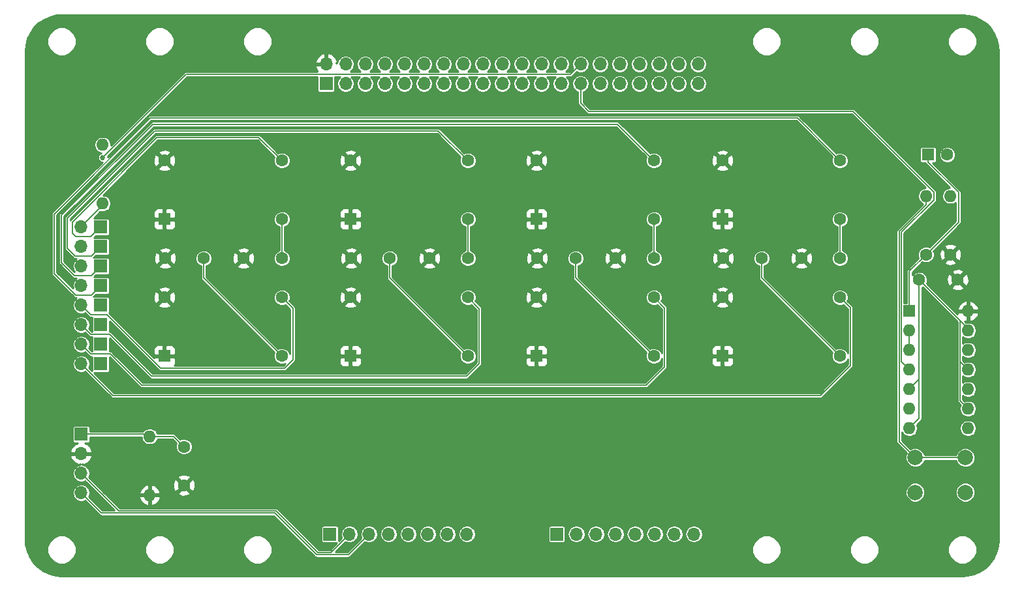
<source format=gbl>
%TF.GenerationSoftware,KiCad,Pcbnew,(5.0.0)*%
%TF.CreationDate,2018-10-23T17:22:46+02:00*%
%TF.ProjectId,S80 Clock Power Reset,53383020436C6F636B20506F77657220,1.0*%
%TF.SameCoordinates,Original*%
%TF.FileFunction,Copper,L2,Bot,Signal*%
%TF.FilePolarity,Positive*%
%FSLAX46Y46*%
G04 Gerber Fmt 4.6, Leading zero omitted, Abs format (unit mm)*
G04 Created by KiCad (PCBNEW (5.0.0)) date 10/23/18 17:22:46*
%MOMM*%
%LPD*%
G01*
G04 APERTURE LIST*
%ADD10R,1.600000X1.600000*%
%ADD11C,1.600000*%
%ADD12R,1.700000X1.700000*%
%ADD13O,1.700000X1.700000*%
%ADD14O,1.600000X1.600000*%
%ADD15C,2.000000*%
%ADD16C,0.685800*%
%ADD17C,0.152400*%
%ADD18C,0.254000*%
G04 APERTURE END LIST*
D10*
X153035000Y-94234000D03*
D11*
X153035000Y-86614000D03*
X168275000Y-86614000D03*
X168275000Y-94234000D03*
X139145000Y-99314000D03*
X144145000Y-99314000D03*
D12*
X125755400Y-76631800D03*
D13*
X125755400Y-74091800D03*
X128295400Y-76631800D03*
X128295400Y-74091800D03*
X130835400Y-76631800D03*
X130835400Y-74091800D03*
X133375400Y-76631800D03*
X133375400Y-74091800D03*
X135915400Y-76631800D03*
X135915400Y-74091800D03*
X138455400Y-76631800D03*
X138455400Y-74091800D03*
X140995400Y-76631800D03*
X140995400Y-74091800D03*
X143535400Y-76631800D03*
X143535400Y-74091800D03*
X146075400Y-76631800D03*
X146075400Y-74091800D03*
X148615400Y-76631800D03*
X148615400Y-74091800D03*
X151155400Y-76631800D03*
X151155400Y-74091800D03*
X153695400Y-76631800D03*
X153695400Y-74091800D03*
X156235400Y-76631800D03*
X156235400Y-74091800D03*
X158775400Y-76631800D03*
X158775400Y-74091800D03*
X161315400Y-76631800D03*
X161315400Y-74091800D03*
X163855400Y-76631800D03*
X163855400Y-74091800D03*
X166395400Y-76631800D03*
X166395400Y-74091800D03*
X168935400Y-76631800D03*
X168935400Y-74091800D03*
X171475400Y-76631800D03*
X171475400Y-74091800D03*
X174015400Y-76631800D03*
X174015400Y-74091800D03*
D14*
X206756000Y-91211400D03*
D11*
X206756000Y-98831400D03*
X203581000Y-98831400D03*
D14*
X203581000Y-91211400D03*
D15*
X202184000Y-129722000D03*
X202184000Y-125222000D03*
X208684000Y-129722000D03*
X208684000Y-125222000D03*
D14*
X209042000Y-106172000D03*
X201422000Y-121412000D03*
X209042000Y-108712000D03*
X201422000Y-118872000D03*
X209042000Y-111252000D03*
X201422000Y-116332000D03*
X209042000Y-113792000D03*
X201422000Y-113792000D03*
X209042000Y-116332000D03*
X201422000Y-111252000D03*
X209042000Y-118872000D03*
X201422000Y-108712000D03*
X209042000Y-121412000D03*
D10*
X201422000Y-106172000D03*
D13*
X144018000Y-135153400D03*
X141478000Y-135153400D03*
X138938000Y-135153400D03*
X136398000Y-135153400D03*
X133858000Y-135153400D03*
X131318000Y-135153400D03*
X128778000Y-135153400D03*
D12*
X126238000Y-135153400D03*
X155676600Y-135153400D03*
D13*
X158216600Y-135153400D03*
X160756600Y-135153400D03*
X163296600Y-135153400D03*
X165836600Y-135153400D03*
X168376600Y-135153400D03*
X170916600Y-135153400D03*
X173456600Y-135153400D03*
D12*
X93980000Y-122174000D03*
D13*
X93980000Y-124714000D03*
X93980000Y-127254000D03*
X93980000Y-129794000D03*
D11*
X109855000Y-99314000D03*
X104855000Y-99314000D03*
X115015000Y-99314000D03*
X120015000Y-99314000D03*
X133985000Y-99314000D03*
X128985000Y-99314000D03*
X158115000Y-99314000D03*
X153115000Y-99314000D03*
X168275000Y-99314000D03*
X163275000Y-99314000D03*
X177245000Y-99314000D03*
X182245000Y-99314000D03*
X192405000Y-99314000D03*
X187405000Y-99314000D03*
X107315000Y-123799600D03*
X107315000Y-128799600D03*
D10*
X203835000Y-85852000D03*
D11*
X206335000Y-85852000D03*
X202692000Y-102108000D03*
X207692000Y-102108000D03*
D14*
X102870000Y-122453400D03*
X102870000Y-130073400D03*
D10*
X104775000Y-94234000D03*
D11*
X104775000Y-86614000D03*
X120015000Y-86614000D03*
X120015000Y-94234000D03*
X120015000Y-112014000D03*
X120015000Y-104394000D03*
X104775000Y-104394000D03*
D10*
X104775000Y-112014000D03*
D11*
X144145000Y-94234000D03*
X144145000Y-86614000D03*
X128905000Y-86614000D03*
D10*
X128905000Y-94234000D03*
X128905000Y-112014000D03*
D11*
X128905000Y-104394000D03*
X144145000Y-104394000D03*
X144145000Y-112014000D03*
X168275000Y-112014000D03*
X168275000Y-104394000D03*
X153035000Y-104394000D03*
D10*
X153035000Y-112014000D03*
X177165000Y-94234000D03*
D11*
X177165000Y-86614000D03*
X192405000Y-86614000D03*
X192405000Y-94234000D03*
D10*
X177165000Y-112014000D03*
D11*
X177165000Y-104394000D03*
X192405000Y-104394000D03*
X192405000Y-112014000D03*
D12*
X96520000Y-95250000D03*
D13*
X93980000Y-95250000D03*
D12*
X96520000Y-105410000D03*
D13*
X93980000Y-105410000D03*
X93980000Y-97790000D03*
D12*
X96520000Y-97790000D03*
D13*
X93980000Y-107950000D03*
D12*
X96520000Y-107950000D03*
X96520000Y-100330000D03*
D13*
X93980000Y-100330000D03*
D12*
X96520000Y-110490000D03*
D13*
X93980000Y-110490000D03*
X93980000Y-102870000D03*
D12*
X96520000Y-102870000D03*
D13*
X93980000Y-113030000D03*
D12*
X96520000Y-113030000D03*
D14*
X96774000Y-84582000D03*
X96774000Y-92202000D03*
D16*
X96774000Y-86207600D03*
X97972880Y-110495080D03*
X97972880Y-113090960D03*
X97955100Y-105404920D03*
X97965260Y-108300520D03*
D17*
X158780480Y-76636880D02*
X158775400Y-76631800D01*
X158775400Y-79161640D02*
X158775400Y-76631800D01*
X159849820Y-80236060D02*
X158775400Y-79161640D01*
X200393399Y-112763399D02*
X200393399Y-95924807D01*
X201422000Y-113792000D02*
X200393399Y-112763399D01*
X200393399Y-95924807D02*
X204609601Y-91708605D01*
X204609601Y-91708605D02*
X204609601Y-90717671D01*
X204609601Y-90717671D02*
X194127990Y-80236060D01*
X194127990Y-80236060D02*
X159849820Y-80236060D01*
X96774000Y-92456000D02*
X96774000Y-92202000D01*
X93980000Y-95250000D02*
X96774000Y-92456000D01*
X97116899Y-85864701D02*
X96774000Y-86207600D01*
X157485080Y-75382120D02*
X158775400Y-74091800D01*
X96774000Y-86207600D02*
X107599480Y-75382120D01*
X107599480Y-75382120D02*
X157485080Y-75382120D01*
X102590600Y-122174000D02*
X102870000Y-122453400D01*
X93980000Y-122174000D02*
X102590600Y-122174000D01*
X105968800Y-122453400D02*
X107315000Y-123799600D01*
X102870000Y-122453400D02*
X105968800Y-122453400D01*
X192405000Y-95365370D02*
X192405000Y-99314000D01*
X192405000Y-94234000D02*
X192405000Y-95365370D01*
X168275000Y-94234000D02*
X168275000Y-99314000D01*
X144145000Y-95365370D02*
X144145000Y-99314000D01*
X144145000Y-94234000D02*
X144145000Y-95365370D01*
X120015000Y-95365370D02*
X120015000Y-99314000D01*
X120015000Y-94234000D02*
X120015000Y-95365370D01*
X133985000Y-101854000D02*
X133985000Y-99314000D01*
X144145000Y-112014000D02*
X133985000Y-101854000D01*
X158115000Y-101854000D02*
X158115000Y-99314000D01*
X168275000Y-112014000D02*
X158115000Y-101854000D01*
X182245000Y-101854000D02*
X182245000Y-99314000D01*
X192405000Y-112014000D02*
X182245000Y-101854000D01*
X209042000Y-108458000D02*
X209042000Y-108712000D01*
X202692000Y-115062000D02*
X202692000Y-102108000D01*
X201422000Y-116332000D02*
X202692000Y-115062000D01*
X202692000Y-120142000D02*
X201422000Y-121412000D01*
X202692000Y-115062000D02*
X202692000Y-120142000D01*
X208242001Y-118072001D02*
X209042000Y-118872000D01*
X208013399Y-117843399D02*
X208242001Y-118072001D01*
X208242001Y-112989362D02*
X208013399Y-112760760D01*
X208242001Y-112992001D02*
X208242001Y-112989362D01*
X209042000Y-113792000D02*
X208242001Y-112992001D01*
X208013399Y-112760760D02*
X208013399Y-117843399D01*
X208013399Y-107429399D02*
X207982820Y-107398820D01*
X208013399Y-112760760D02*
X208013399Y-107429399D01*
X202692000Y-102108000D02*
X207982820Y-107398820D01*
X207982820Y-107398820D02*
X209042000Y-108458000D01*
X109855000Y-100445370D02*
X109855000Y-99314000D01*
X109855000Y-101856540D02*
X109855000Y-100445370D01*
X120015000Y-112014000D02*
X120012460Y-112014000D01*
X120012460Y-112014000D02*
X109855000Y-101856540D01*
X201422000Y-100990400D02*
X203581000Y-98831400D01*
X201422000Y-106172000D02*
X201422000Y-100990400D01*
X203835000Y-86804400D02*
X203835000Y-85852000D01*
X207784601Y-90754001D02*
X203835000Y-86804400D01*
X207784601Y-94627799D02*
X207784601Y-90754001D01*
X203581000Y-98831400D02*
X207784601Y-94627799D01*
X203598213Y-125222000D02*
X208684000Y-125222000D01*
X202184000Y-125222000D02*
X203598213Y-125222000D01*
X200088590Y-95798550D02*
X203573380Y-92313760D01*
X200088590Y-123126590D02*
X200088590Y-95798550D01*
X202184000Y-125222000D02*
X200088590Y-123126590D01*
X203573380Y-91219020D02*
X203581000Y-91211400D01*
X203573380Y-92313760D02*
X203573380Y-91219020D01*
X201422000Y-109843370D02*
X201422000Y-111252000D01*
X201422000Y-108712000D02*
X201422000Y-109843370D01*
X93291660Y-96514920D02*
X95252540Y-96514920D01*
X120012460Y-86614000D02*
X117007640Y-83609180D01*
X120015000Y-86614000D02*
X120012460Y-86614000D01*
X117007640Y-83609180D02*
X103799640Y-83609180D01*
X96517460Y-95250000D02*
X96520000Y-95250000D01*
X103799640Y-83609180D02*
X92806520Y-94602300D01*
X95252540Y-96514920D02*
X96517460Y-95250000D01*
X92806520Y-94602300D02*
X92806520Y-96029780D01*
X92806520Y-96029780D02*
X93291660Y-96514920D01*
X94829999Y-106259999D02*
X93980000Y-105410000D01*
X95204280Y-106634280D02*
X94829999Y-106259999D01*
X121424700Y-105803700D02*
X121424700Y-112519460D01*
X120015000Y-104394000D02*
X121424700Y-105803700D01*
X121424700Y-112519460D02*
X120360440Y-113583720D01*
X120360440Y-113583720D02*
X104265202Y-113583720D01*
X104265202Y-113583720D02*
X97315762Y-106634280D01*
X97315762Y-106634280D02*
X95204280Y-106634280D01*
X96504760Y-97790000D02*
X96520000Y-97790000D01*
X140291820Y-82760820D02*
X103532940Y-82760820D01*
X144145000Y-86614000D02*
X140291820Y-82760820D01*
X95283020Y-99011740D02*
X96504760Y-97790000D01*
X103532940Y-82760820D02*
X92207080Y-94086680D01*
X92207080Y-94086680D02*
X92207080Y-98046540D01*
X92207080Y-98046540D02*
X93172280Y-99011740D01*
X93172280Y-99011740D02*
X95283020Y-99011740D01*
X94829999Y-108799999D02*
X93980000Y-107950000D01*
X145610580Y-105859580D02*
X145610580Y-113009680D01*
X95224600Y-109194600D02*
X94829999Y-108799999D01*
X144145000Y-104394000D02*
X145610580Y-105859580D01*
X145610580Y-113009680D02*
X143984980Y-114635280D01*
X143984980Y-114635280D02*
X103101140Y-114635280D01*
X103101140Y-114635280D02*
X97660460Y-109194600D01*
X97660460Y-109194600D02*
X95224600Y-109194600D01*
X167475001Y-85814001D02*
X168275000Y-86614000D01*
X163553140Y-81892140D02*
X167475001Y-85814001D01*
X103258620Y-81892140D02*
X163553140Y-81892140D01*
X96520000Y-100330000D02*
X96520000Y-100337620D01*
X95275400Y-101582220D02*
X93139260Y-101582220D01*
X93139260Y-101582220D02*
X91424760Y-99867720D01*
X91424760Y-99867720D02*
X91424760Y-93726000D01*
X96520000Y-100337620D02*
X95275400Y-101582220D01*
X91424760Y-93726000D02*
X103258620Y-81892140D01*
X94829999Y-111339999D02*
X93980000Y-110490000D01*
X95255080Y-111765080D02*
X94829999Y-111339999D01*
X169654220Y-105773220D02*
X169654220Y-113433860D01*
X168275000Y-104394000D02*
X169654220Y-105773220D01*
X169654220Y-113433860D02*
X167281860Y-115806220D01*
X167281860Y-115806220D02*
X101818440Y-115806220D01*
X101818440Y-115806220D02*
X97777300Y-111765080D01*
X97777300Y-111765080D02*
X95255080Y-111765080D01*
X191605001Y-85814001D02*
X192405000Y-86614000D01*
X102958900Y-81099660D02*
X186890660Y-81099660D01*
X96520000Y-102870000D02*
X96514920Y-102870000D01*
X95298260Y-104086660D02*
X93294200Y-104086660D01*
X93294200Y-104086660D02*
X90484960Y-101277420D01*
X186890660Y-81099660D02*
X191605001Y-85814001D01*
X90484960Y-101277420D02*
X90484960Y-93573600D01*
X96514920Y-102870000D02*
X95298260Y-104086660D01*
X90484960Y-93573600D02*
X102958900Y-81099660D01*
X94829999Y-113879999D02*
X93980000Y-113030000D01*
X98079560Y-117129560D02*
X94829999Y-113879999D01*
X189905640Y-117129560D02*
X98079560Y-117129560D01*
X193763900Y-113271300D02*
X189905640Y-117129560D01*
X192405000Y-104394000D02*
X193763900Y-105752900D01*
X193763900Y-105752900D02*
X193763900Y-113271300D01*
X94829999Y-128103999D02*
X94829999Y-128109999D01*
X93980000Y-127254000D02*
X94829999Y-128103999D01*
X94829999Y-128109999D02*
X98840000Y-132120000D01*
X98840000Y-132120000D02*
X119270000Y-132120000D01*
X119270000Y-132120000D02*
X124680000Y-137530000D01*
X124680000Y-137530000D02*
X126401400Y-137530000D01*
X126401400Y-137530000D02*
X128778000Y-135153400D01*
X96610810Y-132424810D02*
X119143744Y-132424810D01*
X119143744Y-132463744D02*
X124514809Y-137834809D01*
X124514809Y-137834809D02*
X124553744Y-137834810D01*
X128636590Y-137834810D02*
X131318000Y-135153400D01*
X93980000Y-129794000D02*
X96610810Y-132424810D01*
X119143744Y-132424810D02*
X119143744Y-132463744D01*
X124553744Y-137834810D02*
X128636590Y-137834810D01*
D18*
G36*
X209112138Y-67765174D02*
X209917971Y-67985625D01*
X210672032Y-68345295D01*
X211350486Y-68832812D01*
X211931877Y-69432762D01*
X212397847Y-70126197D01*
X212733651Y-70891180D01*
X212929382Y-71706460D01*
X212980601Y-72403924D01*
X212980600Y-135873103D01*
X212904826Y-136722138D01*
X212684376Y-137527970D01*
X212324705Y-138282032D01*
X211837188Y-138960486D01*
X211237235Y-139541880D01*
X210543801Y-140007848D01*
X209778820Y-140343651D01*
X208963540Y-140539382D01*
X208266089Y-140590600D01*
X91456897Y-140590600D01*
X90607862Y-140514826D01*
X89802030Y-140294376D01*
X89047968Y-139934705D01*
X88369514Y-139447188D01*
X87788120Y-138847235D01*
X87322152Y-138153801D01*
X86986349Y-137388820D01*
X86841665Y-136786164D01*
X89560600Y-136786164D01*
X89560600Y-137533836D01*
X89846721Y-138224595D01*
X90375405Y-138753279D01*
X91066164Y-139039400D01*
X91813836Y-139039400D01*
X92504595Y-138753279D01*
X93033279Y-138224595D01*
X93319400Y-137533836D01*
X93319400Y-136786164D01*
X102260600Y-136786164D01*
X102260600Y-137533836D01*
X102546721Y-138224595D01*
X103075405Y-138753279D01*
X103766164Y-139039400D01*
X104513836Y-139039400D01*
X105204595Y-138753279D01*
X105733279Y-138224595D01*
X106019400Y-137533836D01*
X106019400Y-136786164D01*
X114960600Y-136786164D01*
X114960600Y-137533836D01*
X115246721Y-138224595D01*
X115775405Y-138753279D01*
X116466164Y-139039400D01*
X117213836Y-139039400D01*
X117904595Y-138753279D01*
X118433279Y-138224595D01*
X118719400Y-137533836D01*
X118719400Y-136786164D01*
X118433279Y-136095405D01*
X117904595Y-135566721D01*
X117213836Y-135280600D01*
X116466164Y-135280600D01*
X115775405Y-135566721D01*
X115246721Y-136095405D01*
X114960600Y-136786164D01*
X106019400Y-136786164D01*
X105733279Y-136095405D01*
X105204595Y-135566721D01*
X104513836Y-135280600D01*
X103766164Y-135280600D01*
X103075405Y-135566721D01*
X102546721Y-136095405D01*
X102260600Y-136786164D01*
X93319400Y-136786164D01*
X93033279Y-136095405D01*
X92504595Y-135566721D01*
X91813836Y-135280600D01*
X91066164Y-135280600D01*
X90375405Y-135566721D01*
X89846721Y-136095405D01*
X89560600Y-136786164D01*
X86841665Y-136786164D01*
X86790618Y-136573540D01*
X86739400Y-135876089D01*
X86739400Y-125070890D01*
X92538524Y-125070890D01*
X92708355Y-125480924D01*
X93098642Y-125909183D01*
X93623108Y-126155486D01*
X93852998Y-126034820D01*
X93852998Y-126127736D01*
X93539330Y-126190129D01*
X93165748Y-126439748D01*
X92916129Y-126813330D01*
X92828474Y-127254000D01*
X92916129Y-127694670D01*
X93165748Y-128068252D01*
X93539330Y-128317871D01*
X93868765Y-128383400D01*
X94091235Y-128383400D01*
X94420670Y-128317871D01*
X94492789Y-128269683D01*
X94541708Y-128318602D01*
X94573627Y-128366372D01*
X94603314Y-128386208D01*
X98286315Y-132069210D01*
X96758104Y-132069210D01*
X94995683Y-130306789D01*
X95043871Y-130234670D01*
X95131526Y-129794000D01*
X95043871Y-129353330D01*
X94794252Y-128979748D01*
X94420670Y-128730129D01*
X94091235Y-128664600D01*
X93868765Y-128664600D01*
X93539330Y-128730129D01*
X93165748Y-128979748D01*
X92916129Y-129353330D01*
X92828474Y-129794000D01*
X92916129Y-130234670D01*
X93165748Y-130608252D01*
X93539330Y-130857871D01*
X93868765Y-130923400D01*
X94091235Y-130923400D01*
X94420670Y-130857871D01*
X94492789Y-130809683D01*
X96334599Y-132651493D01*
X96354437Y-132681183D01*
X96472062Y-132759777D01*
X96575790Y-132780410D01*
X96610809Y-132787376D01*
X96645828Y-132780410D01*
X118957516Y-132780410D01*
X124238599Y-138061494D01*
X124258430Y-138091175D01*
X124288118Y-138111013D01*
X124288124Y-138111019D01*
X124342094Y-138147080D01*
X124376053Y-138169772D01*
X124376056Y-138169773D01*
X124376061Y-138169776D01*
X124454437Y-138185366D01*
X124479780Y-138190408D01*
X124479784Y-138190408D01*
X124514809Y-138197375D01*
X124549824Y-138190410D01*
X128601570Y-138190410D01*
X128636590Y-138197376D01*
X128671610Y-138190410D01*
X128775338Y-138169777D01*
X128892963Y-138091183D01*
X128912801Y-138061493D01*
X130188130Y-136786164D01*
X181000600Y-136786164D01*
X181000600Y-137533836D01*
X181286721Y-138224595D01*
X181815405Y-138753279D01*
X182506164Y-139039400D01*
X183253836Y-139039400D01*
X183944595Y-138753279D01*
X184473279Y-138224595D01*
X184759400Y-137533836D01*
X184759400Y-136786164D01*
X193700600Y-136786164D01*
X193700600Y-137533836D01*
X193986721Y-138224595D01*
X194515405Y-138753279D01*
X195206164Y-139039400D01*
X195953836Y-139039400D01*
X196644595Y-138753279D01*
X197173279Y-138224595D01*
X197459400Y-137533836D01*
X197459400Y-136786164D01*
X206400600Y-136786164D01*
X206400600Y-137533836D01*
X206686721Y-138224595D01*
X207215405Y-138753279D01*
X207906164Y-139039400D01*
X208653836Y-139039400D01*
X209344595Y-138753279D01*
X209873279Y-138224595D01*
X210159400Y-137533836D01*
X210159400Y-136786164D01*
X209873279Y-136095405D01*
X209344595Y-135566721D01*
X208653836Y-135280600D01*
X207906164Y-135280600D01*
X207215405Y-135566721D01*
X206686721Y-136095405D01*
X206400600Y-136786164D01*
X197459400Y-136786164D01*
X197173279Y-136095405D01*
X196644595Y-135566721D01*
X195953836Y-135280600D01*
X195206164Y-135280600D01*
X194515405Y-135566721D01*
X193986721Y-136095405D01*
X193700600Y-136786164D01*
X184759400Y-136786164D01*
X184473279Y-136095405D01*
X183944595Y-135566721D01*
X183253836Y-135280600D01*
X182506164Y-135280600D01*
X181815405Y-135566721D01*
X181286721Y-136095405D01*
X181000600Y-136786164D01*
X130188130Y-136786164D01*
X130805211Y-136169083D01*
X130877330Y-136217271D01*
X131206765Y-136282800D01*
X131429235Y-136282800D01*
X131758670Y-136217271D01*
X132132252Y-135967652D01*
X132381871Y-135594070D01*
X132469526Y-135153400D01*
X132706474Y-135153400D01*
X132794129Y-135594070D01*
X133043748Y-135967652D01*
X133417330Y-136217271D01*
X133746765Y-136282800D01*
X133969235Y-136282800D01*
X134298670Y-136217271D01*
X134672252Y-135967652D01*
X134921871Y-135594070D01*
X135009526Y-135153400D01*
X135246474Y-135153400D01*
X135334129Y-135594070D01*
X135583748Y-135967652D01*
X135957330Y-136217271D01*
X136286765Y-136282800D01*
X136509235Y-136282800D01*
X136838670Y-136217271D01*
X137212252Y-135967652D01*
X137461871Y-135594070D01*
X137549526Y-135153400D01*
X137786474Y-135153400D01*
X137874129Y-135594070D01*
X138123748Y-135967652D01*
X138497330Y-136217271D01*
X138826765Y-136282800D01*
X139049235Y-136282800D01*
X139378670Y-136217271D01*
X139752252Y-135967652D01*
X140001871Y-135594070D01*
X140089526Y-135153400D01*
X140326474Y-135153400D01*
X140414129Y-135594070D01*
X140663748Y-135967652D01*
X141037330Y-136217271D01*
X141366765Y-136282800D01*
X141589235Y-136282800D01*
X141918670Y-136217271D01*
X142292252Y-135967652D01*
X142541871Y-135594070D01*
X142629526Y-135153400D01*
X142866474Y-135153400D01*
X142954129Y-135594070D01*
X143203748Y-135967652D01*
X143577330Y-136217271D01*
X143906765Y-136282800D01*
X144129235Y-136282800D01*
X144458670Y-136217271D01*
X144832252Y-135967652D01*
X145081871Y-135594070D01*
X145169526Y-135153400D01*
X145081871Y-134712730D01*
X144832252Y-134339148D01*
X144778752Y-134303400D01*
X154541727Y-134303400D01*
X154541727Y-136003400D01*
X154563412Y-136112416D01*
X154625164Y-136204836D01*
X154717584Y-136266588D01*
X154826600Y-136288273D01*
X156526600Y-136288273D01*
X156635616Y-136266588D01*
X156728036Y-136204836D01*
X156789788Y-136112416D01*
X156811473Y-136003400D01*
X156811473Y-135153400D01*
X157065074Y-135153400D01*
X157152729Y-135594070D01*
X157402348Y-135967652D01*
X157775930Y-136217271D01*
X158105365Y-136282800D01*
X158327835Y-136282800D01*
X158657270Y-136217271D01*
X159030852Y-135967652D01*
X159280471Y-135594070D01*
X159368126Y-135153400D01*
X159605074Y-135153400D01*
X159692729Y-135594070D01*
X159942348Y-135967652D01*
X160315930Y-136217271D01*
X160645365Y-136282800D01*
X160867835Y-136282800D01*
X161197270Y-136217271D01*
X161570852Y-135967652D01*
X161820471Y-135594070D01*
X161908126Y-135153400D01*
X162145074Y-135153400D01*
X162232729Y-135594070D01*
X162482348Y-135967652D01*
X162855930Y-136217271D01*
X163185365Y-136282800D01*
X163407835Y-136282800D01*
X163737270Y-136217271D01*
X164110852Y-135967652D01*
X164360471Y-135594070D01*
X164448126Y-135153400D01*
X164685074Y-135153400D01*
X164772729Y-135594070D01*
X165022348Y-135967652D01*
X165395930Y-136217271D01*
X165725365Y-136282800D01*
X165947835Y-136282800D01*
X166277270Y-136217271D01*
X166650852Y-135967652D01*
X166900471Y-135594070D01*
X166988126Y-135153400D01*
X167225074Y-135153400D01*
X167312729Y-135594070D01*
X167562348Y-135967652D01*
X167935930Y-136217271D01*
X168265365Y-136282800D01*
X168487835Y-136282800D01*
X168817270Y-136217271D01*
X169190852Y-135967652D01*
X169440471Y-135594070D01*
X169528126Y-135153400D01*
X169765074Y-135153400D01*
X169852729Y-135594070D01*
X170102348Y-135967652D01*
X170475930Y-136217271D01*
X170805365Y-136282800D01*
X171027835Y-136282800D01*
X171357270Y-136217271D01*
X171730852Y-135967652D01*
X171980471Y-135594070D01*
X172068126Y-135153400D01*
X172305074Y-135153400D01*
X172392729Y-135594070D01*
X172642348Y-135967652D01*
X173015930Y-136217271D01*
X173345365Y-136282800D01*
X173567835Y-136282800D01*
X173897270Y-136217271D01*
X174270852Y-135967652D01*
X174520471Y-135594070D01*
X174608126Y-135153400D01*
X174520471Y-134712730D01*
X174270852Y-134339148D01*
X173897270Y-134089529D01*
X173567835Y-134024000D01*
X173345365Y-134024000D01*
X173015930Y-134089529D01*
X172642348Y-134339148D01*
X172392729Y-134712730D01*
X172305074Y-135153400D01*
X172068126Y-135153400D01*
X171980471Y-134712730D01*
X171730852Y-134339148D01*
X171357270Y-134089529D01*
X171027835Y-134024000D01*
X170805365Y-134024000D01*
X170475930Y-134089529D01*
X170102348Y-134339148D01*
X169852729Y-134712730D01*
X169765074Y-135153400D01*
X169528126Y-135153400D01*
X169440471Y-134712730D01*
X169190852Y-134339148D01*
X168817270Y-134089529D01*
X168487835Y-134024000D01*
X168265365Y-134024000D01*
X167935930Y-134089529D01*
X167562348Y-134339148D01*
X167312729Y-134712730D01*
X167225074Y-135153400D01*
X166988126Y-135153400D01*
X166900471Y-134712730D01*
X166650852Y-134339148D01*
X166277270Y-134089529D01*
X165947835Y-134024000D01*
X165725365Y-134024000D01*
X165395930Y-134089529D01*
X165022348Y-134339148D01*
X164772729Y-134712730D01*
X164685074Y-135153400D01*
X164448126Y-135153400D01*
X164360471Y-134712730D01*
X164110852Y-134339148D01*
X163737270Y-134089529D01*
X163407835Y-134024000D01*
X163185365Y-134024000D01*
X162855930Y-134089529D01*
X162482348Y-134339148D01*
X162232729Y-134712730D01*
X162145074Y-135153400D01*
X161908126Y-135153400D01*
X161820471Y-134712730D01*
X161570852Y-134339148D01*
X161197270Y-134089529D01*
X160867835Y-134024000D01*
X160645365Y-134024000D01*
X160315930Y-134089529D01*
X159942348Y-134339148D01*
X159692729Y-134712730D01*
X159605074Y-135153400D01*
X159368126Y-135153400D01*
X159280471Y-134712730D01*
X159030852Y-134339148D01*
X158657270Y-134089529D01*
X158327835Y-134024000D01*
X158105365Y-134024000D01*
X157775930Y-134089529D01*
X157402348Y-134339148D01*
X157152729Y-134712730D01*
X157065074Y-135153400D01*
X156811473Y-135153400D01*
X156811473Y-134303400D01*
X156789788Y-134194384D01*
X156728036Y-134101964D01*
X156635616Y-134040212D01*
X156526600Y-134018527D01*
X154826600Y-134018527D01*
X154717584Y-134040212D01*
X154625164Y-134101964D01*
X154563412Y-134194384D01*
X154541727Y-134303400D01*
X144778752Y-134303400D01*
X144458670Y-134089529D01*
X144129235Y-134024000D01*
X143906765Y-134024000D01*
X143577330Y-134089529D01*
X143203748Y-134339148D01*
X142954129Y-134712730D01*
X142866474Y-135153400D01*
X142629526Y-135153400D01*
X142541871Y-134712730D01*
X142292252Y-134339148D01*
X141918670Y-134089529D01*
X141589235Y-134024000D01*
X141366765Y-134024000D01*
X141037330Y-134089529D01*
X140663748Y-134339148D01*
X140414129Y-134712730D01*
X140326474Y-135153400D01*
X140089526Y-135153400D01*
X140001871Y-134712730D01*
X139752252Y-134339148D01*
X139378670Y-134089529D01*
X139049235Y-134024000D01*
X138826765Y-134024000D01*
X138497330Y-134089529D01*
X138123748Y-134339148D01*
X137874129Y-134712730D01*
X137786474Y-135153400D01*
X137549526Y-135153400D01*
X137461871Y-134712730D01*
X137212252Y-134339148D01*
X136838670Y-134089529D01*
X136509235Y-134024000D01*
X136286765Y-134024000D01*
X135957330Y-134089529D01*
X135583748Y-134339148D01*
X135334129Y-134712730D01*
X135246474Y-135153400D01*
X135009526Y-135153400D01*
X134921871Y-134712730D01*
X134672252Y-134339148D01*
X134298670Y-134089529D01*
X133969235Y-134024000D01*
X133746765Y-134024000D01*
X133417330Y-134089529D01*
X133043748Y-134339148D01*
X132794129Y-134712730D01*
X132706474Y-135153400D01*
X132469526Y-135153400D01*
X132381871Y-134712730D01*
X132132252Y-134339148D01*
X131758670Y-134089529D01*
X131429235Y-134024000D01*
X131206765Y-134024000D01*
X130877330Y-134089529D01*
X130503748Y-134339148D01*
X130254129Y-134712730D01*
X130166474Y-135153400D01*
X130254129Y-135594070D01*
X130302317Y-135666189D01*
X128489296Y-137479210D01*
X126955084Y-137479210D01*
X128265212Y-136169083D01*
X128337330Y-136217271D01*
X128666765Y-136282800D01*
X128889235Y-136282800D01*
X129218670Y-136217271D01*
X129592252Y-135967652D01*
X129841871Y-135594070D01*
X129929526Y-135153400D01*
X129841871Y-134712730D01*
X129592252Y-134339148D01*
X129218670Y-134089529D01*
X128889235Y-134024000D01*
X128666765Y-134024000D01*
X128337330Y-134089529D01*
X127963748Y-134339148D01*
X127714129Y-134712730D01*
X127626474Y-135153400D01*
X127714129Y-135594070D01*
X127762317Y-135666188D01*
X127359903Y-136068602D01*
X127372873Y-136003400D01*
X127372873Y-134303400D01*
X127351188Y-134194384D01*
X127289436Y-134101964D01*
X127197016Y-134040212D01*
X127088000Y-134018527D01*
X125388000Y-134018527D01*
X125278984Y-134040212D01*
X125186564Y-134101964D01*
X125124812Y-134194384D01*
X125103127Y-134303400D01*
X125103127Y-136003400D01*
X125124812Y-136112416D01*
X125186564Y-136204836D01*
X125278984Y-136266588D01*
X125388000Y-136288273D01*
X127088000Y-136288273D01*
X127153202Y-136275303D01*
X126254106Y-137174400D01*
X124827294Y-137174400D01*
X119546211Y-131893317D01*
X119526373Y-131863627D01*
X119408748Y-131785033D01*
X119305020Y-131764400D01*
X119270000Y-131757434D01*
X119234980Y-131764400D01*
X98987295Y-131764400D01*
X97645336Y-130422441D01*
X101478086Y-130422441D01*
X101717611Y-130928534D01*
X102132577Y-131304441D01*
X102520961Y-131465304D01*
X102743000Y-131343315D01*
X102743000Y-130200400D01*
X102997000Y-130200400D01*
X102997000Y-131343315D01*
X103219039Y-131465304D01*
X103607423Y-131304441D01*
X104022389Y-130928534D01*
X104261914Y-130422441D01*
X104140629Y-130200400D01*
X102997000Y-130200400D01*
X102743000Y-130200400D01*
X101599371Y-130200400D01*
X101478086Y-130422441D01*
X97645336Y-130422441D01*
X96947254Y-129724359D01*
X101478086Y-129724359D01*
X101599371Y-129946400D01*
X102743000Y-129946400D01*
X102743000Y-128803485D01*
X102997000Y-128803485D01*
X102997000Y-129946400D01*
X104140629Y-129946400D01*
X104216584Y-129807345D01*
X106486861Y-129807345D01*
X106560995Y-130053464D01*
X107098223Y-130246565D01*
X107668454Y-130219378D01*
X108069005Y-130053464D01*
X108143139Y-129807345D01*
X107315000Y-128979205D01*
X106486861Y-129807345D01*
X104216584Y-129807345D01*
X104261914Y-129724359D01*
X104022389Y-129218266D01*
X103607423Y-128842359D01*
X103219039Y-128681496D01*
X102997000Y-128803485D01*
X102743000Y-128803485D01*
X102520961Y-128681496D01*
X102132577Y-128842359D01*
X101717611Y-129218266D01*
X101478086Y-129724359D01*
X96947254Y-129724359D01*
X95805718Y-128582823D01*
X105868035Y-128582823D01*
X105895222Y-129153054D01*
X106061136Y-129553605D01*
X106307255Y-129627739D01*
X107135395Y-128799600D01*
X107494605Y-128799600D01*
X108322745Y-129627739D01*
X108568864Y-129553605D01*
X108599809Y-129467512D01*
X200904600Y-129467512D01*
X200904600Y-129976488D01*
X201099377Y-130446722D01*
X201459278Y-130806623D01*
X201929512Y-131001400D01*
X202438488Y-131001400D01*
X202908722Y-130806623D01*
X203268623Y-130446722D01*
X203463400Y-129976488D01*
X203463400Y-129467512D01*
X207404600Y-129467512D01*
X207404600Y-129976488D01*
X207599377Y-130446722D01*
X207959278Y-130806623D01*
X208429512Y-131001400D01*
X208938488Y-131001400D01*
X209408722Y-130806623D01*
X209768623Y-130446722D01*
X209963400Y-129976488D01*
X209963400Y-129467512D01*
X209768623Y-128997278D01*
X209408722Y-128637377D01*
X208938488Y-128442600D01*
X208429512Y-128442600D01*
X207959278Y-128637377D01*
X207599377Y-128997278D01*
X207404600Y-129467512D01*
X203463400Y-129467512D01*
X203268623Y-128997278D01*
X202908722Y-128637377D01*
X202438488Y-128442600D01*
X201929512Y-128442600D01*
X201459278Y-128637377D01*
X201099377Y-128997278D01*
X200904600Y-129467512D01*
X108599809Y-129467512D01*
X108761965Y-129016377D01*
X108734778Y-128446146D01*
X108568864Y-128045595D01*
X108322745Y-127971461D01*
X107494605Y-128799600D01*
X107135395Y-128799600D01*
X106307255Y-127971461D01*
X106061136Y-128045595D01*
X105868035Y-128582823D01*
X95805718Y-128582823D01*
X95118290Y-127895396D01*
X95106208Y-127877314D01*
X95086371Y-127847626D01*
X95056684Y-127827790D01*
X95020749Y-127791855D01*
X106486861Y-127791855D01*
X107315000Y-128619995D01*
X108143139Y-127791855D01*
X108069005Y-127545736D01*
X107531777Y-127352635D01*
X106961546Y-127379822D01*
X106560995Y-127545736D01*
X106486861Y-127791855D01*
X95020749Y-127791855D01*
X94995683Y-127766789D01*
X95043871Y-127694670D01*
X95131526Y-127254000D01*
X95043871Y-126813330D01*
X94794252Y-126439748D01*
X94420670Y-126190129D01*
X94107002Y-126127736D01*
X94107002Y-126034820D01*
X94336892Y-126155486D01*
X94861358Y-125909183D01*
X95251645Y-125480924D01*
X95421476Y-125070890D01*
X95300155Y-124841000D01*
X94107000Y-124841000D01*
X94107000Y-124861000D01*
X93853000Y-124861000D01*
X93853000Y-124841000D01*
X92659845Y-124841000D01*
X92538524Y-125070890D01*
X86739400Y-125070890D01*
X86739400Y-124357110D01*
X92538524Y-124357110D01*
X92659845Y-124587000D01*
X93853000Y-124587000D01*
X93853000Y-124567000D01*
X94107000Y-124567000D01*
X94107000Y-124587000D01*
X95300155Y-124587000D01*
X95421476Y-124357110D01*
X95251645Y-123947076D01*
X94861358Y-123518817D01*
X94414313Y-123308873D01*
X94830000Y-123308873D01*
X94939016Y-123287188D01*
X95031436Y-123225436D01*
X95093188Y-123133016D01*
X95114873Y-123024000D01*
X95114873Y-122529600D01*
X101784611Y-122529600D01*
X101853228Y-122874561D01*
X102091796Y-123231604D01*
X102448839Y-123470172D01*
X102763692Y-123532800D01*
X102976308Y-123532800D01*
X103291161Y-123470172D01*
X103648204Y-123231604D01*
X103886772Y-122874561D01*
X103899813Y-122809000D01*
X105821506Y-122809000D01*
X106341569Y-123329063D01*
X106235600Y-123584894D01*
X106235600Y-124014306D01*
X106399929Y-124411031D01*
X106703569Y-124714671D01*
X107100294Y-124879000D01*
X107529706Y-124879000D01*
X107926431Y-124714671D01*
X108230071Y-124411031D01*
X108394400Y-124014306D01*
X108394400Y-123584894D01*
X108230071Y-123188169D01*
X107926431Y-122884529D01*
X107529706Y-122720200D01*
X107100294Y-122720200D01*
X106844463Y-122826169D01*
X106245011Y-122226717D01*
X106225173Y-122197027D01*
X106107548Y-122118433D01*
X106003820Y-122097800D01*
X105968800Y-122090834D01*
X105933780Y-122097800D01*
X103899813Y-122097800D01*
X103886772Y-122032239D01*
X103648204Y-121675196D01*
X103291161Y-121436628D01*
X102976308Y-121374000D01*
X102763692Y-121374000D01*
X102448839Y-121436628D01*
X102091796Y-121675196D01*
X101996110Y-121818400D01*
X95114873Y-121818400D01*
X95114873Y-121324000D01*
X95093188Y-121214984D01*
X95031436Y-121122564D01*
X94939016Y-121060812D01*
X94830000Y-121039127D01*
X93130000Y-121039127D01*
X93020984Y-121060812D01*
X92928564Y-121122564D01*
X92866812Y-121214984D01*
X92845127Y-121324000D01*
X92845127Y-123024000D01*
X92866812Y-123133016D01*
X92928564Y-123225436D01*
X93020984Y-123287188D01*
X93130000Y-123308873D01*
X93545687Y-123308873D01*
X93098642Y-123518817D01*
X92708355Y-123947076D01*
X92538524Y-124357110D01*
X86739400Y-124357110D01*
X86739400Y-93573600D01*
X90122394Y-93573600D01*
X90129361Y-93608625D01*
X90129360Y-101242400D01*
X90122394Y-101277420D01*
X90149993Y-101416167D01*
X90203716Y-101496569D01*
X90228587Y-101533792D01*
X90258275Y-101553629D01*
X93017989Y-104313343D01*
X93037827Y-104343033D01*
X93155452Y-104421627D01*
X93259180Y-104442260D01*
X93259184Y-104442260D01*
X93294199Y-104449225D01*
X93329214Y-104442260D01*
X93395459Y-104442260D01*
X93165748Y-104595748D01*
X92916129Y-104969330D01*
X92828474Y-105410000D01*
X92916129Y-105850670D01*
X93165748Y-106224252D01*
X93539330Y-106473871D01*
X93868765Y-106539400D01*
X94091235Y-106539400D01*
X94420670Y-106473871D01*
X94492789Y-106425683D01*
X94928069Y-106860963D01*
X94947907Y-106890653D01*
X95065532Y-106969247D01*
X95169260Y-106989880D01*
X95169264Y-106989880D01*
X95204279Y-106996845D01*
X95239294Y-106989880D01*
X95407550Y-106989880D01*
X95406812Y-106990984D01*
X95385127Y-107100000D01*
X95385127Y-108800000D01*
X95392885Y-108839000D01*
X95371894Y-108839000D01*
X94995683Y-108462789D01*
X95043871Y-108390670D01*
X95131526Y-107950000D01*
X95043871Y-107509330D01*
X94794252Y-107135748D01*
X94420670Y-106886129D01*
X94091235Y-106820600D01*
X93868765Y-106820600D01*
X93539330Y-106886129D01*
X93165748Y-107135748D01*
X92916129Y-107509330D01*
X92828474Y-107950000D01*
X92916129Y-108390670D01*
X93165748Y-108764252D01*
X93539330Y-109013871D01*
X93868765Y-109079400D01*
X94091235Y-109079400D01*
X94420670Y-109013871D01*
X94492789Y-108965683D01*
X94948389Y-109421283D01*
X94968227Y-109450973D01*
X95012873Y-109480804D01*
X95085852Y-109529567D01*
X95224599Y-109557166D01*
X95259619Y-109550200D01*
X95402990Y-109550200D01*
X95385127Y-109640000D01*
X95385127Y-111340000D01*
X95398097Y-111405203D01*
X94995683Y-111002789D01*
X95043871Y-110930670D01*
X95131526Y-110490000D01*
X95043871Y-110049330D01*
X94794252Y-109675748D01*
X94420670Y-109426129D01*
X94091235Y-109360600D01*
X93868765Y-109360600D01*
X93539330Y-109426129D01*
X93165748Y-109675748D01*
X92916129Y-110049330D01*
X92828474Y-110490000D01*
X92916129Y-110930670D01*
X93165748Y-111304252D01*
X93539330Y-111553871D01*
X93868765Y-111619400D01*
X94091235Y-111619400D01*
X94420670Y-111553871D01*
X94492789Y-111505683D01*
X94978869Y-111991763D01*
X94998707Y-112021453D01*
X95116332Y-112100047D01*
X95220060Y-112120680D01*
X95220064Y-112120680D01*
X95255079Y-112127645D01*
X95290094Y-112120680D01*
X95396927Y-112120680D01*
X95385127Y-112180000D01*
X95385127Y-113880000D01*
X95398097Y-113945203D01*
X94995683Y-113542789D01*
X95043871Y-113470670D01*
X95131526Y-113030000D01*
X95043871Y-112589330D01*
X94794252Y-112215748D01*
X94420670Y-111966129D01*
X94091235Y-111900600D01*
X93868765Y-111900600D01*
X93539330Y-111966129D01*
X93165748Y-112215748D01*
X92916129Y-112589330D01*
X92828474Y-113030000D01*
X92916129Y-113470670D01*
X93165748Y-113844252D01*
X93539330Y-114093871D01*
X93868765Y-114159400D01*
X94091235Y-114159400D01*
X94420670Y-114093871D01*
X94492789Y-114045683D01*
X97803349Y-117356243D01*
X97823187Y-117385933D01*
X97940812Y-117464527D01*
X98044540Y-117485160D01*
X98079559Y-117492126D01*
X98114578Y-117485160D01*
X189870620Y-117485160D01*
X189905640Y-117492126D01*
X189940660Y-117485160D01*
X190044388Y-117464527D01*
X190162013Y-117385933D01*
X190181851Y-117356243D01*
X193990586Y-113547509D01*
X194020273Y-113527673D01*
X194098867Y-113410048D01*
X194119500Y-113306320D01*
X194126466Y-113271300D01*
X194119500Y-113236280D01*
X194119500Y-105787920D01*
X194126466Y-105752900D01*
X194098867Y-105614152D01*
X194040110Y-105526215D01*
X194040107Y-105526212D01*
X194020272Y-105496527D01*
X193990588Y-105476693D01*
X193378431Y-104864537D01*
X193484400Y-104608706D01*
X193484400Y-104179294D01*
X193320071Y-103782569D01*
X193016431Y-103478929D01*
X192619706Y-103314600D01*
X192190294Y-103314600D01*
X191793569Y-103478929D01*
X191489929Y-103782569D01*
X191325600Y-104179294D01*
X191325600Y-104608706D01*
X191489929Y-105005431D01*
X191793569Y-105309071D01*
X192190294Y-105473400D01*
X192619706Y-105473400D01*
X192875537Y-105367431D01*
X193408300Y-105900195D01*
X193408301Y-111615574D01*
X193320071Y-111402569D01*
X193016431Y-111098929D01*
X192619706Y-110934600D01*
X192190294Y-110934600D01*
X191934463Y-111040569D01*
X182600600Y-101706706D01*
X182600600Y-100335040D01*
X182632696Y-100321745D01*
X186576861Y-100321745D01*
X186650995Y-100567864D01*
X187188223Y-100760965D01*
X187758454Y-100733778D01*
X188159005Y-100567864D01*
X188233139Y-100321745D01*
X187405000Y-99493605D01*
X186576861Y-100321745D01*
X182632696Y-100321745D01*
X182856431Y-100229071D01*
X183160071Y-99925431D01*
X183324400Y-99528706D01*
X183324400Y-99099294D01*
X183323543Y-99097223D01*
X185958035Y-99097223D01*
X185985222Y-99667454D01*
X186151136Y-100068005D01*
X186397255Y-100142139D01*
X187225395Y-99314000D01*
X187584605Y-99314000D01*
X188412745Y-100142139D01*
X188658864Y-100068005D01*
X188851965Y-99530777D01*
X188824778Y-98960546D01*
X188658864Y-98559995D01*
X188412745Y-98485861D01*
X187584605Y-99314000D01*
X187225395Y-99314000D01*
X186397255Y-98485861D01*
X186151136Y-98559995D01*
X185958035Y-99097223D01*
X183323543Y-99097223D01*
X183160071Y-98702569D01*
X182856431Y-98398929D01*
X182632697Y-98306255D01*
X186576861Y-98306255D01*
X187405000Y-99134395D01*
X188233139Y-98306255D01*
X188159005Y-98060136D01*
X187621777Y-97867035D01*
X187051546Y-97894222D01*
X186650995Y-98060136D01*
X186576861Y-98306255D01*
X182632697Y-98306255D01*
X182459706Y-98234600D01*
X182030294Y-98234600D01*
X181633569Y-98398929D01*
X181329929Y-98702569D01*
X181165600Y-99099294D01*
X181165600Y-99528706D01*
X181329929Y-99925431D01*
X181633569Y-100229071D01*
X181889401Y-100335040D01*
X181889400Y-101818980D01*
X181882434Y-101854000D01*
X181910033Y-101992747D01*
X181963643Y-102072980D01*
X181988627Y-102110372D01*
X182018315Y-102130209D01*
X191431569Y-111543463D01*
X191325600Y-111799294D01*
X191325600Y-112228706D01*
X191489929Y-112625431D01*
X191793569Y-112929071D01*
X192190294Y-113093400D01*
X192619706Y-113093400D01*
X193016431Y-112929071D01*
X193320071Y-112625431D01*
X193408301Y-112412425D01*
X193408301Y-113124004D01*
X189758346Y-116773960D01*
X98226854Y-116773960D01*
X95604797Y-114151903D01*
X95670000Y-114164873D01*
X97370000Y-114164873D01*
X97479016Y-114143188D01*
X97571436Y-114081436D01*
X97633188Y-113989016D01*
X97654873Y-113880000D01*
X97654873Y-112180000D01*
X97646318Y-112136992D01*
X101542231Y-116032906D01*
X101562067Y-116062593D01*
X101591754Y-116082429D01*
X101591755Y-116082430D01*
X101679692Y-116141187D01*
X101818440Y-116168786D01*
X101853460Y-116161820D01*
X167246840Y-116161820D01*
X167281860Y-116168786D01*
X167316880Y-116161820D01*
X167420608Y-116141187D01*
X167538233Y-116062593D01*
X167558071Y-116032903D01*
X169880906Y-113710069D01*
X169910593Y-113690233D01*
X169935262Y-113653314D01*
X169989187Y-113572608D01*
X170016786Y-113433860D01*
X170009820Y-113398840D01*
X170009820Y-112299750D01*
X175730000Y-112299750D01*
X175730000Y-112940310D01*
X175826673Y-113173699D01*
X176005302Y-113352327D01*
X176238691Y-113449000D01*
X176879250Y-113449000D01*
X177038000Y-113290250D01*
X177038000Y-112141000D01*
X177292000Y-112141000D01*
X177292000Y-113290250D01*
X177450750Y-113449000D01*
X178091309Y-113449000D01*
X178324698Y-113352327D01*
X178503327Y-113173699D01*
X178600000Y-112940310D01*
X178600000Y-112299750D01*
X178441250Y-112141000D01*
X177292000Y-112141000D01*
X177038000Y-112141000D01*
X175888750Y-112141000D01*
X175730000Y-112299750D01*
X170009820Y-112299750D01*
X170009820Y-111087690D01*
X175730000Y-111087690D01*
X175730000Y-111728250D01*
X175888750Y-111887000D01*
X177038000Y-111887000D01*
X177038000Y-110737750D01*
X177292000Y-110737750D01*
X177292000Y-111887000D01*
X178441250Y-111887000D01*
X178600000Y-111728250D01*
X178600000Y-111087690D01*
X178503327Y-110854301D01*
X178324698Y-110675673D01*
X178091309Y-110579000D01*
X177450750Y-110579000D01*
X177292000Y-110737750D01*
X177038000Y-110737750D01*
X176879250Y-110579000D01*
X176238691Y-110579000D01*
X176005302Y-110675673D01*
X175826673Y-110854301D01*
X175730000Y-111087690D01*
X170009820Y-111087690D01*
X170009820Y-105808240D01*
X170016786Y-105773220D01*
X169989187Y-105634472D01*
X169930430Y-105546535D01*
X169930427Y-105546532D01*
X169910592Y-105516847D01*
X169880908Y-105497013D01*
X169785640Y-105401745D01*
X176336861Y-105401745D01*
X176410995Y-105647864D01*
X176948223Y-105840965D01*
X177518454Y-105813778D01*
X177919005Y-105647864D01*
X177993139Y-105401745D01*
X177165000Y-104573605D01*
X176336861Y-105401745D01*
X169785640Y-105401745D01*
X169248431Y-104864537D01*
X169354400Y-104608706D01*
X169354400Y-104179294D01*
X169353543Y-104177223D01*
X175718035Y-104177223D01*
X175745222Y-104747454D01*
X175911136Y-105148005D01*
X176157255Y-105222139D01*
X176985395Y-104394000D01*
X177344605Y-104394000D01*
X178172745Y-105222139D01*
X178418864Y-105148005D01*
X178611965Y-104610777D01*
X178584778Y-104040546D01*
X178418864Y-103639995D01*
X178172745Y-103565861D01*
X177344605Y-104394000D01*
X176985395Y-104394000D01*
X176157255Y-103565861D01*
X175911136Y-103639995D01*
X175718035Y-104177223D01*
X169353543Y-104177223D01*
X169190071Y-103782569D01*
X168886431Y-103478929D01*
X168662697Y-103386255D01*
X176336861Y-103386255D01*
X177165000Y-104214395D01*
X177993139Y-103386255D01*
X177919005Y-103140136D01*
X177381777Y-102947035D01*
X176811546Y-102974222D01*
X176410995Y-103140136D01*
X176336861Y-103386255D01*
X168662697Y-103386255D01*
X168489706Y-103314600D01*
X168060294Y-103314600D01*
X167663569Y-103478929D01*
X167359929Y-103782569D01*
X167195600Y-104179294D01*
X167195600Y-104608706D01*
X167359929Y-105005431D01*
X167663569Y-105309071D01*
X168060294Y-105473400D01*
X168489706Y-105473400D01*
X168745537Y-105367431D01*
X169298620Y-105920515D01*
X169298621Y-111664631D01*
X169190071Y-111402569D01*
X168886431Y-111098929D01*
X168489706Y-110934600D01*
X168060294Y-110934600D01*
X167804463Y-111040569D01*
X158470600Y-101706706D01*
X158470600Y-100335040D01*
X158502696Y-100321745D01*
X162446861Y-100321745D01*
X162520995Y-100567864D01*
X163058223Y-100760965D01*
X163628454Y-100733778D01*
X164029005Y-100567864D01*
X164103139Y-100321745D01*
X163275000Y-99493605D01*
X162446861Y-100321745D01*
X158502696Y-100321745D01*
X158726431Y-100229071D01*
X159030071Y-99925431D01*
X159194400Y-99528706D01*
X159194400Y-99099294D01*
X159193543Y-99097223D01*
X161828035Y-99097223D01*
X161855222Y-99667454D01*
X162021136Y-100068005D01*
X162267255Y-100142139D01*
X163095395Y-99314000D01*
X163454605Y-99314000D01*
X164282745Y-100142139D01*
X164528864Y-100068005D01*
X164721965Y-99530777D01*
X164694778Y-98960546D01*
X164528864Y-98559995D01*
X164282745Y-98485861D01*
X163454605Y-99314000D01*
X163095395Y-99314000D01*
X162267255Y-98485861D01*
X162021136Y-98559995D01*
X161828035Y-99097223D01*
X159193543Y-99097223D01*
X159030071Y-98702569D01*
X158726431Y-98398929D01*
X158502697Y-98306255D01*
X162446861Y-98306255D01*
X163275000Y-99134395D01*
X164103139Y-98306255D01*
X164029005Y-98060136D01*
X163491777Y-97867035D01*
X162921546Y-97894222D01*
X162520995Y-98060136D01*
X162446861Y-98306255D01*
X158502697Y-98306255D01*
X158329706Y-98234600D01*
X157900294Y-98234600D01*
X157503569Y-98398929D01*
X157199929Y-98702569D01*
X157035600Y-99099294D01*
X157035600Y-99528706D01*
X157199929Y-99925431D01*
X157503569Y-100229071D01*
X157759401Y-100335040D01*
X157759400Y-101818980D01*
X157752434Y-101854000D01*
X157780033Y-101992747D01*
X157833643Y-102072980D01*
X157858627Y-102110372D01*
X157888315Y-102130209D01*
X167301569Y-111543463D01*
X167195600Y-111799294D01*
X167195600Y-112228706D01*
X167359929Y-112625431D01*
X167663569Y-112929071D01*
X168060294Y-113093400D01*
X168489706Y-113093400D01*
X168886431Y-112929071D01*
X169190071Y-112625431D01*
X169298621Y-112363369D01*
X169298621Y-113286564D01*
X167134566Y-115450620D01*
X101965735Y-115450620D01*
X98053511Y-111538397D01*
X98033673Y-111508707D01*
X97916048Y-111430113D01*
X97812320Y-111409480D01*
X97777300Y-111402514D01*
X97742280Y-111409480D01*
X97641052Y-111409480D01*
X97654873Y-111340000D01*
X97654873Y-109691907D01*
X102824929Y-114861963D01*
X102844767Y-114891653D01*
X102962392Y-114970247D01*
X103066120Y-114990880D01*
X103066124Y-114990880D01*
X103101139Y-114997845D01*
X103136154Y-114990880D01*
X143949960Y-114990880D01*
X143984980Y-114997846D01*
X144020000Y-114990880D01*
X144123728Y-114970247D01*
X144241353Y-114891653D01*
X144261191Y-114861963D01*
X145837263Y-113285891D01*
X145866953Y-113266053D01*
X145945547Y-113148428D01*
X145966180Y-113044700D01*
X145973146Y-113009680D01*
X145966180Y-112974660D01*
X145966180Y-112299750D01*
X151600000Y-112299750D01*
X151600000Y-112940310D01*
X151696673Y-113173699D01*
X151875302Y-113352327D01*
X152108691Y-113449000D01*
X152749250Y-113449000D01*
X152908000Y-113290250D01*
X152908000Y-112141000D01*
X153162000Y-112141000D01*
X153162000Y-113290250D01*
X153320750Y-113449000D01*
X153961309Y-113449000D01*
X154194698Y-113352327D01*
X154373327Y-113173699D01*
X154470000Y-112940310D01*
X154470000Y-112299750D01*
X154311250Y-112141000D01*
X153162000Y-112141000D01*
X152908000Y-112141000D01*
X151758750Y-112141000D01*
X151600000Y-112299750D01*
X145966180Y-112299750D01*
X145966180Y-111087690D01*
X151600000Y-111087690D01*
X151600000Y-111728250D01*
X151758750Y-111887000D01*
X152908000Y-111887000D01*
X152908000Y-110737750D01*
X153162000Y-110737750D01*
X153162000Y-111887000D01*
X154311250Y-111887000D01*
X154470000Y-111728250D01*
X154470000Y-111087690D01*
X154373327Y-110854301D01*
X154194698Y-110675673D01*
X153961309Y-110579000D01*
X153320750Y-110579000D01*
X153162000Y-110737750D01*
X152908000Y-110737750D01*
X152749250Y-110579000D01*
X152108691Y-110579000D01*
X151875302Y-110675673D01*
X151696673Y-110854301D01*
X151600000Y-111087690D01*
X145966180Y-111087690D01*
X145966180Y-105894599D01*
X145973146Y-105859579D01*
X145945547Y-105720832D01*
X145886789Y-105632895D01*
X145866952Y-105603207D01*
X145837265Y-105583371D01*
X145655639Y-105401745D01*
X152206861Y-105401745D01*
X152280995Y-105647864D01*
X152818223Y-105840965D01*
X153388454Y-105813778D01*
X153789005Y-105647864D01*
X153863139Y-105401745D01*
X153035000Y-104573605D01*
X152206861Y-105401745D01*
X145655639Y-105401745D01*
X145118431Y-104864537D01*
X145224400Y-104608706D01*
X145224400Y-104179294D01*
X145223543Y-104177223D01*
X151588035Y-104177223D01*
X151615222Y-104747454D01*
X151781136Y-105148005D01*
X152027255Y-105222139D01*
X152855395Y-104394000D01*
X153214605Y-104394000D01*
X154042745Y-105222139D01*
X154288864Y-105148005D01*
X154481965Y-104610777D01*
X154454778Y-104040546D01*
X154288864Y-103639995D01*
X154042745Y-103565861D01*
X153214605Y-104394000D01*
X152855395Y-104394000D01*
X152027255Y-103565861D01*
X151781136Y-103639995D01*
X151588035Y-104177223D01*
X145223543Y-104177223D01*
X145060071Y-103782569D01*
X144756431Y-103478929D01*
X144532697Y-103386255D01*
X152206861Y-103386255D01*
X153035000Y-104214395D01*
X153863139Y-103386255D01*
X153789005Y-103140136D01*
X153251777Y-102947035D01*
X152681546Y-102974222D01*
X152280995Y-103140136D01*
X152206861Y-103386255D01*
X144532697Y-103386255D01*
X144359706Y-103314600D01*
X143930294Y-103314600D01*
X143533569Y-103478929D01*
X143229929Y-103782569D01*
X143065600Y-104179294D01*
X143065600Y-104608706D01*
X143229929Y-105005431D01*
X143533569Y-105309071D01*
X143930294Y-105473400D01*
X144359706Y-105473400D01*
X144615537Y-105367431D01*
X145254980Y-106006874D01*
X145254981Y-112862385D01*
X143837686Y-114279680D01*
X103248434Y-114279680D01*
X97936671Y-108967917D01*
X97916833Y-108938227D01*
X97799208Y-108859633D01*
X97695480Y-108839000D01*
X97660460Y-108832034D01*
X97648008Y-108834511D01*
X97654873Y-108800000D01*
X97654873Y-107476285D01*
X103988991Y-113810403D01*
X104008829Y-113840093D01*
X104126454Y-113918687D01*
X104230182Y-113939320D01*
X104230186Y-113939320D01*
X104265201Y-113946285D01*
X104300216Y-113939320D01*
X120325420Y-113939320D01*
X120360440Y-113946286D01*
X120395460Y-113939320D01*
X120499188Y-113918687D01*
X120616813Y-113840093D01*
X120636651Y-113810403D01*
X121651386Y-112795669D01*
X121681073Y-112775833D01*
X121735062Y-112695033D01*
X121759667Y-112658208D01*
X121787266Y-112519460D01*
X121780300Y-112484440D01*
X121780300Y-112299750D01*
X127470000Y-112299750D01*
X127470000Y-112940310D01*
X127566673Y-113173699D01*
X127745302Y-113352327D01*
X127978691Y-113449000D01*
X128619250Y-113449000D01*
X128778000Y-113290250D01*
X128778000Y-112141000D01*
X129032000Y-112141000D01*
X129032000Y-113290250D01*
X129190750Y-113449000D01*
X129831309Y-113449000D01*
X130064698Y-113352327D01*
X130243327Y-113173699D01*
X130340000Y-112940310D01*
X130340000Y-112299750D01*
X130181250Y-112141000D01*
X129032000Y-112141000D01*
X128778000Y-112141000D01*
X127628750Y-112141000D01*
X127470000Y-112299750D01*
X121780300Y-112299750D01*
X121780300Y-111087690D01*
X127470000Y-111087690D01*
X127470000Y-111728250D01*
X127628750Y-111887000D01*
X128778000Y-111887000D01*
X128778000Y-110737750D01*
X129032000Y-110737750D01*
X129032000Y-111887000D01*
X130181250Y-111887000D01*
X130340000Y-111728250D01*
X130340000Y-111087690D01*
X130243327Y-110854301D01*
X130064698Y-110675673D01*
X129831309Y-110579000D01*
X129190750Y-110579000D01*
X129032000Y-110737750D01*
X128778000Y-110737750D01*
X128619250Y-110579000D01*
X127978691Y-110579000D01*
X127745302Y-110675673D01*
X127566673Y-110854301D01*
X127470000Y-111087690D01*
X121780300Y-111087690D01*
X121780300Y-105838720D01*
X121787266Y-105803700D01*
X121759667Y-105664952D01*
X121700910Y-105577015D01*
X121700907Y-105577012D01*
X121681072Y-105547327D01*
X121651388Y-105527493D01*
X121525640Y-105401745D01*
X128076861Y-105401745D01*
X128150995Y-105647864D01*
X128688223Y-105840965D01*
X129258454Y-105813778D01*
X129659005Y-105647864D01*
X129733139Y-105401745D01*
X128905000Y-104573605D01*
X128076861Y-105401745D01*
X121525640Y-105401745D01*
X120988431Y-104864537D01*
X121094400Y-104608706D01*
X121094400Y-104179294D01*
X121093543Y-104177223D01*
X127458035Y-104177223D01*
X127485222Y-104747454D01*
X127651136Y-105148005D01*
X127897255Y-105222139D01*
X128725395Y-104394000D01*
X129084605Y-104394000D01*
X129912745Y-105222139D01*
X130158864Y-105148005D01*
X130351965Y-104610777D01*
X130324778Y-104040546D01*
X130158864Y-103639995D01*
X129912745Y-103565861D01*
X129084605Y-104394000D01*
X128725395Y-104394000D01*
X127897255Y-103565861D01*
X127651136Y-103639995D01*
X127458035Y-104177223D01*
X121093543Y-104177223D01*
X120930071Y-103782569D01*
X120626431Y-103478929D01*
X120402697Y-103386255D01*
X128076861Y-103386255D01*
X128905000Y-104214395D01*
X129733139Y-103386255D01*
X129659005Y-103140136D01*
X129121777Y-102947035D01*
X128551546Y-102974222D01*
X128150995Y-103140136D01*
X128076861Y-103386255D01*
X120402697Y-103386255D01*
X120229706Y-103314600D01*
X119800294Y-103314600D01*
X119403569Y-103478929D01*
X119099929Y-103782569D01*
X118935600Y-104179294D01*
X118935600Y-104608706D01*
X119099929Y-105005431D01*
X119403569Y-105309071D01*
X119800294Y-105473400D01*
X120229706Y-105473400D01*
X120485537Y-105367431D01*
X121069100Y-105950995D01*
X121069101Y-111738217D01*
X120930071Y-111402569D01*
X120626431Y-111098929D01*
X120229706Y-110934600D01*
X119800294Y-110934600D01*
X119542667Y-111041313D01*
X110210600Y-101709246D01*
X110210600Y-100335040D01*
X110242696Y-100321745D01*
X114186861Y-100321745D01*
X114260995Y-100567864D01*
X114798223Y-100760965D01*
X115368454Y-100733778D01*
X115769005Y-100567864D01*
X115843139Y-100321745D01*
X115015000Y-99493605D01*
X114186861Y-100321745D01*
X110242696Y-100321745D01*
X110466431Y-100229071D01*
X110770071Y-99925431D01*
X110934400Y-99528706D01*
X110934400Y-99099294D01*
X110933543Y-99097223D01*
X113568035Y-99097223D01*
X113595222Y-99667454D01*
X113761136Y-100068005D01*
X114007255Y-100142139D01*
X114835395Y-99314000D01*
X115194605Y-99314000D01*
X116022745Y-100142139D01*
X116268864Y-100068005D01*
X116461965Y-99530777D01*
X116434778Y-98960546D01*
X116268864Y-98559995D01*
X116022745Y-98485861D01*
X115194605Y-99314000D01*
X114835395Y-99314000D01*
X114007255Y-98485861D01*
X113761136Y-98559995D01*
X113568035Y-99097223D01*
X110933543Y-99097223D01*
X110770071Y-98702569D01*
X110466431Y-98398929D01*
X110242697Y-98306255D01*
X114186861Y-98306255D01*
X115015000Y-99134395D01*
X115843139Y-98306255D01*
X115769005Y-98060136D01*
X115231777Y-97867035D01*
X114661546Y-97894222D01*
X114260995Y-98060136D01*
X114186861Y-98306255D01*
X110242697Y-98306255D01*
X110069706Y-98234600D01*
X109640294Y-98234600D01*
X109243569Y-98398929D01*
X108939929Y-98702569D01*
X108775600Y-99099294D01*
X108775600Y-99528706D01*
X108939929Y-99925431D01*
X109243569Y-100229071D01*
X109499400Y-100335040D01*
X109499400Y-100480389D01*
X109499401Y-100480394D01*
X109499400Y-101821520D01*
X109492434Y-101856540D01*
X109504498Y-101917187D01*
X109520033Y-101995287D01*
X109598627Y-102112912D01*
X109628315Y-102132749D01*
X119040825Y-111545260D01*
X118935600Y-111799294D01*
X118935600Y-112228706D01*
X119099929Y-112625431D01*
X119403569Y-112929071D01*
X119800294Y-113093400D01*
X120229706Y-113093400D01*
X120431417Y-113009848D01*
X120213146Y-113228120D01*
X106058906Y-113228120D01*
X106113327Y-113173699D01*
X106210000Y-112940310D01*
X106210000Y-112299750D01*
X106051250Y-112141000D01*
X104902000Y-112141000D01*
X104902000Y-112161000D01*
X104648000Y-112161000D01*
X104648000Y-112141000D01*
X103498750Y-112141000D01*
X103412063Y-112227687D01*
X102272066Y-111087690D01*
X103340000Y-111087690D01*
X103340000Y-111728250D01*
X103498750Y-111887000D01*
X104648000Y-111887000D01*
X104648000Y-110737750D01*
X104902000Y-110737750D01*
X104902000Y-111887000D01*
X106051250Y-111887000D01*
X106210000Y-111728250D01*
X106210000Y-111087690D01*
X106113327Y-110854301D01*
X105934698Y-110675673D01*
X105701309Y-110579000D01*
X105060750Y-110579000D01*
X104902000Y-110737750D01*
X104648000Y-110737750D01*
X104489250Y-110579000D01*
X103848691Y-110579000D01*
X103615302Y-110675673D01*
X103436673Y-110854301D01*
X103340000Y-111087690D01*
X102272066Y-111087690D01*
X97601227Y-106416851D01*
X97633188Y-106369016D01*
X97654873Y-106260000D01*
X97654873Y-105401745D01*
X103946861Y-105401745D01*
X104020995Y-105647864D01*
X104558223Y-105840965D01*
X105128454Y-105813778D01*
X105529005Y-105647864D01*
X105603139Y-105401745D01*
X104775000Y-104573605D01*
X103946861Y-105401745D01*
X97654873Y-105401745D01*
X97654873Y-104560000D01*
X97633188Y-104450984D01*
X97571436Y-104358564D01*
X97479016Y-104296812D01*
X97370000Y-104275127D01*
X95670000Y-104275127D01*
X95598456Y-104289358D01*
X95710591Y-104177223D01*
X103328035Y-104177223D01*
X103355222Y-104747454D01*
X103521136Y-105148005D01*
X103767255Y-105222139D01*
X104595395Y-104394000D01*
X104954605Y-104394000D01*
X105782745Y-105222139D01*
X106028864Y-105148005D01*
X106221965Y-104610777D01*
X106194778Y-104040546D01*
X106028864Y-103639995D01*
X105782745Y-103565861D01*
X104954605Y-104394000D01*
X104595395Y-104394000D01*
X103767255Y-103565861D01*
X103521136Y-103639995D01*
X103328035Y-104177223D01*
X95710591Y-104177223D01*
X95882941Y-104004873D01*
X97370000Y-104004873D01*
X97479016Y-103983188D01*
X97571436Y-103921436D01*
X97633188Y-103829016D01*
X97654873Y-103720000D01*
X97654873Y-103386255D01*
X103946861Y-103386255D01*
X104775000Y-104214395D01*
X105603139Y-103386255D01*
X105529005Y-103140136D01*
X104991777Y-102947035D01*
X104421546Y-102974222D01*
X104020995Y-103140136D01*
X103946861Y-103386255D01*
X97654873Y-103386255D01*
X97654873Y-102020000D01*
X97633188Y-101910984D01*
X97571436Y-101818564D01*
X97479016Y-101756812D01*
X97370000Y-101735127D01*
X95670000Y-101735127D01*
X95614309Y-101746205D01*
X95895641Y-101464873D01*
X97370000Y-101464873D01*
X97479016Y-101443188D01*
X97571436Y-101381436D01*
X97633188Y-101289016D01*
X97654873Y-101180000D01*
X97654873Y-100321745D01*
X104026861Y-100321745D01*
X104100995Y-100567864D01*
X104638223Y-100760965D01*
X105208454Y-100733778D01*
X105609005Y-100567864D01*
X105683139Y-100321745D01*
X104855000Y-99493605D01*
X104026861Y-100321745D01*
X97654873Y-100321745D01*
X97654873Y-99480000D01*
X97633188Y-99370984D01*
X97571436Y-99278564D01*
X97479016Y-99216812D01*
X97370000Y-99195127D01*
X95670000Y-99195127D01*
X95585773Y-99211881D01*
X95700431Y-99097223D01*
X103408035Y-99097223D01*
X103435222Y-99667454D01*
X103601136Y-100068005D01*
X103847255Y-100142139D01*
X104675395Y-99314000D01*
X105034605Y-99314000D01*
X105862745Y-100142139D01*
X106108864Y-100068005D01*
X106301965Y-99530777D01*
X106274778Y-98960546D01*
X106108864Y-98559995D01*
X105862745Y-98485861D01*
X105034605Y-99314000D01*
X104675395Y-99314000D01*
X103847255Y-98485861D01*
X103601136Y-98559995D01*
X103408035Y-99097223D01*
X95700431Y-99097223D01*
X95872781Y-98924873D01*
X97370000Y-98924873D01*
X97479016Y-98903188D01*
X97571436Y-98841436D01*
X97633188Y-98749016D01*
X97654873Y-98640000D01*
X97654873Y-98306255D01*
X104026861Y-98306255D01*
X104855000Y-99134395D01*
X105683139Y-98306255D01*
X105609005Y-98060136D01*
X105071777Y-97867035D01*
X104501546Y-97894222D01*
X104100995Y-98060136D01*
X104026861Y-98306255D01*
X97654873Y-98306255D01*
X97654873Y-96940000D01*
X97633188Y-96830984D01*
X97571436Y-96738564D01*
X97479016Y-96676812D01*
X97370000Y-96655127D01*
X95670000Y-96655127D01*
X95601627Y-96668728D01*
X95885481Y-96384873D01*
X97370000Y-96384873D01*
X97479016Y-96363188D01*
X97571436Y-96301436D01*
X97633188Y-96209016D01*
X97654873Y-96100000D01*
X97654873Y-94519750D01*
X103340000Y-94519750D01*
X103340000Y-95160310D01*
X103436673Y-95393699D01*
X103615302Y-95572327D01*
X103848691Y-95669000D01*
X104489250Y-95669000D01*
X104648000Y-95510250D01*
X104648000Y-94361000D01*
X104902000Y-94361000D01*
X104902000Y-95510250D01*
X105060750Y-95669000D01*
X105701309Y-95669000D01*
X105934698Y-95572327D01*
X106113327Y-95393699D01*
X106210000Y-95160310D01*
X106210000Y-94519750D01*
X106051250Y-94361000D01*
X104902000Y-94361000D01*
X104648000Y-94361000D01*
X103498750Y-94361000D01*
X103340000Y-94519750D01*
X97654873Y-94519750D01*
X97654873Y-94400000D01*
X97633188Y-94290984D01*
X97571436Y-94198564D01*
X97479016Y-94136812D01*
X97370000Y-94115127D01*
X95670000Y-94115127D01*
X95604798Y-94128097D01*
X96425205Y-93307690D01*
X103340000Y-93307690D01*
X103340000Y-93948250D01*
X103498750Y-94107000D01*
X104648000Y-94107000D01*
X104648000Y-92957750D01*
X104902000Y-92957750D01*
X104902000Y-94107000D01*
X106051250Y-94107000D01*
X106138956Y-94019294D01*
X118935600Y-94019294D01*
X118935600Y-94448706D01*
X119099929Y-94845431D01*
X119403569Y-95149071D01*
X119659401Y-95255040D01*
X119659401Y-95330346D01*
X119659400Y-95330351D01*
X119659401Y-98292960D01*
X119403569Y-98398929D01*
X119099929Y-98702569D01*
X118935600Y-99099294D01*
X118935600Y-99528706D01*
X119099929Y-99925431D01*
X119403569Y-100229071D01*
X119800294Y-100393400D01*
X120229706Y-100393400D01*
X120402696Y-100321745D01*
X128156861Y-100321745D01*
X128230995Y-100567864D01*
X128768223Y-100760965D01*
X129338454Y-100733778D01*
X129739005Y-100567864D01*
X129813139Y-100321745D01*
X128985000Y-99493605D01*
X128156861Y-100321745D01*
X120402696Y-100321745D01*
X120626431Y-100229071D01*
X120930071Y-99925431D01*
X121094400Y-99528706D01*
X121094400Y-99099294D01*
X121093543Y-99097223D01*
X127538035Y-99097223D01*
X127565222Y-99667454D01*
X127731136Y-100068005D01*
X127977255Y-100142139D01*
X128805395Y-99314000D01*
X129164605Y-99314000D01*
X129992745Y-100142139D01*
X130238864Y-100068005D01*
X130431965Y-99530777D01*
X130411394Y-99099294D01*
X132905600Y-99099294D01*
X132905600Y-99528706D01*
X133069929Y-99925431D01*
X133373569Y-100229071D01*
X133629401Y-100335040D01*
X133629400Y-101818980D01*
X133622434Y-101854000D01*
X133650033Y-101992747D01*
X133703643Y-102072980D01*
X133728627Y-102110372D01*
X133758315Y-102130209D01*
X143171569Y-111543463D01*
X143065600Y-111799294D01*
X143065600Y-112228706D01*
X143229929Y-112625431D01*
X143533569Y-112929071D01*
X143930294Y-113093400D01*
X144359706Y-113093400D01*
X144756431Y-112929071D01*
X145060071Y-112625431D01*
X145224400Y-112228706D01*
X145224400Y-111799294D01*
X145060071Y-111402569D01*
X144756431Y-111098929D01*
X144359706Y-110934600D01*
X143930294Y-110934600D01*
X143674463Y-111040569D01*
X134340600Y-101706706D01*
X134340600Y-100335040D01*
X134372696Y-100321745D01*
X138316861Y-100321745D01*
X138390995Y-100567864D01*
X138928223Y-100760965D01*
X139498454Y-100733778D01*
X139899005Y-100567864D01*
X139973139Y-100321745D01*
X139145000Y-99493605D01*
X138316861Y-100321745D01*
X134372696Y-100321745D01*
X134596431Y-100229071D01*
X134900071Y-99925431D01*
X135064400Y-99528706D01*
X135064400Y-99099294D01*
X135063543Y-99097223D01*
X137698035Y-99097223D01*
X137725222Y-99667454D01*
X137891136Y-100068005D01*
X138137255Y-100142139D01*
X138965395Y-99314000D01*
X139324605Y-99314000D01*
X140152745Y-100142139D01*
X140398864Y-100068005D01*
X140591965Y-99530777D01*
X140564778Y-98960546D01*
X140398864Y-98559995D01*
X140152745Y-98485861D01*
X139324605Y-99314000D01*
X138965395Y-99314000D01*
X138137255Y-98485861D01*
X137891136Y-98559995D01*
X137698035Y-99097223D01*
X135063543Y-99097223D01*
X134900071Y-98702569D01*
X134596431Y-98398929D01*
X134372697Y-98306255D01*
X138316861Y-98306255D01*
X139145000Y-99134395D01*
X139973139Y-98306255D01*
X139899005Y-98060136D01*
X139361777Y-97867035D01*
X138791546Y-97894222D01*
X138390995Y-98060136D01*
X138316861Y-98306255D01*
X134372697Y-98306255D01*
X134199706Y-98234600D01*
X133770294Y-98234600D01*
X133373569Y-98398929D01*
X133069929Y-98702569D01*
X132905600Y-99099294D01*
X130411394Y-99099294D01*
X130404778Y-98960546D01*
X130238864Y-98559995D01*
X129992745Y-98485861D01*
X129164605Y-99314000D01*
X128805395Y-99314000D01*
X127977255Y-98485861D01*
X127731136Y-98559995D01*
X127538035Y-99097223D01*
X121093543Y-99097223D01*
X120930071Y-98702569D01*
X120626431Y-98398929D01*
X120402697Y-98306255D01*
X128156861Y-98306255D01*
X128985000Y-99134395D01*
X129813139Y-98306255D01*
X129739005Y-98060136D01*
X129201777Y-97867035D01*
X128631546Y-97894222D01*
X128230995Y-98060136D01*
X128156861Y-98306255D01*
X120402697Y-98306255D01*
X120370600Y-98292960D01*
X120370600Y-95255040D01*
X120626431Y-95149071D01*
X120930071Y-94845431D01*
X121064972Y-94519750D01*
X127470000Y-94519750D01*
X127470000Y-95160310D01*
X127566673Y-95393699D01*
X127745302Y-95572327D01*
X127978691Y-95669000D01*
X128619250Y-95669000D01*
X128778000Y-95510250D01*
X128778000Y-94361000D01*
X129032000Y-94361000D01*
X129032000Y-95510250D01*
X129190750Y-95669000D01*
X129831309Y-95669000D01*
X130064698Y-95572327D01*
X130243327Y-95393699D01*
X130340000Y-95160310D01*
X130340000Y-94519750D01*
X130181250Y-94361000D01*
X129032000Y-94361000D01*
X128778000Y-94361000D01*
X127628750Y-94361000D01*
X127470000Y-94519750D01*
X121064972Y-94519750D01*
X121094400Y-94448706D01*
X121094400Y-94019294D01*
X120930071Y-93622569D01*
X120626431Y-93318929D01*
X120599298Y-93307690D01*
X127470000Y-93307690D01*
X127470000Y-93948250D01*
X127628750Y-94107000D01*
X128778000Y-94107000D01*
X128778000Y-92957750D01*
X129032000Y-92957750D01*
X129032000Y-94107000D01*
X130181250Y-94107000D01*
X130268956Y-94019294D01*
X143065600Y-94019294D01*
X143065600Y-94448706D01*
X143229929Y-94845431D01*
X143533569Y-95149071D01*
X143789401Y-95255040D01*
X143789401Y-95330346D01*
X143789400Y-95330351D01*
X143789401Y-98292960D01*
X143533569Y-98398929D01*
X143229929Y-98702569D01*
X143065600Y-99099294D01*
X143065600Y-99528706D01*
X143229929Y-99925431D01*
X143533569Y-100229071D01*
X143930294Y-100393400D01*
X144359706Y-100393400D01*
X144532696Y-100321745D01*
X152286861Y-100321745D01*
X152360995Y-100567864D01*
X152898223Y-100760965D01*
X153468454Y-100733778D01*
X153869005Y-100567864D01*
X153943139Y-100321745D01*
X153115000Y-99493605D01*
X152286861Y-100321745D01*
X144532696Y-100321745D01*
X144756431Y-100229071D01*
X145060071Y-99925431D01*
X145224400Y-99528706D01*
X145224400Y-99099294D01*
X145223543Y-99097223D01*
X151668035Y-99097223D01*
X151695222Y-99667454D01*
X151861136Y-100068005D01*
X152107255Y-100142139D01*
X152935395Y-99314000D01*
X153294605Y-99314000D01*
X154122745Y-100142139D01*
X154368864Y-100068005D01*
X154561965Y-99530777D01*
X154534778Y-98960546D01*
X154368864Y-98559995D01*
X154122745Y-98485861D01*
X153294605Y-99314000D01*
X152935395Y-99314000D01*
X152107255Y-98485861D01*
X151861136Y-98559995D01*
X151668035Y-99097223D01*
X145223543Y-99097223D01*
X145060071Y-98702569D01*
X144756431Y-98398929D01*
X144532697Y-98306255D01*
X152286861Y-98306255D01*
X153115000Y-99134395D01*
X153943139Y-98306255D01*
X153869005Y-98060136D01*
X153331777Y-97867035D01*
X152761546Y-97894222D01*
X152360995Y-98060136D01*
X152286861Y-98306255D01*
X144532697Y-98306255D01*
X144500600Y-98292960D01*
X144500600Y-95255040D01*
X144756431Y-95149071D01*
X145060071Y-94845431D01*
X145194972Y-94519750D01*
X151600000Y-94519750D01*
X151600000Y-95160310D01*
X151696673Y-95393699D01*
X151875302Y-95572327D01*
X152108691Y-95669000D01*
X152749250Y-95669000D01*
X152908000Y-95510250D01*
X152908000Y-94361000D01*
X153162000Y-94361000D01*
X153162000Y-95510250D01*
X153320750Y-95669000D01*
X153961309Y-95669000D01*
X154194698Y-95572327D01*
X154373327Y-95393699D01*
X154470000Y-95160310D01*
X154470000Y-94519750D01*
X154311250Y-94361000D01*
X153162000Y-94361000D01*
X152908000Y-94361000D01*
X151758750Y-94361000D01*
X151600000Y-94519750D01*
X145194972Y-94519750D01*
X145224400Y-94448706D01*
X145224400Y-94019294D01*
X145060071Y-93622569D01*
X144756431Y-93318929D01*
X144729298Y-93307690D01*
X151600000Y-93307690D01*
X151600000Y-93948250D01*
X151758750Y-94107000D01*
X152908000Y-94107000D01*
X152908000Y-92957750D01*
X153162000Y-92957750D01*
X153162000Y-94107000D01*
X154311250Y-94107000D01*
X154398956Y-94019294D01*
X167195600Y-94019294D01*
X167195600Y-94448706D01*
X167359929Y-94845431D01*
X167663569Y-95149071D01*
X167919400Y-95255040D01*
X167919401Y-98292960D01*
X167663569Y-98398929D01*
X167359929Y-98702569D01*
X167195600Y-99099294D01*
X167195600Y-99528706D01*
X167359929Y-99925431D01*
X167663569Y-100229071D01*
X168060294Y-100393400D01*
X168489706Y-100393400D01*
X168662696Y-100321745D01*
X176416861Y-100321745D01*
X176490995Y-100567864D01*
X177028223Y-100760965D01*
X177598454Y-100733778D01*
X177999005Y-100567864D01*
X178073139Y-100321745D01*
X177245000Y-99493605D01*
X176416861Y-100321745D01*
X168662696Y-100321745D01*
X168886431Y-100229071D01*
X169190071Y-99925431D01*
X169354400Y-99528706D01*
X169354400Y-99099294D01*
X169353543Y-99097223D01*
X175798035Y-99097223D01*
X175825222Y-99667454D01*
X175991136Y-100068005D01*
X176237255Y-100142139D01*
X177065395Y-99314000D01*
X177424605Y-99314000D01*
X178252745Y-100142139D01*
X178498864Y-100068005D01*
X178691965Y-99530777D01*
X178664778Y-98960546D01*
X178498864Y-98559995D01*
X178252745Y-98485861D01*
X177424605Y-99314000D01*
X177065395Y-99314000D01*
X176237255Y-98485861D01*
X175991136Y-98559995D01*
X175798035Y-99097223D01*
X169353543Y-99097223D01*
X169190071Y-98702569D01*
X168886431Y-98398929D01*
X168662697Y-98306255D01*
X176416861Y-98306255D01*
X177245000Y-99134395D01*
X178073139Y-98306255D01*
X177999005Y-98060136D01*
X177461777Y-97867035D01*
X176891546Y-97894222D01*
X176490995Y-98060136D01*
X176416861Y-98306255D01*
X168662697Y-98306255D01*
X168630600Y-98292960D01*
X168630600Y-95255040D01*
X168886431Y-95149071D01*
X169190071Y-94845431D01*
X169324972Y-94519750D01*
X175730000Y-94519750D01*
X175730000Y-95160310D01*
X175826673Y-95393699D01*
X176005302Y-95572327D01*
X176238691Y-95669000D01*
X176879250Y-95669000D01*
X177038000Y-95510250D01*
X177038000Y-94361000D01*
X177292000Y-94361000D01*
X177292000Y-95510250D01*
X177450750Y-95669000D01*
X178091309Y-95669000D01*
X178324698Y-95572327D01*
X178503327Y-95393699D01*
X178600000Y-95160310D01*
X178600000Y-94519750D01*
X178441250Y-94361000D01*
X177292000Y-94361000D01*
X177038000Y-94361000D01*
X175888750Y-94361000D01*
X175730000Y-94519750D01*
X169324972Y-94519750D01*
X169354400Y-94448706D01*
X169354400Y-94019294D01*
X169190071Y-93622569D01*
X168886431Y-93318929D01*
X168859298Y-93307690D01*
X175730000Y-93307690D01*
X175730000Y-93948250D01*
X175888750Y-94107000D01*
X177038000Y-94107000D01*
X177038000Y-92957750D01*
X177292000Y-92957750D01*
X177292000Y-94107000D01*
X178441250Y-94107000D01*
X178528956Y-94019294D01*
X191325600Y-94019294D01*
X191325600Y-94448706D01*
X191489929Y-94845431D01*
X191793569Y-95149071D01*
X192049401Y-95255040D01*
X192049401Y-95330346D01*
X192049400Y-95330351D01*
X192049401Y-98292960D01*
X191793569Y-98398929D01*
X191489929Y-98702569D01*
X191325600Y-99099294D01*
X191325600Y-99528706D01*
X191489929Y-99925431D01*
X191793569Y-100229071D01*
X192190294Y-100393400D01*
X192619706Y-100393400D01*
X193016431Y-100229071D01*
X193320071Y-99925431D01*
X193484400Y-99528706D01*
X193484400Y-99099294D01*
X193320071Y-98702569D01*
X193016431Y-98398929D01*
X192760600Y-98292960D01*
X192760600Y-95255040D01*
X193016431Y-95149071D01*
X193320071Y-94845431D01*
X193484400Y-94448706D01*
X193484400Y-94019294D01*
X193320071Y-93622569D01*
X193016431Y-93318929D01*
X192619706Y-93154600D01*
X192190294Y-93154600D01*
X191793569Y-93318929D01*
X191489929Y-93622569D01*
X191325600Y-94019294D01*
X178528956Y-94019294D01*
X178600000Y-93948250D01*
X178600000Y-93307690D01*
X178503327Y-93074301D01*
X178324698Y-92895673D01*
X178091309Y-92799000D01*
X177450750Y-92799000D01*
X177292000Y-92957750D01*
X177038000Y-92957750D01*
X176879250Y-92799000D01*
X176238691Y-92799000D01*
X176005302Y-92895673D01*
X175826673Y-93074301D01*
X175730000Y-93307690D01*
X168859298Y-93307690D01*
X168489706Y-93154600D01*
X168060294Y-93154600D01*
X167663569Y-93318929D01*
X167359929Y-93622569D01*
X167195600Y-94019294D01*
X154398956Y-94019294D01*
X154470000Y-93948250D01*
X154470000Y-93307690D01*
X154373327Y-93074301D01*
X154194698Y-92895673D01*
X153961309Y-92799000D01*
X153320750Y-92799000D01*
X153162000Y-92957750D01*
X152908000Y-92957750D01*
X152749250Y-92799000D01*
X152108691Y-92799000D01*
X151875302Y-92895673D01*
X151696673Y-93074301D01*
X151600000Y-93307690D01*
X144729298Y-93307690D01*
X144359706Y-93154600D01*
X143930294Y-93154600D01*
X143533569Y-93318929D01*
X143229929Y-93622569D01*
X143065600Y-94019294D01*
X130268956Y-94019294D01*
X130340000Y-93948250D01*
X130340000Y-93307690D01*
X130243327Y-93074301D01*
X130064698Y-92895673D01*
X129831309Y-92799000D01*
X129190750Y-92799000D01*
X129032000Y-92957750D01*
X128778000Y-92957750D01*
X128619250Y-92799000D01*
X127978691Y-92799000D01*
X127745302Y-92895673D01*
X127566673Y-93074301D01*
X127470000Y-93307690D01*
X120599298Y-93307690D01*
X120229706Y-93154600D01*
X119800294Y-93154600D01*
X119403569Y-93318929D01*
X119099929Y-93622569D01*
X118935600Y-94019294D01*
X106138956Y-94019294D01*
X106210000Y-93948250D01*
X106210000Y-93307690D01*
X106113327Y-93074301D01*
X105934698Y-92895673D01*
X105701309Y-92799000D01*
X105060750Y-92799000D01*
X104902000Y-92957750D01*
X104648000Y-92957750D01*
X104489250Y-92799000D01*
X103848691Y-92799000D01*
X103615302Y-92895673D01*
X103436673Y-93074301D01*
X103340000Y-93307690D01*
X96425205Y-93307690D01*
X96487364Y-93245531D01*
X96667692Y-93281400D01*
X96880308Y-93281400D01*
X97195161Y-93218772D01*
X97552204Y-92980204D01*
X97790772Y-92623161D01*
X97874546Y-92202000D01*
X97790772Y-91780839D01*
X97552204Y-91423796D01*
X97195161Y-91185228D01*
X96880308Y-91122600D01*
X96789114Y-91122600D01*
X100289969Y-87621745D01*
X103946861Y-87621745D01*
X104020995Y-87867864D01*
X104558223Y-88060965D01*
X105128454Y-88033778D01*
X105529005Y-87867864D01*
X105603139Y-87621745D01*
X104775000Y-86793605D01*
X103946861Y-87621745D01*
X100289969Y-87621745D01*
X101514491Y-86397223D01*
X103328035Y-86397223D01*
X103355222Y-86967454D01*
X103521136Y-87368005D01*
X103767255Y-87442139D01*
X104595395Y-86614000D01*
X104954605Y-86614000D01*
X105782745Y-87442139D01*
X106028864Y-87368005D01*
X106221965Y-86830777D01*
X106194778Y-86260546D01*
X106028864Y-85859995D01*
X105782745Y-85785861D01*
X104954605Y-86614000D01*
X104595395Y-86614000D01*
X103767255Y-85785861D01*
X103521136Y-85859995D01*
X103328035Y-86397223D01*
X101514491Y-86397223D01*
X102305459Y-85606255D01*
X103946861Y-85606255D01*
X104775000Y-86434395D01*
X105603139Y-85606255D01*
X105529005Y-85360136D01*
X104991777Y-85167035D01*
X104421546Y-85194222D01*
X104020995Y-85360136D01*
X103946861Y-85606255D01*
X102305459Y-85606255D01*
X103946934Y-83964780D01*
X116860346Y-83964780D01*
X119040825Y-86145259D01*
X118935600Y-86399294D01*
X118935600Y-86828706D01*
X119099929Y-87225431D01*
X119403569Y-87529071D01*
X119800294Y-87693400D01*
X120229706Y-87693400D01*
X120402696Y-87621745D01*
X128076861Y-87621745D01*
X128150995Y-87867864D01*
X128688223Y-88060965D01*
X129258454Y-88033778D01*
X129659005Y-87867864D01*
X129733139Y-87621745D01*
X128905000Y-86793605D01*
X128076861Y-87621745D01*
X120402696Y-87621745D01*
X120626431Y-87529071D01*
X120930071Y-87225431D01*
X121094400Y-86828706D01*
X121094400Y-86399294D01*
X121093543Y-86397223D01*
X127458035Y-86397223D01*
X127485222Y-86967454D01*
X127651136Y-87368005D01*
X127897255Y-87442139D01*
X128725395Y-86614000D01*
X129084605Y-86614000D01*
X129912745Y-87442139D01*
X130158864Y-87368005D01*
X130351965Y-86830777D01*
X130324778Y-86260546D01*
X130158864Y-85859995D01*
X129912745Y-85785861D01*
X129084605Y-86614000D01*
X128725395Y-86614000D01*
X127897255Y-85785861D01*
X127651136Y-85859995D01*
X127458035Y-86397223D01*
X121093543Y-86397223D01*
X120930071Y-86002569D01*
X120626431Y-85698929D01*
X120402697Y-85606255D01*
X128076861Y-85606255D01*
X128905000Y-86434395D01*
X129733139Y-85606255D01*
X129659005Y-85360136D01*
X129121777Y-85167035D01*
X128551546Y-85194222D01*
X128150995Y-85360136D01*
X128076861Y-85606255D01*
X120402697Y-85606255D01*
X120229706Y-85534600D01*
X119800294Y-85534600D01*
X119542667Y-85641313D01*
X117283851Y-83382497D01*
X117264013Y-83352807D01*
X117146388Y-83274213D01*
X117042660Y-83253580D01*
X117007640Y-83246614D01*
X116972620Y-83253580D01*
X103834654Y-83253580D01*
X103799639Y-83246615D01*
X103764624Y-83253580D01*
X103764620Y-83253580D01*
X103660892Y-83274213D01*
X103543267Y-83352807D01*
X103523429Y-83382497D01*
X92579835Y-94326091D01*
X92562680Y-94337554D01*
X92562680Y-94233974D01*
X103680235Y-83116420D01*
X140144526Y-83116420D01*
X143171569Y-86143463D01*
X143065600Y-86399294D01*
X143065600Y-86828706D01*
X143229929Y-87225431D01*
X143533569Y-87529071D01*
X143930294Y-87693400D01*
X144359706Y-87693400D01*
X144532696Y-87621745D01*
X152206861Y-87621745D01*
X152280995Y-87867864D01*
X152818223Y-88060965D01*
X153388454Y-88033778D01*
X153789005Y-87867864D01*
X153863139Y-87621745D01*
X153035000Y-86793605D01*
X152206861Y-87621745D01*
X144532696Y-87621745D01*
X144756431Y-87529071D01*
X145060071Y-87225431D01*
X145224400Y-86828706D01*
X145224400Y-86399294D01*
X145223543Y-86397223D01*
X151588035Y-86397223D01*
X151615222Y-86967454D01*
X151781136Y-87368005D01*
X152027255Y-87442139D01*
X152855395Y-86614000D01*
X153214605Y-86614000D01*
X154042745Y-87442139D01*
X154288864Y-87368005D01*
X154481965Y-86830777D01*
X154454778Y-86260546D01*
X154288864Y-85859995D01*
X154042745Y-85785861D01*
X153214605Y-86614000D01*
X152855395Y-86614000D01*
X152027255Y-85785861D01*
X151781136Y-85859995D01*
X151588035Y-86397223D01*
X145223543Y-86397223D01*
X145060071Y-86002569D01*
X144756431Y-85698929D01*
X144532697Y-85606255D01*
X152206861Y-85606255D01*
X153035000Y-86434395D01*
X153863139Y-85606255D01*
X153789005Y-85360136D01*
X153251777Y-85167035D01*
X152681546Y-85194222D01*
X152280995Y-85360136D01*
X152206861Y-85606255D01*
X144532697Y-85606255D01*
X144359706Y-85534600D01*
X143930294Y-85534600D01*
X143674463Y-85640569D01*
X140568031Y-82534137D01*
X140548193Y-82504447D01*
X140430568Y-82425853D01*
X140326840Y-82405220D01*
X140291820Y-82398254D01*
X140256800Y-82405220D01*
X103567960Y-82405220D01*
X103532940Y-82398254D01*
X103497920Y-82405220D01*
X103394192Y-82425853D01*
X103276567Y-82504447D01*
X103256731Y-82534134D01*
X91980395Y-93810471D01*
X91950707Y-93830308D01*
X91930871Y-93859995D01*
X91930870Y-93859996D01*
X91872113Y-93947933D01*
X91844514Y-94086680D01*
X91851480Y-94121700D01*
X91851481Y-98011515D01*
X91844514Y-98046540D01*
X91872113Y-98185287D01*
X91930870Y-98273224D01*
X91930872Y-98273226D01*
X91950708Y-98302913D01*
X91980395Y-98322749D01*
X92896071Y-99238426D01*
X92915907Y-99268113D01*
X92945594Y-99287949D01*
X92945595Y-99287950D01*
X93033532Y-99346707D01*
X93172280Y-99374306D01*
X93207300Y-99367340D01*
X93387857Y-99367340D01*
X93165748Y-99515748D01*
X92916129Y-99889330D01*
X92828474Y-100330000D01*
X92916129Y-100770670D01*
X93088347Y-101028413D01*
X91780360Y-99720426D01*
X91780360Y-93873294D01*
X103405914Y-82247740D01*
X163405846Y-82247740D01*
X167248316Y-86090211D01*
X167248319Y-86090213D01*
X167301569Y-86143463D01*
X167195600Y-86399294D01*
X167195600Y-86828706D01*
X167359929Y-87225431D01*
X167663569Y-87529071D01*
X168060294Y-87693400D01*
X168489706Y-87693400D01*
X168662696Y-87621745D01*
X176336861Y-87621745D01*
X176410995Y-87867864D01*
X176948223Y-88060965D01*
X177518454Y-88033778D01*
X177919005Y-87867864D01*
X177993139Y-87621745D01*
X177165000Y-86793605D01*
X176336861Y-87621745D01*
X168662696Y-87621745D01*
X168886431Y-87529071D01*
X169190071Y-87225431D01*
X169354400Y-86828706D01*
X169354400Y-86399294D01*
X169353543Y-86397223D01*
X175718035Y-86397223D01*
X175745222Y-86967454D01*
X175911136Y-87368005D01*
X176157255Y-87442139D01*
X176985395Y-86614000D01*
X177344605Y-86614000D01*
X178172745Y-87442139D01*
X178418864Y-87368005D01*
X178611965Y-86830777D01*
X178584778Y-86260546D01*
X178418864Y-85859995D01*
X178172745Y-85785861D01*
X177344605Y-86614000D01*
X176985395Y-86614000D01*
X176157255Y-85785861D01*
X175911136Y-85859995D01*
X175718035Y-86397223D01*
X169353543Y-86397223D01*
X169190071Y-86002569D01*
X168886431Y-85698929D01*
X168662697Y-85606255D01*
X176336861Y-85606255D01*
X177165000Y-86434395D01*
X177993139Y-85606255D01*
X177919005Y-85360136D01*
X177381777Y-85167035D01*
X176811546Y-85194222D01*
X176410995Y-85360136D01*
X176336861Y-85606255D01*
X168662697Y-85606255D01*
X168489706Y-85534600D01*
X168060294Y-85534600D01*
X167804463Y-85640569D01*
X167751213Y-85587319D01*
X167751211Y-85587316D01*
X163829351Y-81665457D01*
X163809513Y-81635767D01*
X163691888Y-81557173D01*
X163588160Y-81536540D01*
X163553140Y-81529574D01*
X163518120Y-81536540D01*
X103293634Y-81536540D01*
X103258619Y-81529575D01*
X103223604Y-81536540D01*
X103223600Y-81536540D01*
X103119872Y-81557173D01*
X103002247Y-81635767D01*
X102982409Y-81665457D01*
X91198075Y-93449791D01*
X91168388Y-93469627D01*
X91148552Y-93499314D01*
X91148550Y-93499316D01*
X91089793Y-93587253D01*
X91062194Y-93726000D01*
X91069161Y-93761025D01*
X91069160Y-99832700D01*
X91062194Y-99867720D01*
X91089793Y-100006467D01*
X91134668Y-100073627D01*
X91168387Y-100124092D01*
X91198075Y-100143929D01*
X92863049Y-101808903D01*
X92882887Y-101838593D01*
X93000512Y-101917187D01*
X93104240Y-101937820D01*
X93139259Y-101944786D01*
X93174278Y-101937820D01*
X93342240Y-101937820D01*
X93165748Y-102055748D01*
X92916129Y-102429330D01*
X92828474Y-102870000D01*
X92890063Y-103179629D01*
X90840560Y-101130126D01*
X90840560Y-93720894D01*
X103106194Y-81455260D01*
X186743366Y-81455260D01*
X191378316Y-86090211D01*
X191378319Y-86090213D01*
X191431569Y-86143463D01*
X191325600Y-86399294D01*
X191325600Y-86828706D01*
X191489929Y-87225431D01*
X191793569Y-87529071D01*
X192190294Y-87693400D01*
X192619706Y-87693400D01*
X193016431Y-87529071D01*
X193320071Y-87225431D01*
X193484400Y-86828706D01*
X193484400Y-86399294D01*
X193320071Y-86002569D01*
X193016431Y-85698929D01*
X192619706Y-85534600D01*
X192190294Y-85534600D01*
X191934463Y-85640569D01*
X191881213Y-85587319D01*
X191881211Y-85587316D01*
X187166871Y-80872977D01*
X187147033Y-80843287D01*
X187029408Y-80764693D01*
X186925680Y-80744060D01*
X186890660Y-80737094D01*
X186855640Y-80744060D01*
X102993919Y-80744060D01*
X102958899Y-80737094D01*
X102820152Y-80764693D01*
X102702527Y-80843287D01*
X102682689Y-80872977D01*
X97396300Y-86159366D01*
X97396300Y-86088194D01*
X107746775Y-75737720D01*
X124629295Y-75737720D01*
X124620527Y-75781800D01*
X124620527Y-77481800D01*
X124642212Y-77590816D01*
X124703964Y-77683236D01*
X124796384Y-77744988D01*
X124905400Y-77766673D01*
X126605400Y-77766673D01*
X126714416Y-77744988D01*
X126806836Y-77683236D01*
X126868588Y-77590816D01*
X126890273Y-77481800D01*
X126890273Y-75781800D01*
X126881505Y-75737720D01*
X127600619Y-75737720D01*
X127481148Y-75817548D01*
X127231529Y-76191130D01*
X127143874Y-76631800D01*
X127231529Y-77072470D01*
X127481148Y-77446052D01*
X127854730Y-77695671D01*
X128184165Y-77761200D01*
X128406635Y-77761200D01*
X128736070Y-77695671D01*
X129109652Y-77446052D01*
X129359271Y-77072470D01*
X129446926Y-76631800D01*
X129359271Y-76191130D01*
X129109652Y-75817548D01*
X128990181Y-75737720D01*
X130140619Y-75737720D01*
X130021148Y-75817548D01*
X129771529Y-76191130D01*
X129683874Y-76631800D01*
X129771529Y-77072470D01*
X130021148Y-77446052D01*
X130394730Y-77695671D01*
X130724165Y-77761200D01*
X130946635Y-77761200D01*
X131276070Y-77695671D01*
X131649652Y-77446052D01*
X131899271Y-77072470D01*
X131986926Y-76631800D01*
X131899271Y-76191130D01*
X131649652Y-75817548D01*
X131530181Y-75737720D01*
X132680619Y-75737720D01*
X132561148Y-75817548D01*
X132311529Y-76191130D01*
X132223874Y-76631800D01*
X132311529Y-77072470D01*
X132561148Y-77446052D01*
X132934730Y-77695671D01*
X133264165Y-77761200D01*
X133486635Y-77761200D01*
X133816070Y-77695671D01*
X134189652Y-77446052D01*
X134439271Y-77072470D01*
X134526926Y-76631800D01*
X134439271Y-76191130D01*
X134189652Y-75817548D01*
X134070181Y-75737720D01*
X135220619Y-75737720D01*
X135101148Y-75817548D01*
X134851529Y-76191130D01*
X134763874Y-76631800D01*
X134851529Y-77072470D01*
X135101148Y-77446052D01*
X135474730Y-77695671D01*
X135804165Y-77761200D01*
X136026635Y-77761200D01*
X136356070Y-77695671D01*
X136729652Y-77446052D01*
X136979271Y-77072470D01*
X137066926Y-76631800D01*
X136979271Y-76191130D01*
X136729652Y-75817548D01*
X136610181Y-75737720D01*
X137760619Y-75737720D01*
X137641148Y-75817548D01*
X137391529Y-76191130D01*
X137303874Y-76631800D01*
X137391529Y-77072470D01*
X137641148Y-77446052D01*
X138014730Y-77695671D01*
X138344165Y-77761200D01*
X138566635Y-77761200D01*
X138896070Y-77695671D01*
X139269652Y-77446052D01*
X139519271Y-77072470D01*
X139606926Y-76631800D01*
X139519271Y-76191130D01*
X139269652Y-75817548D01*
X139150181Y-75737720D01*
X140300619Y-75737720D01*
X140181148Y-75817548D01*
X139931529Y-76191130D01*
X139843874Y-76631800D01*
X139931529Y-77072470D01*
X140181148Y-77446052D01*
X140554730Y-77695671D01*
X140884165Y-77761200D01*
X141106635Y-77761200D01*
X141436070Y-77695671D01*
X141809652Y-77446052D01*
X142059271Y-77072470D01*
X142146926Y-76631800D01*
X142059271Y-76191130D01*
X141809652Y-75817548D01*
X141690181Y-75737720D01*
X142840619Y-75737720D01*
X142721148Y-75817548D01*
X142471529Y-76191130D01*
X142383874Y-76631800D01*
X142471529Y-77072470D01*
X142721148Y-77446052D01*
X143094730Y-77695671D01*
X143424165Y-77761200D01*
X143646635Y-77761200D01*
X143976070Y-77695671D01*
X144349652Y-77446052D01*
X144599271Y-77072470D01*
X144686926Y-76631800D01*
X144599271Y-76191130D01*
X144349652Y-75817548D01*
X144230181Y-75737720D01*
X145380619Y-75737720D01*
X145261148Y-75817548D01*
X145011529Y-76191130D01*
X144923874Y-76631800D01*
X145011529Y-77072470D01*
X145261148Y-77446052D01*
X145634730Y-77695671D01*
X145964165Y-77761200D01*
X146186635Y-77761200D01*
X146516070Y-77695671D01*
X146889652Y-77446052D01*
X147139271Y-77072470D01*
X147226926Y-76631800D01*
X147139271Y-76191130D01*
X146889652Y-75817548D01*
X146770181Y-75737720D01*
X147920619Y-75737720D01*
X147801148Y-75817548D01*
X147551529Y-76191130D01*
X147463874Y-76631800D01*
X147551529Y-77072470D01*
X147801148Y-77446052D01*
X148174730Y-77695671D01*
X148504165Y-77761200D01*
X148726635Y-77761200D01*
X149056070Y-77695671D01*
X149429652Y-77446052D01*
X149679271Y-77072470D01*
X149766926Y-76631800D01*
X149679271Y-76191130D01*
X149429652Y-75817548D01*
X149310181Y-75737720D01*
X150460619Y-75737720D01*
X150341148Y-75817548D01*
X150091529Y-76191130D01*
X150003874Y-76631800D01*
X150091529Y-77072470D01*
X150341148Y-77446052D01*
X150714730Y-77695671D01*
X151044165Y-77761200D01*
X151266635Y-77761200D01*
X151596070Y-77695671D01*
X151969652Y-77446052D01*
X152219271Y-77072470D01*
X152306926Y-76631800D01*
X152219271Y-76191130D01*
X151969652Y-75817548D01*
X151850181Y-75737720D01*
X153000619Y-75737720D01*
X152881148Y-75817548D01*
X152631529Y-76191130D01*
X152543874Y-76631800D01*
X152631529Y-77072470D01*
X152881148Y-77446052D01*
X153254730Y-77695671D01*
X153584165Y-77761200D01*
X153806635Y-77761200D01*
X154136070Y-77695671D01*
X154509652Y-77446052D01*
X154759271Y-77072470D01*
X154846926Y-76631800D01*
X154759271Y-76191130D01*
X154509652Y-75817548D01*
X154390181Y-75737720D01*
X155540619Y-75737720D01*
X155421148Y-75817548D01*
X155171529Y-76191130D01*
X155083874Y-76631800D01*
X155171529Y-77072470D01*
X155421148Y-77446052D01*
X155794730Y-77695671D01*
X156124165Y-77761200D01*
X156346635Y-77761200D01*
X156676070Y-77695671D01*
X157049652Y-77446052D01*
X157299271Y-77072470D01*
X157386926Y-76631800D01*
X157623874Y-76631800D01*
X157711529Y-77072470D01*
X157961148Y-77446052D01*
X158334730Y-77695671D01*
X158419801Y-77712593D01*
X158419800Y-79126620D01*
X158412834Y-79161640D01*
X158419800Y-79196659D01*
X158440433Y-79300387D01*
X158519027Y-79418012D01*
X158548715Y-79437849D01*
X159573609Y-80462743D01*
X159593447Y-80492433D01*
X159711072Y-80571027D01*
X159814800Y-80591660D01*
X159814804Y-80591660D01*
X159849819Y-80598625D01*
X159884834Y-80591660D01*
X193980696Y-80591660D01*
X203521036Y-90132000D01*
X203474692Y-90132000D01*
X203159839Y-90194628D01*
X202802796Y-90433196D01*
X202564228Y-90790239D01*
X202480454Y-91211400D01*
X202564228Y-91632561D01*
X202802796Y-91989604D01*
X203157582Y-92226664D01*
X199861905Y-95522341D01*
X199832218Y-95542177D01*
X199812382Y-95571864D01*
X199812380Y-95571866D01*
X199753623Y-95659803D01*
X199726024Y-95798550D01*
X199732991Y-95833575D01*
X199732990Y-123091570D01*
X199726024Y-123126590D01*
X199732990Y-123161609D01*
X199753623Y-123265337D01*
X199832217Y-123382962D01*
X199861905Y-123402799D01*
X201057495Y-124598389D01*
X200904600Y-124967512D01*
X200904600Y-125476488D01*
X201099377Y-125946722D01*
X201459278Y-126306623D01*
X201929512Y-126501400D01*
X202438488Y-126501400D01*
X202908722Y-126306623D01*
X203268623Y-125946722D01*
X203421518Y-125577600D01*
X207446482Y-125577600D01*
X207599377Y-125946722D01*
X207959278Y-126306623D01*
X208429512Y-126501400D01*
X208938488Y-126501400D01*
X209408722Y-126306623D01*
X209768623Y-125946722D01*
X209963400Y-125476488D01*
X209963400Y-124967512D01*
X209768623Y-124497278D01*
X209408722Y-124137377D01*
X208938488Y-123942600D01*
X208429512Y-123942600D01*
X207959278Y-124137377D01*
X207599377Y-124497278D01*
X207446482Y-124866400D01*
X203421518Y-124866400D01*
X203268623Y-124497278D01*
X202908722Y-124137377D01*
X202438488Y-123942600D01*
X201929512Y-123942600D01*
X201560389Y-124095495D01*
X200444190Y-122979296D01*
X200444190Y-121891472D01*
X200643796Y-122190204D01*
X201000839Y-122428772D01*
X201315692Y-122491400D01*
X201528308Y-122491400D01*
X201843161Y-122428772D01*
X202200204Y-122190204D01*
X202438772Y-121833161D01*
X202522546Y-121412000D01*
X207941454Y-121412000D01*
X208025228Y-121833161D01*
X208263796Y-122190204D01*
X208620839Y-122428772D01*
X208935692Y-122491400D01*
X209148308Y-122491400D01*
X209463161Y-122428772D01*
X209820204Y-122190204D01*
X210058772Y-121833161D01*
X210142546Y-121412000D01*
X210058772Y-120990839D01*
X209820204Y-120633796D01*
X209463161Y-120395228D01*
X209148308Y-120332600D01*
X208935692Y-120332600D01*
X208620839Y-120395228D01*
X208263796Y-120633796D01*
X208025228Y-120990839D01*
X207941454Y-121412000D01*
X202522546Y-121412000D01*
X202438772Y-120990839D01*
X202401635Y-120935259D01*
X202918683Y-120418211D01*
X202948373Y-120398373D01*
X203026967Y-120280748D01*
X203047600Y-120177020D01*
X203054566Y-120142001D01*
X203047600Y-120106982D01*
X203047600Y-115097019D01*
X203054566Y-115062001D01*
X203047600Y-115026980D01*
X203047600Y-103129040D01*
X203162537Y-103081431D01*
X207657800Y-107576694D01*
X207657799Y-112725740D01*
X207650833Y-112760760D01*
X207657799Y-112795779D01*
X207657800Y-117808374D01*
X207650833Y-117843399D01*
X207678432Y-117982146D01*
X207737189Y-118070083D01*
X207737191Y-118070085D01*
X207757027Y-118099772D01*
X207786714Y-118119608D01*
X208015316Y-118348211D01*
X208015319Y-118348213D01*
X208062365Y-118395259D01*
X208025228Y-118450839D01*
X207941454Y-118872000D01*
X208025228Y-119293161D01*
X208263796Y-119650204D01*
X208620839Y-119888772D01*
X208935692Y-119951400D01*
X209148308Y-119951400D01*
X209463161Y-119888772D01*
X209820204Y-119650204D01*
X210058772Y-119293161D01*
X210142546Y-118872000D01*
X210058772Y-118450839D01*
X209820204Y-118093796D01*
X209463161Y-117855228D01*
X209148308Y-117792600D01*
X208935692Y-117792600D01*
X208620839Y-117855228D01*
X208565259Y-117892365D01*
X208518213Y-117845319D01*
X208518211Y-117845316D01*
X208368999Y-117696105D01*
X208368999Y-117180498D01*
X208620839Y-117348772D01*
X208935692Y-117411400D01*
X209148308Y-117411400D01*
X209463161Y-117348772D01*
X209820204Y-117110204D01*
X210058772Y-116753161D01*
X210142546Y-116332000D01*
X210058772Y-115910839D01*
X209820204Y-115553796D01*
X209463161Y-115315228D01*
X209148308Y-115252600D01*
X208935692Y-115252600D01*
X208620839Y-115315228D01*
X208368999Y-115483502D01*
X208368999Y-114640498D01*
X208620839Y-114808772D01*
X208935692Y-114871400D01*
X209148308Y-114871400D01*
X209463161Y-114808772D01*
X209820204Y-114570204D01*
X210058772Y-114213161D01*
X210142546Y-113792000D01*
X210058772Y-113370839D01*
X209820204Y-113013796D01*
X209463161Y-112775228D01*
X209148308Y-112712600D01*
X208935692Y-112712600D01*
X208620839Y-112775228D01*
X208565259Y-112812365D01*
X208523527Y-112770633D01*
X208518211Y-112762677D01*
X208518208Y-112762674D01*
X208498374Y-112732990D01*
X208468688Y-112713155D01*
X208368999Y-112613466D01*
X208368999Y-112100498D01*
X208620839Y-112268772D01*
X208935692Y-112331400D01*
X209148308Y-112331400D01*
X209463161Y-112268772D01*
X209820204Y-112030204D01*
X210058772Y-111673161D01*
X210142546Y-111252000D01*
X210058772Y-110830839D01*
X209820204Y-110473796D01*
X209463161Y-110235228D01*
X209148308Y-110172600D01*
X208935692Y-110172600D01*
X208620839Y-110235228D01*
X208368999Y-110403502D01*
X208368999Y-109560498D01*
X208620839Y-109728772D01*
X208935692Y-109791400D01*
X209148308Y-109791400D01*
X209463161Y-109728772D01*
X209820204Y-109490204D01*
X210058772Y-109133161D01*
X210142546Y-108712000D01*
X210058772Y-108290839D01*
X209820204Y-107933796D01*
X209463161Y-107695228D01*
X209148308Y-107632600D01*
X208935692Y-107632600D01*
X208755364Y-107668469D01*
X208612934Y-107526039D01*
X208692959Y-107563914D01*
X208915000Y-107442629D01*
X208915000Y-106299000D01*
X209169000Y-106299000D01*
X209169000Y-107442629D01*
X209391041Y-107563914D01*
X209897134Y-107324389D01*
X210273041Y-106909423D01*
X210433904Y-106521039D01*
X210311915Y-106299000D01*
X209169000Y-106299000D01*
X208915000Y-106299000D01*
X207772085Y-106299000D01*
X207650096Y-106521039D01*
X207679906Y-106593012D01*
X206909855Y-105822961D01*
X207650096Y-105822961D01*
X207772085Y-106045000D01*
X208915000Y-106045000D01*
X208915000Y-104901371D01*
X209169000Y-104901371D01*
X209169000Y-106045000D01*
X210311915Y-106045000D01*
X210433904Y-105822961D01*
X210273041Y-105434577D01*
X209897134Y-105019611D01*
X209391041Y-104780086D01*
X209169000Y-104901371D01*
X208915000Y-104901371D01*
X208692959Y-104780086D01*
X208186866Y-105019611D01*
X207810959Y-105434577D01*
X207650096Y-105822961D01*
X206909855Y-105822961D01*
X204202639Y-103115745D01*
X206863861Y-103115745D01*
X206937995Y-103361864D01*
X207475223Y-103554965D01*
X208045454Y-103527778D01*
X208446005Y-103361864D01*
X208520139Y-103115745D01*
X207692000Y-102287605D01*
X206863861Y-103115745D01*
X204202639Y-103115745D01*
X203665431Y-102578537D01*
X203771400Y-102322706D01*
X203771400Y-101893294D01*
X203770543Y-101891223D01*
X206245035Y-101891223D01*
X206272222Y-102461454D01*
X206438136Y-102862005D01*
X206684255Y-102936139D01*
X207512395Y-102108000D01*
X207871605Y-102108000D01*
X208699745Y-102936139D01*
X208945864Y-102862005D01*
X209138965Y-102324777D01*
X209111778Y-101754546D01*
X208945864Y-101353995D01*
X208699745Y-101279861D01*
X207871605Y-102108000D01*
X207512395Y-102108000D01*
X206684255Y-101279861D01*
X206438136Y-101353995D01*
X206245035Y-101891223D01*
X203770543Y-101891223D01*
X203607071Y-101496569D01*
X203303431Y-101192929D01*
X203079697Y-101100255D01*
X206863861Y-101100255D01*
X207692000Y-101928395D01*
X208520139Y-101100255D01*
X208446005Y-100854136D01*
X207908777Y-100661035D01*
X207338546Y-100688222D01*
X206937995Y-100854136D01*
X206863861Y-101100255D01*
X203079697Y-101100255D01*
X202906706Y-101028600D01*
X202477294Y-101028600D01*
X202080569Y-101192929D01*
X201777600Y-101495898D01*
X201777600Y-101137694D01*
X203110463Y-99804831D01*
X203366294Y-99910800D01*
X203795706Y-99910800D01*
X203968696Y-99839145D01*
X205927861Y-99839145D01*
X206001995Y-100085264D01*
X206539223Y-100278365D01*
X207109454Y-100251178D01*
X207510005Y-100085264D01*
X207584139Y-99839145D01*
X206756000Y-99011005D01*
X205927861Y-99839145D01*
X203968696Y-99839145D01*
X204192431Y-99746471D01*
X204496071Y-99442831D01*
X204660400Y-99046106D01*
X204660400Y-98616694D01*
X204659543Y-98614623D01*
X205309035Y-98614623D01*
X205336222Y-99184854D01*
X205502136Y-99585405D01*
X205748255Y-99659539D01*
X206576395Y-98831400D01*
X206935605Y-98831400D01*
X207763745Y-99659539D01*
X208009864Y-99585405D01*
X208202965Y-99048177D01*
X208175778Y-98477946D01*
X208009864Y-98077395D01*
X207763745Y-98003261D01*
X206935605Y-98831400D01*
X206576395Y-98831400D01*
X205748255Y-98003261D01*
X205502136Y-98077395D01*
X205309035Y-98614623D01*
X204659543Y-98614623D01*
X204554431Y-98360863D01*
X205091639Y-97823655D01*
X205927861Y-97823655D01*
X206756000Y-98651795D01*
X207584139Y-97823655D01*
X207510005Y-97577536D01*
X206972777Y-97384435D01*
X206402546Y-97411622D01*
X206001995Y-97577536D01*
X205927861Y-97823655D01*
X205091639Y-97823655D01*
X208011286Y-94904008D01*
X208040973Y-94884172D01*
X208119568Y-94766547D01*
X208140201Y-94662819D01*
X208140201Y-94662818D01*
X208147167Y-94627799D01*
X208140201Y-94592779D01*
X208140201Y-90789015D01*
X208147166Y-90754000D01*
X208140201Y-90718985D01*
X208140201Y-90718981D01*
X208119568Y-90615253D01*
X208040974Y-90497628D01*
X208011284Y-90477790D01*
X204470367Y-86936873D01*
X204635000Y-86936873D01*
X204744016Y-86915188D01*
X204836436Y-86853436D01*
X204898188Y-86761016D01*
X204919873Y-86652000D01*
X204919873Y-85637294D01*
X205255600Y-85637294D01*
X205255600Y-86066706D01*
X205419929Y-86463431D01*
X205723569Y-86767071D01*
X206120294Y-86931400D01*
X206549706Y-86931400D01*
X206946431Y-86767071D01*
X207250071Y-86463431D01*
X207414400Y-86066706D01*
X207414400Y-85637294D01*
X207250071Y-85240569D01*
X206946431Y-84936929D01*
X206549706Y-84772600D01*
X206120294Y-84772600D01*
X205723569Y-84936929D01*
X205419929Y-85240569D01*
X205255600Y-85637294D01*
X204919873Y-85637294D01*
X204919873Y-85052000D01*
X204898188Y-84942984D01*
X204836436Y-84850564D01*
X204744016Y-84788812D01*
X204635000Y-84767127D01*
X203035000Y-84767127D01*
X202925984Y-84788812D01*
X202833564Y-84850564D01*
X202771812Y-84942984D01*
X202750127Y-85052000D01*
X202750127Y-86652000D01*
X202771812Y-86761016D01*
X202833564Y-86853436D01*
X202925984Y-86915188D01*
X203035000Y-86936873D01*
X203498785Y-86936873D01*
X203500033Y-86943147D01*
X203578627Y-87060772D01*
X203608315Y-87080609D01*
X206659706Y-90132000D01*
X206649692Y-90132000D01*
X206334839Y-90194628D01*
X205977796Y-90433196D01*
X205739228Y-90790239D01*
X205655454Y-91211400D01*
X205739228Y-91632561D01*
X205977796Y-91989604D01*
X206334839Y-92228172D01*
X206649692Y-92290800D01*
X206862308Y-92290800D01*
X207177161Y-92228172D01*
X207429002Y-92059898D01*
X207429001Y-94480505D01*
X204051537Y-97857969D01*
X203795706Y-97752000D01*
X203366294Y-97752000D01*
X202969569Y-97916329D01*
X202665929Y-98219969D01*
X202501600Y-98616694D01*
X202501600Y-99046106D01*
X202607569Y-99301937D01*
X201195315Y-100714191D01*
X201165628Y-100734027D01*
X201145792Y-100763714D01*
X201145790Y-100763716D01*
X201087033Y-100851653D01*
X201059434Y-100990400D01*
X201066401Y-101025425D01*
X201066400Y-105087127D01*
X200748999Y-105087127D01*
X200748999Y-96072101D01*
X204836289Y-91984812D01*
X204865973Y-91964978D01*
X204885808Y-91935293D01*
X204885811Y-91935290D01*
X204944568Y-91847353D01*
X204972167Y-91708606D01*
X204965201Y-91673586D01*
X204965201Y-90752685D01*
X204972166Y-90717670D01*
X204965201Y-90682655D01*
X204965201Y-90682651D01*
X204944568Y-90578923D01*
X204865974Y-90461298D01*
X204836284Y-90441460D01*
X194404201Y-80009377D01*
X194384363Y-79979687D01*
X194266738Y-79901093D01*
X194163010Y-79880460D01*
X194127990Y-79873494D01*
X194092970Y-79880460D01*
X159997114Y-79880460D01*
X159131000Y-79014346D01*
X159131000Y-77712593D01*
X159216070Y-77695671D01*
X159589652Y-77446052D01*
X159839271Y-77072470D01*
X159926926Y-76631800D01*
X160163874Y-76631800D01*
X160251529Y-77072470D01*
X160501148Y-77446052D01*
X160874730Y-77695671D01*
X161204165Y-77761200D01*
X161426635Y-77761200D01*
X161756070Y-77695671D01*
X162129652Y-77446052D01*
X162379271Y-77072470D01*
X162466926Y-76631800D01*
X162703874Y-76631800D01*
X162791529Y-77072470D01*
X163041148Y-77446052D01*
X163414730Y-77695671D01*
X163744165Y-77761200D01*
X163966635Y-77761200D01*
X164296070Y-77695671D01*
X164669652Y-77446052D01*
X164919271Y-77072470D01*
X165006926Y-76631800D01*
X165243874Y-76631800D01*
X165331529Y-77072470D01*
X165581148Y-77446052D01*
X165954730Y-77695671D01*
X166284165Y-77761200D01*
X166506635Y-77761200D01*
X166836070Y-77695671D01*
X167209652Y-77446052D01*
X167459271Y-77072470D01*
X167546926Y-76631800D01*
X167783874Y-76631800D01*
X167871529Y-77072470D01*
X168121148Y-77446052D01*
X168494730Y-77695671D01*
X168824165Y-77761200D01*
X169046635Y-77761200D01*
X169376070Y-77695671D01*
X169749652Y-77446052D01*
X169999271Y-77072470D01*
X170086926Y-76631800D01*
X170323874Y-76631800D01*
X170411529Y-77072470D01*
X170661148Y-77446052D01*
X171034730Y-77695671D01*
X171364165Y-77761200D01*
X171586635Y-77761200D01*
X171916070Y-77695671D01*
X172289652Y-77446052D01*
X172539271Y-77072470D01*
X172626926Y-76631800D01*
X172863874Y-76631800D01*
X172951529Y-77072470D01*
X173201148Y-77446052D01*
X173574730Y-77695671D01*
X173904165Y-77761200D01*
X174126635Y-77761200D01*
X174456070Y-77695671D01*
X174829652Y-77446052D01*
X175079271Y-77072470D01*
X175166926Y-76631800D01*
X175079271Y-76191130D01*
X174829652Y-75817548D01*
X174456070Y-75567929D01*
X174126635Y-75502400D01*
X173904165Y-75502400D01*
X173574730Y-75567929D01*
X173201148Y-75817548D01*
X172951529Y-76191130D01*
X172863874Y-76631800D01*
X172626926Y-76631800D01*
X172539271Y-76191130D01*
X172289652Y-75817548D01*
X171916070Y-75567929D01*
X171586635Y-75502400D01*
X171364165Y-75502400D01*
X171034730Y-75567929D01*
X170661148Y-75817548D01*
X170411529Y-76191130D01*
X170323874Y-76631800D01*
X170086926Y-76631800D01*
X169999271Y-76191130D01*
X169749652Y-75817548D01*
X169376070Y-75567929D01*
X169046635Y-75502400D01*
X168824165Y-75502400D01*
X168494730Y-75567929D01*
X168121148Y-75817548D01*
X167871529Y-76191130D01*
X167783874Y-76631800D01*
X167546926Y-76631800D01*
X167459271Y-76191130D01*
X167209652Y-75817548D01*
X166836070Y-75567929D01*
X166506635Y-75502400D01*
X166284165Y-75502400D01*
X165954730Y-75567929D01*
X165581148Y-75817548D01*
X165331529Y-76191130D01*
X165243874Y-76631800D01*
X165006926Y-76631800D01*
X164919271Y-76191130D01*
X164669652Y-75817548D01*
X164296070Y-75567929D01*
X163966635Y-75502400D01*
X163744165Y-75502400D01*
X163414730Y-75567929D01*
X163041148Y-75817548D01*
X162791529Y-76191130D01*
X162703874Y-76631800D01*
X162466926Y-76631800D01*
X162379271Y-76191130D01*
X162129652Y-75817548D01*
X161756070Y-75567929D01*
X161426635Y-75502400D01*
X161204165Y-75502400D01*
X160874730Y-75567929D01*
X160501148Y-75817548D01*
X160251529Y-76191130D01*
X160163874Y-76631800D01*
X159926926Y-76631800D01*
X159839271Y-76191130D01*
X159589652Y-75817548D01*
X159216070Y-75567929D01*
X158886635Y-75502400D01*
X158664165Y-75502400D01*
X158334730Y-75567929D01*
X157961148Y-75817548D01*
X157711529Y-76191130D01*
X157623874Y-76631800D01*
X157386926Y-76631800D01*
X157299271Y-76191130D01*
X157049652Y-75817548D01*
X156930181Y-75737720D01*
X157450060Y-75737720D01*
X157485080Y-75744686D01*
X157520100Y-75737720D01*
X157623828Y-75717087D01*
X157741453Y-75638493D01*
X157761291Y-75608803D01*
X158262611Y-75107483D01*
X158334730Y-75155671D01*
X158664165Y-75221200D01*
X158886635Y-75221200D01*
X159216070Y-75155671D01*
X159589652Y-74906052D01*
X159839271Y-74532470D01*
X159926926Y-74091800D01*
X160163874Y-74091800D01*
X160251529Y-74532470D01*
X160501148Y-74906052D01*
X160874730Y-75155671D01*
X161204165Y-75221200D01*
X161426635Y-75221200D01*
X161756070Y-75155671D01*
X162129652Y-74906052D01*
X162379271Y-74532470D01*
X162466926Y-74091800D01*
X162703874Y-74091800D01*
X162791529Y-74532470D01*
X163041148Y-74906052D01*
X163414730Y-75155671D01*
X163744165Y-75221200D01*
X163966635Y-75221200D01*
X164296070Y-75155671D01*
X164669652Y-74906052D01*
X164919271Y-74532470D01*
X165006926Y-74091800D01*
X165243874Y-74091800D01*
X165331529Y-74532470D01*
X165581148Y-74906052D01*
X165954730Y-75155671D01*
X166284165Y-75221200D01*
X166506635Y-75221200D01*
X166836070Y-75155671D01*
X167209652Y-74906052D01*
X167459271Y-74532470D01*
X167546926Y-74091800D01*
X167783874Y-74091800D01*
X167871529Y-74532470D01*
X168121148Y-74906052D01*
X168494730Y-75155671D01*
X168824165Y-75221200D01*
X169046635Y-75221200D01*
X169376070Y-75155671D01*
X169749652Y-74906052D01*
X169999271Y-74532470D01*
X170086926Y-74091800D01*
X170323874Y-74091800D01*
X170411529Y-74532470D01*
X170661148Y-74906052D01*
X171034730Y-75155671D01*
X171364165Y-75221200D01*
X171586635Y-75221200D01*
X171916070Y-75155671D01*
X172289652Y-74906052D01*
X172539271Y-74532470D01*
X172626926Y-74091800D01*
X172863874Y-74091800D01*
X172951529Y-74532470D01*
X173201148Y-74906052D01*
X173574730Y-75155671D01*
X173904165Y-75221200D01*
X174126635Y-75221200D01*
X174456070Y-75155671D01*
X174829652Y-74906052D01*
X175079271Y-74532470D01*
X175166926Y-74091800D01*
X175079271Y-73651130D01*
X174829652Y-73277548D01*
X174456070Y-73027929D01*
X174126635Y-72962400D01*
X173904165Y-72962400D01*
X173574730Y-73027929D01*
X173201148Y-73277548D01*
X172951529Y-73651130D01*
X172863874Y-74091800D01*
X172626926Y-74091800D01*
X172539271Y-73651130D01*
X172289652Y-73277548D01*
X171916070Y-73027929D01*
X171586635Y-72962400D01*
X171364165Y-72962400D01*
X171034730Y-73027929D01*
X170661148Y-73277548D01*
X170411529Y-73651130D01*
X170323874Y-74091800D01*
X170086926Y-74091800D01*
X169999271Y-73651130D01*
X169749652Y-73277548D01*
X169376070Y-73027929D01*
X169046635Y-72962400D01*
X168824165Y-72962400D01*
X168494730Y-73027929D01*
X168121148Y-73277548D01*
X167871529Y-73651130D01*
X167783874Y-74091800D01*
X167546926Y-74091800D01*
X167459271Y-73651130D01*
X167209652Y-73277548D01*
X166836070Y-73027929D01*
X166506635Y-72962400D01*
X166284165Y-72962400D01*
X165954730Y-73027929D01*
X165581148Y-73277548D01*
X165331529Y-73651130D01*
X165243874Y-74091800D01*
X165006926Y-74091800D01*
X164919271Y-73651130D01*
X164669652Y-73277548D01*
X164296070Y-73027929D01*
X163966635Y-72962400D01*
X163744165Y-72962400D01*
X163414730Y-73027929D01*
X163041148Y-73277548D01*
X162791529Y-73651130D01*
X162703874Y-74091800D01*
X162466926Y-74091800D01*
X162379271Y-73651130D01*
X162129652Y-73277548D01*
X161756070Y-73027929D01*
X161426635Y-72962400D01*
X161204165Y-72962400D01*
X160874730Y-73027929D01*
X160501148Y-73277548D01*
X160251529Y-73651130D01*
X160163874Y-74091800D01*
X159926926Y-74091800D01*
X159839271Y-73651130D01*
X159589652Y-73277548D01*
X159216070Y-73027929D01*
X158886635Y-72962400D01*
X158664165Y-72962400D01*
X158334730Y-73027929D01*
X157961148Y-73277548D01*
X157711529Y-73651130D01*
X157623874Y-74091800D01*
X157711529Y-74532470D01*
X157759717Y-74604589D01*
X157337786Y-75026520D01*
X156869359Y-75026520D01*
X157049652Y-74906052D01*
X157299271Y-74532470D01*
X157386926Y-74091800D01*
X157299271Y-73651130D01*
X157049652Y-73277548D01*
X156676070Y-73027929D01*
X156346635Y-72962400D01*
X156124165Y-72962400D01*
X155794730Y-73027929D01*
X155421148Y-73277548D01*
X155171529Y-73651130D01*
X155083874Y-74091800D01*
X155171529Y-74532470D01*
X155421148Y-74906052D01*
X155601441Y-75026520D01*
X154329359Y-75026520D01*
X154509652Y-74906052D01*
X154759271Y-74532470D01*
X154846926Y-74091800D01*
X154759271Y-73651130D01*
X154509652Y-73277548D01*
X154136070Y-73027929D01*
X153806635Y-72962400D01*
X153584165Y-72962400D01*
X153254730Y-73027929D01*
X152881148Y-73277548D01*
X152631529Y-73651130D01*
X152543874Y-74091800D01*
X152631529Y-74532470D01*
X152881148Y-74906052D01*
X153061441Y-75026520D01*
X151789359Y-75026520D01*
X151969652Y-74906052D01*
X152219271Y-74532470D01*
X152306926Y-74091800D01*
X152219271Y-73651130D01*
X151969652Y-73277548D01*
X151596070Y-73027929D01*
X151266635Y-72962400D01*
X151044165Y-72962400D01*
X150714730Y-73027929D01*
X150341148Y-73277548D01*
X150091529Y-73651130D01*
X150003874Y-74091800D01*
X150091529Y-74532470D01*
X150341148Y-74906052D01*
X150521441Y-75026520D01*
X149249359Y-75026520D01*
X149429652Y-74906052D01*
X149679271Y-74532470D01*
X149766926Y-74091800D01*
X149679271Y-73651130D01*
X149429652Y-73277548D01*
X149056070Y-73027929D01*
X148726635Y-72962400D01*
X148504165Y-72962400D01*
X148174730Y-73027929D01*
X147801148Y-73277548D01*
X147551529Y-73651130D01*
X147463874Y-74091800D01*
X147551529Y-74532470D01*
X147801148Y-74906052D01*
X147981441Y-75026520D01*
X146709359Y-75026520D01*
X146889652Y-74906052D01*
X147139271Y-74532470D01*
X147226926Y-74091800D01*
X147139271Y-73651130D01*
X146889652Y-73277548D01*
X146516070Y-73027929D01*
X146186635Y-72962400D01*
X145964165Y-72962400D01*
X145634730Y-73027929D01*
X145261148Y-73277548D01*
X145011529Y-73651130D01*
X144923874Y-74091800D01*
X145011529Y-74532470D01*
X145261148Y-74906052D01*
X145441441Y-75026520D01*
X144169359Y-75026520D01*
X144349652Y-74906052D01*
X144599271Y-74532470D01*
X144686926Y-74091800D01*
X144599271Y-73651130D01*
X144349652Y-73277548D01*
X143976070Y-73027929D01*
X143646635Y-72962400D01*
X143424165Y-72962400D01*
X143094730Y-73027929D01*
X142721148Y-73277548D01*
X142471529Y-73651130D01*
X142383874Y-74091800D01*
X142471529Y-74532470D01*
X142721148Y-74906052D01*
X142901441Y-75026520D01*
X141629359Y-75026520D01*
X141809652Y-74906052D01*
X142059271Y-74532470D01*
X142146926Y-74091800D01*
X142059271Y-73651130D01*
X141809652Y-73277548D01*
X141436070Y-73027929D01*
X141106635Y-72962400D01*
X140884165Y-72962400D01*
X140554730Y-73027929D01*
X140181148Y-73277548D01*
X139931529Y-73651130D01*
X139843874Y-74091800D01*
X139931529Y-74532470D01*
X140181148Y-74906052D01*
X140361441Y-75026520D01*
X139089359Y-75026520D01*
X139269652Y-74906052D01*
X139519271Y-74532470D01*
X139606926Y-74091800D01*
X139519271Y-73651130D01*
X139269652Y-73277548D01*
X138896070Y-73027929D01*
X138566635Y-72962400D01*
X138344165Y-72962400D01*
X138014730Y-73027929D01*
X137641148Y-73277548D01*
X137391529Y-73651130D01*
X137303874Y-74091800D01*
X137391529Y-74532470D01*
X137641148Y-74906052D01*
X137821441Y-75026520D01*
X136549359Y-75026520D01*
X136729652Y-74906052D01*
X136979271Y-74532470D01*
X137066926Y-74091800D01*
X136979271Y-73651130D01*
X136729652Y-73277548D01*
X136356070Y-73027929D01*
X136026635Y-72962400D01*
X135804165Y-72962400D01*
X135474730Y-73027929D01*
X135101148Y-73277548D01*
X134851529Y-73651130D01*
X134763874Y-74091800D01*
X134851529Y-74532470D01*
X135101148Y-74906052D01*
X135281441Y-75026520D01*
X134009359Y-75026520D01*
X134189652Y-74906052D01*
X134439271Y-74532470D01*
X134526926Y-74091800D01*
X134439271Y-73651130D01*
X134189652Y-73277548D01*
X133816070Y-73027929D01*
X133486635Y-72962400D01*
X133264165Y-72962400D01*
X132934730Y-73027929D01*
X132561148Y-73277548D01*
X132311529Y-73651130D01*
X132223874Y-74091800D01*
X132311529Y-74532470D01*
X132561148Y-74906052D01*
X132741441Y-75026520D01*
X131469359Y-75026520D01*
X131649652Y-74906052D01*
X131899271Y-74532470D01*
X131986926Y-74091800D01*
X131899271Y-73651130D01*
X131649652Y-73277548D01*
X131276070Y-73027929D01*
X130946635Y-72962400D01*
X130724165Y-72962400D01*
X130394730Y-73027929D01*
X130021148Y-73277548D01*
X129771529Y-73651130D01*
X129683874Y-74091800D01*
X129771529Y-74532470D01*
X130021148Y-74906052D01*
X130201441Y-75026520D01*
X128929359Y-75026520D01*
X129109652Y-74906052D01*
X129359271Y-74532470D01*
X129446926Y-74091800D01*
X129359271Y-73651130D01*
X129109652Y-73277548D01*
X128736070Y-73027929D01*
X128406635Y-72962400D01*
X128184165Y-72962400D01*
X127854730Y-73027929D01*
X127481148Y-73277548D01*
X127231529Y-73651130D01*
X127169136Y-73964798D01*
X127076220Y-73964798D01*
X127196886Y-73734908D01*
X126950583Y-73210442D01*
X126522324Y-72820155D01*
X126112290Y-72650324D01*
X125882400Y-72771645D01*
X125882400Y-73964800D01*
X125902400Y-73964800D01*
X125902400Y-74218800D01*
X125882400Y-74218800D01*
X125882400Y-74238800D01*
X125628400Y-74238800D01*
X125628400Y-74218800D01*
X124434581Y-74218800D01*
X124313914Y-74448692D01*
X124560217Y-74973158D01*
X124618771Y-75026520D01*
X107634500Y-75026520D01*
X107599480Y-75019554D01*
X107564460Y-75026520D01*
X107460732Y-75047153D01*
X107343107Y-75125747D01*
X107323271Y-75155434D01*
X97869044Y-84609662D01*
X97874546Y-84582000D01*
X97790772Y-84160839D01*
X97552204Y-83803796D01*
X97195161Y-83565228D01*
X96880308Y-83502600D01*
X96667692Y-83502600D01*
X96352839Y-83565228D01*
X95995796Y-83803796D01*
X95757228Y-84160839D01*
X95673454Y-84582000D01*
X95757228Y-85003161D01*
X95995796Y-85360204D01*
X96352839Y-85598772D01*
X96531767Y-85634363D01*
X96421495Y-85680039D01*
X96246439Y-85855095D01*
X96151700Y-86083817D01*
X96151700Y-86331383D01*
X96246439Y-86560105D01*
X96421495Y-86735161D01*
X96650217Y-86829900D01*
X96725766Y-86829900D01*
X90258275Y-93297391D01*
X90228588Y-93317227D01*
X90208752Y-93346914D01*
X90208750Y-93346916D01*
X90149993Y-93434853D01*
X90122394Y-93573600D01*
X86739400Y-93573600D01*
X86739400Y-73734908D01*
X124313914Y-73734908D01*
X124434581Y-73964800D01*
X125628400Y-73964800D01*
X125628400Y-72771645D01*
X125398510Y-72650324D01*
X124988476Y-72820155D01*
X124560217Y-73210442D01*
X124313914Y-73734908D01*
X86739400Y-73734908D01*
X86739400Y-72406896D01*
X86815174Y-71557862D01*
X87035625Y-70752029D01*
X87038422Y-70746164D01*
X89560600Y-70746164D01*
X89560600Y-71493836D01*
X89846721Y-72184595D01*
X90375405Y-72713279D01*
X91066164Y-72999400D01*
X91813836Y-72999400D01*
X92504595Y-72713279D01*
X93033279Y-72184595D01*
X93319400Y-71493836D01*
X93319400Y-70746164D01*
X102260600Y-70746164D01*
X102260600Y-71493836D01*
X102546721Y-72184595D01*
X103075405Y-72713279D01*
X103766164Y-72999400D01*
X104513836Y-72999400D01*
X105204595Y-72713279D01*
X105733279Y-72184595D01*
X106019400Y-71493836D01*
X106019400Y-70746164D01*
X114960600Y-70746164D01*
X114960600Y-71493836D01*
X115246721Y-72184595D01*
X115775405Y-72713279D01*
X116466164Y-72999400D01*
X117213836Y-72999400D01*
X117904595Y-72713279D01*
X118433279Y-72184595D01*
X118719400Y-71493836D01*
X118719400Y-70746164D01*
X181000600Y-70746164D01*
X181000600Y-71493836D01*
X181286721Y-72184595D01*
X181815405Y-72713279D01*
X182506164Y-72999400D01*
X183253836Y-72999400D01*
X183944595Y-72713279D01*
X184473279Y-72184595D01*
X184759400Y-71493836D01*
X184759400Y-70746164D01*
X193700600Y-70746164D01*
X193700600Y-71493836D01*
X193986721Y-72184595D01*
X194515405Y-72713279D01*
X195206164Y-72999400D01*
X195953836Y-72999400D01*
X196644595Y-72713279D01*
X197173279Y-72184595D01*
X197459400Y-71493836D01*
X197459400Y-70746164D01*
X206400600Y-70746164D01*
X206400600Y-71493836D01*
X206686721Y-72184595D01*
X207215405Y-72713279D01*
X207906164Y-72999400D01*
X208653836Y-72999400D01*
X209344595Y-72713279D01*
X209873279Y-72184595D01*
X210159400Y-71493836D01*
X210159400Y-70746164D01*
X209873279Y-70055405D01*
X209344595Y-69526721D01*
X208653836Y-69240600D01*
X207906164Y-69240600D01*
X207215405Y-69526721D01*
X206686721Y-70055405D01*
X206400600Y-70746164D01*
X197459400Y-70746164D01*
X197173279Y-70055405D01*
X196644595Y-69526721D01*
X195953836Y-69240600D01*
X195206164Y-69240600D01*
X194515405Y-69526721D01*
X193986721Y-70055405D01*
X193700600Y-70746164D01*
X184759400Y-70746164D01*
X184473279Y-70055405D01*
X183944595Y-69526721D01*
X183253836Y-69240600D01*
X182506164Y-69240600D01*
X181815405Y-69526721D01*
X181286721Y-70055405D01*
X181000600Y-70746164D01*
X118719400Y-70746164D01*
X118433279Y-70055405D01*
X117904595Y-69526721D01*
X117213836Y-69240600D01*
X116466164Y-69240600D01*
X115775405Y-69526721D01*
X115246721Y-70055405D01*
X114960600Y-70746164D01*
X106019400Y-70746164D01*
X105733279Y-70055405D01*
X105204595Y-69526721D01*
X104513836Y-69240600D01*
X103766164Y-69240600D01*
X103075405Y-69526721D01*
X102546721Y-70055405D01*
X102260600Y-70746164D01*
X93319400Y-70746164D01*
X93033279Y-70055405D01*
X92504595Y-69526721D01*
X91813836Y-69240600D01*
X91066164Y-69240600D01*
X90375405Y-69526721D01*
X89846721Y-70055405D01*
X89560600Y-70746164D01*
X87038422Y-70746164D01*
X87395295Y-69997968D01*
X87882812Y-69319514D01*
X88482762Y-68738123D01*
X89176197Y-68272153D01*
X89941180Y-67936349D01*
X90756460Y-67740618D01*
X91453910Y-67689400D01*
X208263104Y-67689400D01*
X209112138Y-67765174D01*
X209112138Y-67765174D01*
G37*
X209112138Y-67765174D02*
X209917971Y-67985625D01*
X210672032Y-68345295D01*
X211350486Y-68832812D01*
X211931877Y-69432762D01*
X212397847Y-70126197D01*
X212733651Y-70891180D01*
X212929382Y-71706460D01*
X212980601Y-72403924D01*
X212980600Y-135873103D01*
X212904826Y-136722138D01*
X212684376Y-137527970D01*
X212324705Y-138282032D01*
X211837188Y-138960486D01*
X211237235Y-139541880D01*
X210543801Y-140007848D01*
X209778820Y-140343651D01*
X208963540Y-140539382D01*
X208266089Y-140590600D01*
X91456897Y-140590600D01*
X90607862Y-140514826D01*
X89802030Y-140294376D01*
X89047968Y-139934705D01*
X88369514Y-139447188D01*
X87788120Y-138847235D01*
X87322152Y-138153801D01*
X86986349Y-137388820D01*
X86841665Y-136786164D01*
X89560600Y-136786164D01*
X89560600Y-137533836D01*
X89846721Y-138224595D01*
X90375405Y-138753279D01*
X91066164Y-139039400D01*
X91813836Y-139039400D01*
X92504595Y-138753279D01*
X93033279Y-138224595D01*
X93319400Y-137533836D01*
X93319400Y-136786164D01*
X102260600Y-136786164D01*
X102260600Y-137533836D01*
X102546721Y-138224595D01*
X103075405Y-138753279D01*
X103766164Y-139039400D01*
X104513836Y-139039400D01*
X105204595Y-138753279D01*
X105733279Y-138224595D01*
X106019400Y-137533836D01*
X106019400Y-136786164D01*
X114960600Y-136786164D01*
X114960600Y-137533836D01*
X115246721Y-138224595D01*
X115775405Y-138753279D01*
X116466164Y-139039400D01*
X117213836Y-139039400D01*
X117904595Y-138753279D01*
X118433279Y-138224595D01*
X118719400Y-137533836D01*
X118719400Y-136786164D01*
X118433279Y-136095405D01*
X117904595Y-135566721D01*
X117213836Y-135280600D01*
X116466164Y-135280600D01*
X115775405Y-135566721D01*
X115246721Y-136095405D01*
X114960600Y-136786164D01*
X106019400Y-136786164D01*
X105733279Y-136095405D01*
X105204595Y-135566721D01*
X104513836Y-135280600D01*
X103766164Y-135280600D01*
X103075405Y-135566721D01*
X102546721Y-136095405D01*
X102260600Y-136786164D01*
X93319400Y-136786164D01*
X93033279Y-136095405D01*
X92504595Y-135566721D01*
X91813836Y-135280600D01*
X91066164Y-135280600D01*
X90375405Y-135566721D01*
X89846721Y-136095405D01*
X89560600Y-136786164D01*
X86841665Y-136786164D01*
X86790618Y-136573540D01*
X86739400Y-135876089D01*
X86739400Y-125070890D01*
X92538524Y-125070890D01*
X92708355Y-125480924D01*
X93098642Y-125909183D01*
X93623108Y-126155486D01*
X93852998Y-126034820D01*
X93852998Y-126127736D01*
X93539330Y-126190129D01*
X93165748Y-126439748D01*
X92916129Y-126813330D01*
X92828474Y-127254000D01*
X92916129Y-127694670D01*
X93165748Y-128068252D01*
X93539330Y-128317871D01*
X93868765Y-128383400D01*
X94091235Y-128383400D01*
X94420670Y-128317871D01*
X94492789Y-128269683D01*
X94541708Y-128318602D01*
X94573627Y-128366372D01*
X94603314Y-128386208D01*
X98286315Y-132069210D01*
X96758104Y-132069210D01*
X94995683Y-130306789D01*
X95043871Y-130234670D01*
X95131526Y-129794000D01*
X95043871Y-129353330D01*
X94794252Y-128979748D01*
X94420670Y-128730129D01*
X94091235Y-128664600D01*
X93868765Y-128664600D01*
X93539330Y-128730129D01*
X93165748Y-128979748D01*
X92916129Y-129353330D01*
X92828474Y-129794000D01*
X92916129Y-130234670D01*
X93165748Y-130608252D01*
X93539330Y-130857871D01*
X93868765Y-130923400D01*
X94091235Y-130923400D01*
X94420670Y-130857871D01*
X94492789Y-130809683D01*
X96334599Y-132651493D01*
X96354437Y-132681183D01*
X96472062Y-132759777D01*
X96575790Y-132780410D01*
X96610809Y-132787376D01*
X96645828Y-132780410D01*
X118957516Y-132780410D01*
X124238599Y-138061494D01*
X124258430Y-138091175D01*
X124288118Y-138111013D01*
X124288124Y-138111019D01*
X124342094Y-138147080D01*
X124376053Y-138169772D01*
X124376056Y-138169773D01*
X124376061Y-138169776D01*
X124454437Y-138185366D01*
X124479780Y-138190408D01*
X124479784Y-138190408D01*
X124514809Y-138197375D01*
X124549824Y-138190410D01*
X128601570Y-138190410D01*
X128636590Y-138197376D01*
X128671610Y-138190410D01*
X128775338Y-138169777D01*
X128892963Y-138091183D01*
X128912801Y-138061493D01*
X130188130Y-136786164D01*
X181000600Y-136786164D01*
X181000600Y-137533836D01*
X181286721Y-138224595D01*
X181815405Y-138753279D01*
X182506164Y-139039400D01*
X183253836Y-139039400D01*
X183944595Y-138753279D01*
X184473279Y-138224595D01*
X184759400Y-137533836D01*
X184759400Y-136786164D01*
X193700600Y-136786164D01*
X193700600Y-137533836D01*
X193986721Y-138224595D01*
X194515405Y-138753279D01*
X195206164Y-139039400D01*
X195953836Y-139039400D01*
X196644595Y-138753279D01*
X197173279Y-138224595D01*
X197459400Y-137533836D01*
X197459400Y-136786164D01*
X206400600Y-136786164D01*
X206400600Y-137533836D01*
X206686721Y-138224595D01*
X207215405Y-138753279D01*
X207906164Y-139039400D01*
X208653836Y-139039400D01*
X209344595Y-138753279D01*
X209873279Y-138224595D01*
X210159400Y-137533836D01*
X210159400Y-136786164D01*
X209873279Y-136095405D01*
X209344595Y-135566721D01*
X208653836Y-135280600D01*
X207906164Y-135280600D01*
X207215405Y-135566721D01*
X206686721Y-136095405D01*
X206400600Y-136786164D01*
X197459400Y-136786164D01*
X197173279Y-136095405D01*
X196644595Y-135566721D01*
X195953836Y-135280600D01*
X195206164Y-135280600D01*
X194515405Y-135566721D01*
X193986721Y-136095405D01*
X193700600Y-136786164D01*
X184759400Y-136786164D01*
X184473279Y-136095405D01*
X183944595Y-135566721D01*
X183253836Y-135280600D01*
X182506164Y-135280600D01*
X181815405Y-135566721D01*
X181286721Y-136095405D01*
X181000600Y-136786164D01*
X130188130Y-136786164D01*
X130805211Y-136169083D01*
X130877330Y-136217271D01*
X131206765Y-136282800D01*
X131429235Y-136282800D01*
X131758670Y-136217271D01*
X132132252Y-135967652D01*
X132381871Y-135594070D01*
X132469526Y-135153400D01*
X132706474Y-135153400D01*
X132794129Y-135594070D01*
X133043748Y-135967652D01*
X133417330Y-136217271D01*
X133746765Y-136282800D01*
X133969235Y-136282800D01*
X134298670Y-136217271D01*
X134672252Y-135967652D01*
X134921871Y-135594070D01*
X135009526Y-135153400D01*
X135246474Y-135153400D01*
X135334129Y-135594070D01*
X135583748Y-135967652D01*
X135957330Y-136217271D01*
X136286765Y-136282800D01*
X136509235Y-136282800D01*
X136838670Y-136217271D01*
X137212252Y-135967652D01*
X137461871Y-135594070D01*
X137549526Y-135153400D01*
X137786474Y-135153400D01*
X137874129Y-135594070D01*
X138123748Y-135967652D01*
X138497330Y-136217271D01*
X138826765Y-136282800D01*
X139049235Y-136282800D01*
X139378670Y-136217271D01*
X139752252Y-135967652D01*
X140001871Y-135594070D01*
X140089526Y-135153400D01*
X140326474Y-135153400D01*
X140414129Y-135594070D01*
X140663748Y-135967652D01*
X141037330Y-136217271D01*
X141366765Y-136282800D01*
X141589235Y-136282800D01*
X141918670Y-136217271D01*
X142292252Y-135967652D01*
X142541871Y-135594070D01*
X142629526Y-135153400D01*
X142866474Y-135153400D01*
X142954129Y-135594070D01*
X143203748Y-135967652D01*
X143577330Y-136217271D01*
X143906765Y-136282800D01*
X144129235Y-136282800D01*
X144458670Y-136217271D01*
X144832252Y-135967652D01*
X145081871Y-135594070D01*
X145169526Y-135153400D01*
X145081871Y-134712730D01*
X144832252Y-134339148D01*
X144778752Y-134303400D01*
X154541727Y-134303400D01*
X154541727Y-136003400D01*
X154563412Y-136112416D01*
X154625164Y-136204836D01*
X154717584Y-136266588D01*
X154826600Y-136288273D01*
X156526600Y-136288273D01*
X156635616Y-136266588D01*
X156728036Y-136204836D01*
X156789788Y-136112416D01*
X156811473Y-136003400D01*
X156811473Y-135153400D01*
X157065074Y-135153400D01*
X157152729Y-135594070D01*
X157402348Y-135967652D01*
X157775930Y-136217271D01*
X158105365Y-136282800D01*
X158327835Y-136282800D01*
X158657270Y-136217271D01*
X159030852Y-135967652D01*
X159280471Y-135594070D01*
X159368126Y-135153400D01*
X159605074Y-135153400D01*
X159692729Y-135594070D01*
X159942348Y-135967652D01*
X160315930Y-136217271D01*
X160645365Y-136282800D01*
X160867835Y-136282800D01*
X161197270Y-136217271D01*
X161570852Y-135967652D01*
X161820471Y-135594070D01*
X161908126Y-135153400D01*
X162145074Y-135153400D01*
X162232729Y-135594070D01*
X162482348Y-135967652D01*
X162855930Y-136217271D01*
X163185365Y-136282800D01*
X163407835Y-136282800D01*
X163737270Y-136217271D01*
X164110852Y-135967652D01*
X164360471Y-135594070D01*
X164448126Y-135153400D01*
X164685074Y-135153400D01*
X164772729Y-135594070D01*
X165022348Y-135967652D01*
X165395930Y-136217271D01*
X165725365Y-136282800D01*
X165947835Y-136282800D01*
X166277270Y-136217271D01*
X166650852Y-135967652D01*
X166900471Y-135594070D01*
X166988126Y-135153400D01*
X167225074Y-135153400D01*
X167312729Y-135594070D01*
X167562348Y-135967652D01*
X167935930Y-136217271D01*
X168265365Y-136282800D01*
X168487835Y-136282800D01*
X168817270Y-136217271D01*
X169190852Y-135967652D01*
X169440471Y-135594070D01*
X169528126Y-135153400D01*
X169765074Y-135153400D01*
X169852729Y-135594070D01*
X170102348Y-135967652D01*
X170475930Y-136217271D01*
X170805365Y-136282800D01*
X171027835Y-136282800D01*
X171357270Y-136217271D01*
X171730852Y-135967652D01*
X171980471Y-135594070D01*
X172068126Y-135153400D01*
X172305074Y-135153400D01*
X172392729Y-135594070D01*
X172642348Y-135967652D01*
X173015930Y-136217271D01*
X173345365Y-136282800D01*
X173567835Y-136282800D01*
X173897270Y-136217271D01*
X174270852Y-135967652D01*
X174520471Y-135594070D01*
X174608126Y-135153400D01*
X174520471Y-134712730D01*
X174270852Y-134339148D01*
X173897270Y-134089529D01*
X173567835Y-134024000D01*
X173345365Y-134024000D01*
X173015930Y-134089529D01*
X172642348Y-134339148D01*
X172392729Y-134712730D01*
X172305074Y-135153400D01*
X172068126Y-135153400D01*
X171980471Y-134712730D01*
X171730852Y-134339148D01*
X171357270Y-134089529D01*
X171027835Y-134024000D01*
X170805365Y-134024000D01*
X170475930Y-134089529D01*
X170102348Y-134339148D01*
X169852729Y-134712730D01*
X169765074Y-135153400D01*
X169528126Y-135153400D01*
X169440471Y-134712730D01*
X169190852Y-134339148D01*
X168817270Y-134089529D01*
X168487835Y-134024000D01*
X168265365Y-134024000D01*
X167935930Y-134089529D01*
X167562348Y-134339148D01*
X167312729Y-134712730D01*
X167225074Y-135153400D01*
X166988126Y-135153400D01*
X166900471Y-134712730D01*
X166650852Y-134339148D01*
X166277270Y-134089529D01*
X165947835Y-134024000D01*
X165725365Y-134024000D01*
X165395930Y-134089529D01*
X165022348Y-134339148D01*
X164772729Y-134712730D01*
X164685074Y-135153400D01*
X164448126Y-135153400D01*
X164360471Y-134712730D01*
X164110852Y-134339148D01*
X163737270Y-134089529D01*
X163407835Y-134024000D01*
X163185365Y-134024000D01*
X162855930Y-134089529D01*
X162482348Y-134339148D01*
X162232729Y-134712730D01*
X162145074Y-135153400D01*
X161908126Y-135153400D01*
X161820471Y-134712730D01*
X161570852Y-134339148D01*
X161197270Y-134089529D01*
X160867835Y-134024000D01*
X160645365Y-134024000D01*
X160315930Y-134089529D01*
X159942348Y-134339148D01*
X159692729Y-134712730D01*
X159605074Y-135153400D01*
X159368126Y-135153400D01*
X159280471Y-134712730D01*
X159030852Y-134339148D01*
X158657270Y-134089529D01*
X158327835Y-134024000D01*
X158105365Y-134024000D01*
X157775930Y-134089529D01*
X157402348Y-134339148D01*
X157152729Y-134712730D01*
X157065074Y-135153400D01*
X156811473Y-135153400D01*
X156811473Y-134303400D01*
X156789788Y-134194384D01*
X156728036Y-134101964D01*
X156635616Y-134040212D01*
X156526600Y-134018527D01*
X154826600Y-134018527D01*
X154717584Y-134040212D01*
X154625164Y-134101964D01*
X154563412Y-134194384D01*
X154541727Y-134303400D01*
X144778752Y-134303400D01*
X144458670Y-134089529D01*
X144129235Y-134024000D01*
X143906765Y-134024000D01*
X143577330Y-134089529D01*
X143203748Y-134339148D01*
X142954129Y-134712730D01*
X142866474Y-135153400D01*
X142629526Y-135153400D01*
X142541871Y-134712730D01*
X142292252Y-134339148D01*
X141918670Y-134089529D01*
X141589235Y-134024000D01*
X141366765Y-134024000D01*
X141037330Y-134089529D01*
X140663748Y-134339148D01*
X140414129Y-134712730D01*
X140326474Y-135153400D01*
X140089526Y-135153400D01*
X140001871Y-134712730D01*
X139752252Y-134339148D01*
X139378670Y-134089529D01*
X139049235Y-134024000D01*
X138826765Y-134024000D01*
X138497330Y-134089529D01*
X138123748Y-134339148D01*
X137874129Y-134712730D01*
X137786474Y-135153400D01*
X137549526Y-135153400D01*
X137461871Y-134712730D01*
X137212252Y-134339148D01*
X136838670Y-134089529D01*
X136509235Y-134024000D01*
X136286765Y-134024000D01*
X135957330Y-134089529D01*
X135583748Y-134339148D01*
X135334129Y-134712730D01*
X135246474Y-135153400D01*
X135009526Y-135153400D01*
X134921871Y-134712730D01*
X134672252Y-134339148D01*
X134298670Y-134089529D01*
X133969235Y-134024000D01*
X133746765Y-134024000D01*
X133417330Y-134089529D01*
X133043748Y-134339148D01*
X132794129Y-134712730D01*
X132706474Y-135153400D01*
X132469526Y-135153400D01*
X132381871Y-134712730D01*
X132132252Y-134339148D01*
X131758670Y-134089529D01*
X131429235Y-134024000D01*
X131206765Y-134024000D01*
X130877330Y-134089529D01*
X130503748Y-134339148D01*
X130254129Y-134712730D01*
X130166474Y-135153400D01*
X130254129Y-135594070D01*
X130302317Y-135666189D01*
X128489296Y-137479210D01*
X126955084Y-137479210D01*
X128265212Y-136169083D01*
X128337330Y-136217271D01*
X128666765Y-136282800D01*
X128889235Y-136282800D01*
X129218670Y-136217271D01*
X129592252Y-135967652D01*
X129841871Y-135594070D01*
X129929526Y-135153400D01*
X129841871Y-134712730D01*
X129592252Y-134339148D01*
X129218670Y-134089529D01*
X128889235Y-134024000D01*
X128666765Y-134024000D01*
X128337330Y-134089529D01*
X127963748Y-134339148D01*
X127714129Y-134712730D01*
X127626474Y-135153400D01*
X127714129Y-135594070D01*
X127762317Y-135666188D01*
X127359903Y-136068602D01*
X127372873Y-136003400D01*
X127372873Y-134303400D01*
X127351188Y-134194384D01*
X127289436Y-134101964D01*
X127197016Y-134040212D01*
X127088000Y-134018527D01*
X125388000Y-134018527D01*
X125278984Y-134040212D01*
X125186564Y-134101964D01*
X125124812Y-134194384D01*
X125103127Y-134303400D01*
X125103127Y-136003400D01*
X125124812Y-136112416D01*
X125186564Y-136204836D01*
X125278984Y-136266588D01*
X125388000Y-136288273D01*
X127088000Y-136288273D01*
X127153202Y-136275303D01*
X126254106Y-137174400D01*
X124827294Y-137174400D01*
X119546211Y-131893317D01*
X119526373Y-131863627D01*
X119408748Y-131785033D01*
X119305020Y-131764400D01*
X119270000Y-131757434D01*
X119234980Y-131764400D01*
X98987295Y-131764400D01*
X97645336Y-130422441D01*
X101478086Y-130422441D01*
X101717611Y-130928534D01*
X102132577Y-131304441D01*
X102520961Y-131465304D01*
X102743000Y-131343315D01*
X102743000Y-130200400D01*
X102997000Y-130200400D01*
X102997000Y-131343315D01*
X103219039Y-131465304D01*
X103607423Y-131304441D01*
X104022389Y-130928534D01*
X104261914Y-130422441D01*
X104140629Y-130200400D01*
X102997000Y-130200400D01*
X102743000Y-130200400D01*
X101599371Y-130200400D01*
X101478086Y-130422441D01*
X97645336Y-130422441D01*
X96947254Y-129724359D01*
X101478086Y-129724359D01*
X101599371Y-129946400D01*
X102743000Y-129946400D01*
X102743000Y-128803485D01*
X102997000Y-128803485D01*
X102997000Y-129946400D01*
X104140629Y-129946400D01*
X104216584Y-129807345D01*
X106486861Y-129807345D01*
X106560995Y-130053464D01*
X107098223Y-130246565D01*
X107668454Y-130219378D01*
X108069005Y-130053464D01*
X108143139Y-129807345D01*
X107315000Y-128979205D01*
X106486861Y-129807345D01*
X104216584Y-129807345D01*
X104261914Y-129724359D01*
X104022389Y-129218266D01*
X103607423Y-128842359D01*
X103219039Y-128681496D01*
X102997000Y-128803485D01*
X102743000Y-128803485D01*
X102520961Y-128681496D01*
X102132577Y-128842359D01*
X101717611Y-129218266D01*
X101478086Y-129724359D01*
X96947254Y-129724359D01*
X95805718Y-128582823D01*
X105868035Y-128582823D01*
X105895222Y-129153054D01*
X106061136Y-129553605D01*
X106307255Y-129627739D01*
X107135395Y-128799600D01*
X107494605Y-128799600D01*
X108322745Y-129627739D01*
X108568864Y-129553605D01*
X108599809Y-129467512D01*
X200904600Y-129467512D01*
X200904600Y-129976488D01*
X201099377Y-130446722D01*
X201459278Y-130806623D01*
X201929512Y-131001400D01*
X202438488Y-131001400D01*
X202908722Y-130806623D01*
X203268623Y-130446722D01*
X203463400Y-129976488D01*
X203463400Y-129467512D01*
X207404600Y-129467512D01*
X207404600Y-129976488D01*
X207599377Y-130446722D01*
X207959278Y-130806623D01*
X208429512Y-131001400D01*
X208938488Y-131001400D01*
X209408722Y-130806623D01*
X209768623Y-130446722D01*
X209963400Y-129976488D01*
X209963400Y-129467512D01*
X209768623Y-128997278D01*
X209408722Y-128637377D01*
X208938488Y-128442600D01*
X208429512Y-128442600D01*
X207959278Y-128637377D01*
X207599377Y-128997278D01*
X207404600Y-129467512D01*
X203463400Y-129467512D01*
X203268623Y-128997278D01*
X202908722Y-128637377D01*
X202438488Y-128442600D01*
X201929512Y-128442600D01*
X201459278Y-128637377D01*
X201099377Y-128997278D01*
X200904600Y-129467512D01*
X108599809Y-129467512D01*
X108761965Y-129016377D01*
X108734778Y-128446146D01*
X108568864Y-128045595D01*
X108322745Y-127971461D01*
X107494605Y-128799600D01*
X107135395Y-128799600D01*
X106307255Y-127971461D01*
X106061136Y-128045595D01*
X105868035Y-128582823D01*
X95805718Y-128582823D01*
X95118290Y-127895396D01*
X95106208Y-127877314D01*
X95086371Y-127847626D01*
X95056684Y-127827790D01*
X95020749Y-127791855D01*
X106486861Y-127791855D01*
X107315000Y-128619995D01*
X108143139Y-127791855D01*
X108069005Y-127545736D01*
X107531777Y-127352635D01*
X106961546Y-127379822D01*
X106560995Y-127545736D01*
X106486861Y-127791855D01*
X95020749Y-127791855D01*
X94995683Y-127766789D01*
X95043871Y-127694670D01*
X95131526Y-127254000D01*
X95043871Y-126813330D01*
X94794252Y-126439748D01*
X94420670Y-126190129D01*
X94107002Y-126127736D01*
X94107002Y-126034820D01*
X94336892Y-126155486D01*
X94861358Y-125909183D01*
X95251645Y-125480924D01*
X95421476Y-125070890D01*
X95300155Y-124841000D01*
X94107000Y-124841000D01*
X94107000Y-124861000D01*
X93853000Y-124861000D01*
X93853000Y-124841000D01*
X92659845Y-124841000D01*
X92538524Y-125070890D01*
X86739400Y-125070890D01*
X86739400Y-124357110D01*
X92538524Y-124357110D01*
X92659845Y-124587000D01*
X93853000Y-124587000D01*
X93853000Y-124567000D01*
X94107000Y-124567000D01*
X94107000Y-124587000D01*
X95300155Y-124587000D01*
X95421476Y-124357110D01*
X95251645Y-123947076D01*
X94861358Y-123518817D01*
X94414313Y-123308873D01*
X94830000Y-123308873D01*
X94939016Y-123287188D01*
X95031436Y-123225436D01*
X95093188Y-123133016D01*
X95114873Y-123024000D01*
X95114873Y-122529600D01*
X101784611Y-122529600D01*
X101853228Y-122874561D01*
X102091796Y-123231604D01*
X102448839Y-123470172D01*
X102763692Y-123532800D01*
X102976308Y-123532800D01*
X103291161Y-123470172D01*
X103648204Y-123231604D01*
X103886772Y-122874561D01*
X103899813Y-122809000D01*
X105821506Y-122809000D01*
X106341569Y-123329063D01*
X106235600Y-123584894D01*
X106235600Y-124014306D01*
X106399929Y-124411031D01*
X106703569Y-124714671D01*
X107100294Y-124879000D01*
X107529706Y-124879000D01*
X107926431Y-124714671D01*
X108230071Y-124411031D01*
X108394400Y-124014306D01*
X108394400Y-123584894D01*
X108230071Y-123188169D01*
X107926431Y-122884529D01*
X107529706Y-122720200D01*
X107100294Y-122720200D01*
X106844463Y-122826169D01*
X106245011Y-122226717D01*
X106225173Y-122197027D01*
X106107548Y-122118433D01*
X106003820Y-122097800D01*
X105968800Y-122090834D01*
X105933780Y-122097800D01*
X103899813Y-122097800D01*
X103886772Y-122032239D01*
X103648204Y-121675196D01*
X103291161Y-121436628D01*
X102976308Y-121374000D01*
X102763692Y-121374000D01*
X102448839Y-121436628D01*
X102091796Y-121675196D01*
X101996110Y-121818400D01*
X95114873Y-121818400D01*
X95114873Y-121324000D01*
X95093188Y-121214984D01*
X95031436Y-121122564D01*
X94939016Y-121060812D01*
X94830000Y-121039127D01*
X93130000Y-121039127D01*
X93020984Y-121060812D01*
X92928564Y-121122564D01*
X92866812Y-121214984D01*
X92845127Y-121324000D01*
X92845127Y-123024000D01*
X92866812Y-123133016D01*
X92928564Y-123225436D01*
X93020984Y-123287188D01*
X93130000Y-123308873D01*
X93545687Y-123308873D01*
X93098642Y-123518817D01*
X92708355Y-123947076D01*
X92538524Y-124357110D01*
X86739400Y-124357110D01*
X86739400Y-93573600D01*
X90122394Y-93573600D01*
X90129361Y-93608625D01*
X90129360Y-101242400D01*
X90122394Y-101277420D01*
X90149993Y-101416167D01*
X90203716Y-101496569D01*
X90228587Y-101533792D01*
X90258275Y-101553629D01*
X93017989Y-104313343D01*
X93037827Y-104343033D01*
X93155452Y-104421627D01*
X93259180Y-104442260D01*
X93259184Y-104442260D01*
X93294199Y-104449225D01*
X93329214Y-104442260D01*
X93395459Y-104442260D01*
X93165748Y-104595748D01*
X92916129Y-104969330D01*
X92828474Y-105410000D01*
X92916129Y-105850670D01*
X93165748Y-106224252D01*
X93539330Y-106473871D01*
X93868765Y-106539400D01*
X94091235Y-106539400D01*
X94420670Y-106473871D01*
X94492789Y-106425683D01*
X94928069Y-106860963D01*
X94947907Y-106890653D01*
X95065532Y-106969247D01*
X95169260Y-106989880D01*
X95169264Y-106989880D01*
X95204279Y-106996845D01*
X95239294Y-106989880D01*
X95407550Y-106989880D01*
X95406812Y-106990984D01*
X95385127Y-107100000D01*
X95385127Y-108800000D01*
X95392885Y-108839000D01*
X95371894Y-108839000D01*
X94995683Y-108462789D01*
X95043871Y-108390670D01*
X95131526Y-107950000D01*
X95043871Y-107509330D01*
X94794252Y-107135748D01*
X94420670Y-106886129D01*
X94091235Y-106820600D01*
X93868765Y-106820600D01*
X93539330Y-106886129D01*
X93165748Y-107135748D01*
X92916129Y-107509330D01*
X92828474Y-107950000D01*
X92916129Y-108390670D01*
X93165748Y-108764252D01*
X93539330Y-109013871D01*
X93868765Y-109079400D01*
X94091235Y-109079400D01*
X94420670Y-109013871D01*
X94492789Y-108965683D01*
X94948389Y-109421283D01*
X94968227Y-109450973D01*
X95012873Y-109480804D01*
X95085852Y-109529567D01*
X95224599Y-109557166D01*
X95259619Y-109550200D01*
X95402990Y-109550200D01*
X95385127Y-109640000D01*
X95385127Y-111340000D01*
X95398097Y-111405203D01*
X94995683Y-111002789D01*
X95043871Y-110930670D01*
X95131526Y-110490000D01*
X95043871Y-110049330D01*
X94794252Y-109675748D01*
X94420670Y-109426129D01*
X94091235Y-109360600D01*
X93868765Y-109360600D01*
X93539330Y-109426129D01*
X93165748Y-109675748D01*
X92916129Y-110049330D01*
X92828474Y-110490000D01*
X92916129Y-110930670D01*
X93165748Y-111304252D01*
X93539330Y-111553871D01*
X93868765Y-111619400D01*
X94091235Y-111619400D01*
X94420670Y-111553871D01*
X94492789Y-111505683D01*
X94978869Y-111991763D01*
X94998707Y-112021453D01*
X95116332Y-112100047D01*
X95220060Y-112120680D01*
X95220064Y-112120680D01*
X95255079Y-112127645D01*
X95290094Y-112120680D01*
X95396927Y-112120680D01*
X95385127Y-112180000D01*
X95385127Y-113880000D01*
X95398097Y-113945203D01*
X94995683Y-113542789D01*
X95043871Y-113470670D01*
X95131526Y-113030000D01*
X95043871Y-112589330D01*
X94794252Y-112215748D01*
X94420670Y-111966129D01*
X94091235Y-111900600D01*
X93868765Y-111900600D01*
X93539330Y-111966129D01*
X93165748Y-112215748D01*
X92916129Y-112589330D01*
X92828474Y-113030000D01*
X92916129Y-113470670D01*
X93165748Y-113844252D01*
X93539330Y-114093871D01*
X93868765Y-114159400D01*
X94091235Y-114159400D01*
X94420670Y-114093871D01*
X94492789Y-114045683D01*
X97803349Y-117356243D01*
X97823187Y-117385933D01*
X97940812Y-117464527D01*
X98044540Y-117485160D01*
X98079559Y-117492126D01*
X98114578Y-117485160D01*
X189870620Y-117485160D01*
X189905640Y-117492126D01*
X189940660Y-117485160D01*
X190044388Y-117464527D01*
X190162013Y-117385933D01*
X190181851Y-117356243D01*
X193990586Y-113547509D01*
X194020273Y-113527673D01*
X194098867Y-113410048D01*
X194119500Y-113306320D01*
X194126466Y-113271300D01*
X194119500Y-113236280D01*
X194119500Y-105787920D01*
X194126466Y-105752900D01*
X194098867Y-105614152D01*
X194040110Y-105526215D01*
X194040107Y-105526212D01*
X194020272Y-105496527D01*
X193990588Y-105476693D01*
X193378431Y-104864537D01*
X193484400Y-104608706D01*
X193484400Y-104179294D01*
X193320071Y-103782569D01*
X193016431Y-103478929D01*
X192619706Y-103314600D01*
X192190294Y-103314600D01*
X191793569Y-103478929D01*
X191489929Y-103782569D01*
X191325600Y-104179294D01*
X191325600Y-104608706D01*
X191489929Y-105005431D01*
X191793569Y-105309071D01*
X192190294Y-105473400D01*
X192619706Y-105473400D01*
X192875537Y-105367431D01*
X193408300Y-105900195D01*
X193408301Y-111615574D01*
X193320071Y-111402569D01*
X193016431Y-111098929D01*
X192619706Y-110934600D01*
X192190294Y-110934600D01*
X191934463Y-111040569D01*
X182600600Y-101706706D01*
X182600600Y-100335040D01*
X182632696Y-100321745D01*
X186576861Y-100321745D01*
X186650995Y-100567864D01*
X187188223Y-100760965D01*
X187758454Y-100733778D01*
X188159005Y-100567864D01*
X188233139Y-100321745D01*
X187405000Y-99493605D01*
X186576861Y-100321745D01*
X182632696Y-100321745D01*
X182856431Y-100229071D01*
X183160071Y-99925431D01*
X183324400Y-99528706D01*
X183324400Y-99099294D01*
X183323543Y-99097223D01*
X185958035Y-99097223D01*
X185985222Y-99667454D01*
X186151136Y-100068005D01*
X186397255Y-100142139D01*
X187225395Y-99314000D01*
X187584605Y-99314000D01*
X188412745Y-100142139D01*
X188658864Y-100068005D01*
X188851965Y-99530777D01*
X188824778Y-98960546D01*
X188658864Y-98559995D01*
X188412745Y-98485861D01*
X187584605Y-99314000D01*
X187225395Y-99314000D01*
X186397255Y-98485861D01*
X186151136Y-98559995D01*
X185958035Y-99097223D01*
X183323543Y-99097223D01*
X183160071Y-98702569D01*
X182856431Y-98398929D01*
X182632697Y-98306255D01*
X186576861Y-98306255D01*
X187405000Y-99134395D01*
X188233139Y-98306255D01*
X188159005Y-98060136D01*
X187621777Y-97867035D01*
X187051546Y-97894222D01*
X186650995Y-98060136D01*
X186576861Y-98306255D01*
X182632697Y-98306255D01*
X182459706Y-98234600D01*
X182030294Y-98234600D01*
X181633569Y-98398929D01*
X181329929Y-98702569D01*
X181165600Y-99099294D01*
X181165600Y-99528706D01*
X181329929Y-99925431D01*
X181633569Y-100229071D01*
X181889401Y-100335040D01*
X181889400Y-101818980D01*
X181882434Y-101854000D01*
X181910033Y-101992747D01*
X181963643Y-102072980D01*
X181988627Y-102110372D01*
X182018315Y-102130209D01*
X191431569Y-111543463D01*
X191325600Y-111799294D01*
X191325600Y-112228706D01*
X191489929Y-112625431D01*
X191793569Y-112929071D01*
X192190294Y-113093400D01*
X192619706Y-113093400D01*
X193016431Y-112929071D01*
X193320071Y-112625431D01*
X193408301Y-112412425D01*
X193408301Y-113124004D01*
X189758346Y-116773960D01*
X98226854Y-116773960D01*
X95604797Y-114151903D01*
X95670000Y-114164873D01*
X97370000Y-114164873D01*
X97479016Y-114143188D01*
X97571436Y-114081436D01*
X97633188Y-113989016D01*
X97654873Y-113880000D01*
X97654873Y-112180000D01*
X97646318Y-112136992D01*
X101542231Y-116032906D01*
X101562067Y-116062593D01*
X101591754Y-116082429D01*
X101591755Y-116082430D01*
X101679692Y-116141187D01*
X101818440Y-116168786D01*
X101853460Y-116161820D01*
X167246840Y-116161820D01*
X167281860Y-116168786D01*
X167316880Y-116161820D01*
X167420608Y-116141187D01*
X167538233Y-116062593D01*
X167558071Y-116032903D01*
X169880906Y-113710069D01*
X169910593Y-113690233D01*
X169935262Y-113653314D01*
X169989187Y-113572608D01*
X170016786Y-113433860D01*
X170009820Y-113398840D01*
X170009820Y-112299750D01*
X175730000Y-112299750D01*
X175730000Y-112940310D01*
X175826673Y-113173699D01*
X176005302Y-113352327D01*
X176238691Y-113449000D01*
X176879250Y-113449000D01*
X177038000Y-113290250D01*
X177038000Y-112141000D01*
X177292000Y-112141000D01*
X177292000Y-113290250D01*
X177450750Y-113449000D01*
X178091309Y-113449000D01*
X178324698Y-113352327D01*
X178503327Y-113173699D01*
X178600000Y-112940310D01*
X178600000Y-112299750D01*
X178441250Y-112141000D01*
X177292000Y-112141000D01*
X177038000Y-112141000D01*
X175888750Y-112141000D01*
X175730000Y-112299750D01*
X170009820Y-112299750D01*
X170009820Y-111087690D01*
X175730000Y-111087690D01*
X175730000Y-111728250D01*
X175888750Y-111887000D01*
X177038000Y-111887000D01*
X177038000Y-110737750D01*
X177292000Y-110737750D01*
X177292000Y-111887000D01*
X178441250Y-111887000D01*
X178600000Y-111728250D01*
X178600000Y-111087690D01*
X178503327Y-110854301D01*
X178324698Y-110675673D01*
X178091309Y-110579000D01*
X177450750Y-110579000D01*
X177292000Y-110737750D01*
X177038000Y-110737750D01*
X176879250Y-110579000D01*
X176238691Y-110579000D01*
X176005302Y-110675673D01*
X175826673Y-110854301D01*
X175730000Y-111087690D01*
X170009820Y-111087690D01*
X170009820Y-105808240D01*
X170016786Y-105773220D01*
X169989187Y-105634472D01*
X169930430Y-105546535D01*
X169930427Y-105546532D01*
X169910592Y-105516847D01*
X169880908Y-105497013D01*
X169785640Y-105401745D01*
X176336861Y-105401745D01*
X176410995Y-105647864D01*
X176948223Y-105840965D01*
X177518454Y-105813778D01*
X177919005Y-105647864D01*
X177993139Y-105401745D01*
X177165000Y-104573605D01*
X176336861Y-105401745D01*
X169785640Y-105401745D01*
X169248431Y-104864537D01*
X169354400Y-104608706D01*
X169354400Y-104179294D01*
X169353543Y-104177223D01*
X175718035Y-104177223D01*
X175745222Y-104747454D01*
X175911136Y-105148005D01*
X176157255Y-105222139D01*
X176985395Y-104394000D01*
X177344605Y-104394000D01*
X178172745Y-105222139D01*
X178418864Y-105148005D01*
X178611965Y-104610777D01*
X178584778Y-104040546D01*
X178418864Y-103639995D01*
X178172745Y-103565861D01*
X177344605Y-104394000D01*
X176985395Y-104394000D01*
X176157255Y-103565861D01*
X175911136Y-103639995D01*
X175718035Y-104177223D01*
X169353543Y-104177223D01*
X169190071Y-103782569D01*
X168886431Y-103478929D01*
X168662697Y-103386255D01*
X176336861Y-103386255D01*
X177165000Y-104214395D01*
X177993139Y-103386255D01*
X177919005Y-103140136D01*
X177381777Y-102947035D01*
X176811546Y-102974222D01*
X176410995Y-103140136D01*
X176336861Y-103386255D01*
X168662697Y-103386255D01*
X168489706Y-103314600D01*
X168060294Y-103314600D01*
X167663569Y-103478929D01*
X167359929Y-103782569D01*
X167195600Y-104179294D01*
X167195600Y-104608706D01*
X167359929Y-105005431D01*
X167663569Y-105309071D01*
X168060294Y-105473400D01*
X168489706Y-105473400D01*
X168745537Y-105367431D01*
X169298620Y-105920515D01*
X169298621Y-111664631D01*
X169190071Y-111402569D01*
X168886431Y-111098929D01*
X168489706Y-110934600D01*
X168060294Y-110934600D01*
X167804463Y-111040569D01*
X158470600Y-101706706D01*
X158470600Y-100335040D01*
X158502696Y-100321745D01*
X162446861Y-100321745D01*
X162520995Y-100567864D01*
X163058223Y-100760965D01*
X163628454Y-100733778D01*
X164029005Y-100567864D01*
X164103139Y-100321745D01*
X163275000Y-99493605D01*
X162446861Y-100321745D01*
X158502696Y-100321745D01*
X158726431Y-100229071D01*
X159030071Y-99925431D01*
X159194400Y-99528706D01*
X159194400Y-99099294D01*
X159193543Y-99097223D01*
X161828035Y-99097223D01*
X161855222Y-99667454D01*
X162021136Y-100068005D01*
X162267255Y-100142139D01*
X163095395Y-99314000D01*
X163454605Y-99314000D01*
X164282745Y-100142139D01*
X164528864Y-100068005D01*
X164721965Y-99530777D01*
X164694778Y-98960546D01*
X164528864Y-98559995D01*
X164282745Y-98485861D01*
X163454605Y-99314000D01*
X163095395Y-99314000D01*
X162267255Y-98485861D01*
X162021136Y-98559995D01*
X161828035Y-99097223D01*
X159193543Y-99097223D01*
X159030071Y-98702569D01*
X158726431Y-98398929D01*
X158502697Y-98306255D01*
X162446861Y-98306255D01*
X163275000Y-99134395D01*
X164103139Y-98306255D01*
X164029005Y-98060136D01*
X163491777Y-97867035D01*
X162921546Y-97894222D01*
X162520995Y-98060136D01*
X162446861Y-98306255D01*
X158502697Y-98306255D01*
X158329706Y-98234600D01*
X157900294Y-98234600D01*
X157503569Y-98398929D01*
X157199929Y-98702569D01*
X157035600Y-99099294D01*
X157035600Y-99528706D01*
X157199929Y-99925431D01*
X157503569Y-100229071D01*
X157759401Y-100335040D01*
X157759400Y-101818980D01*
X157752434Y-101854000D01*
X157780033Y-101992747D01*
X157833643Y-102072980D01*
X157858627Y-102110372D01*
X157888315Y-102130209D01*
X167301569Y-111543463D01*
X167195600Y-111799294D01*
X167195600Y-112228706D01*
X167359929Y-112625431D01*
X167663569Y-112929071D01*
X168060294Y-113093400D01*
X168489706Y-113093400D01*
X168886431Y-112929071D01*
X169190071Y-112625431D01*
X169298621Y-112363369D01*
X169298621Y-113286564D01*
X167134566Y-115450620D01*
X101965735Y-115450620D01*
X98053511Y-111538397D01*
X98033673Y-111508707D01*
X97916048Y-111430113D01*
X97812320Y-111409480D01*
X97777300Y-111402514D01*
X97742280Y-111409480D01*
X97641052Y-111409480D01*
X97654873Y-111340000D01*
X97654873Y-109691907D01*
X102824929Y-114861963D01*
X102844767Y-114891653D01*
X102962392Y-114970247D01*
X103066120Y-114990880D01*
X103066124Y-114990880D01*
X103101139Y-114997845D01*
X103136154Y-114990880D01*
X143949960Y-114990880D01*
X143984980Y-114997846D01*
X144020000Y-114990880D01*
X144123728Y-114970247D01*
X144241353Y-114891653D01*
X144261191Y-114861963D01*
X145837263Y-113285891D01*
X145866953Y-113266053D01*
X145945547Y-113148428D01*
X145966180Y-113044700D01*
X145973146Y-113009680D01*
X145966180Y-112974660D01*
X145966180Y-112299750D01*
X151600000Y-112299750D01*
X151600000Y-112940310D01*
X151696673Y-113173699D01*
X151875302Y-113352327D01*
X152108691Y-113449000D01*
X152749250Y-113449000D01*
X152908000Y-113290250D01*
X152908000Y-112141000D01*
X153162000Y-112141000D01*
X153162000Y-113290250D01*
X153320750Y-113449000D01*
X153961309Y-113449000D01*
X154194698Y-113352327D01*
X154373327Y-113173699D01*
X154470000Y-112940310D01*
X154470000Y-112299750D01*
X154311250Y-112141000D01*
X153162000Y-112141000D01*
X152908000Y-112141000D01*
X151758750Y-112141000D01*
X151600000Y-112299750D01*
X145966180Y-112299750D01*
X145966180Y-111087690D01*
X151600000Y-111087690D01*
X151600000Y-111728250D01*
X151758750Y-111887000D01*
X152908000Y-111887000D01*
X152908000Y-110737750D01*
X153162000Y-110737750D01*
X153162000Y-111887000D01*
X154311250Y-111887000D01*
X154470000Y-111728250D01*
X154470000Y-111087690D01*
X154373327Y-110854301D01*
X154194698Y-110675673D01*
X153961309Y-110579000D01*
X153320750Y-110579000D01*
X153162000Y-110737750D01*
X152908000Y-110737750D01*
X152749250Y-110579000D01*
X152108691Y-110579000D01*
X151875302Y-110675673D01*
X151696673Y-110854301D01*
X151600000Y-111087690D01*
X145966180Y-111087690D01*
X145966180Y-105894599D01*
X145973146Y-105859579D01*
X145945547Y-105720832D01*
X145886789Y-105632895D01*
X145866952Y-105603207D01*
X145837265Y-105583371D01*
X145655639Y-105401745D01*
X152206861Y-105401745D01*
X152280995Y-105647864D01*
X152818223Y-105840965D01*
X153388454Y-105813778D01*
X153789005Y-105647864D01*
X153863139Y-105401745D01*
X153035000Y-104573605D01*
X152206861Y-105401745D01*
X145655639Y-105401745D01*
X145118431Y-104864537D01*
X145224400Y-104608706D01*
X145224400Y-104179294D01*
X145223543Y-104177223D01*
X151588035Y-104177223D01*
X151615222Y-104747454D01*
X151781136Y-105148005D01*
X152027255Y-105222139D01*
X152855395Y-104394000D01*
X153214605Y-104394000D01*
X154042745Y-105222139D01*
X154288864Y-105148005D01*
X154481965Y-104610777D01*
X154454778Y-104040546D01*
X154288864Y-103639995D01*
X154042745Y-103565861D01*
X153214605Y-104394000D01*
X152855395Y-104394000D01*
X152027255Y-103565861D01*
X151781136Y-103639995D01*
X151588035Y-104177223D01*
X145223543Y-104177223D01*
X145060071Y-103782569D01*
X144756431Y-103478929D01*
X144532697Y-103386255D01*
X152206861Y-103386255D01*
X153035000Y-104214395D01*
X153863139Y-103386255D01*
X153789005Y-103140136D01*
X153251777Y-102947035D01*
X152681546Y-102974222D01*
X152280995Y-103140136D01*
X152206861Y-103386255D01*
X144532697Y-103386255D01*
X144359706Y-103314600D01*
X143930294Y-103314600D01*
X143533569Y-103478929D01*
X143229929Y-103782569D01*
X143065600Y-104179294D01*
X143065600Y-104608706D01*
X143229929Y-105005431D01*
X143533569Y-105309071D01*
X143930294Y-105473400D01*
X144359706Y-105473400D01*
X144615537Y-105367431D01*
X145254980Y-106006874D01*
X145254981Y-112862385D01*
X143837686Y-114279680D01*
X103248434Y-114279680D01*
X97936671Y-108967917D01*
X97916833Y-108938227D01*
X97799208Y-108859633D01*
X97695480Y-108839000D01*
X97660460Y-108832034D01*
X97648008Y-108834511D01*
X97654873Y-108800000D01*
X97654873Y-107476285D01*
X103988991Y-113810403D01*
X104008829Y-113840093D01*
X104126454Y-113918687D01*
X104230182Y-113939320D01*
X104230186Y-113939320D01*
X104265201Y-113946285D01*
X104300216Y-113939320D01*
X120325420Y-113939320D01*
X120360440Y-113946286D01*
X120395460Y-113939320D01*
X120499188Y-113918687D01*
X120616813Y-113840093D01*
X120636651Y-113810403D01*
X121651386Y-112795669D01*
X121681073Y-112775833D01*
X121735062Y-112695033D01*
X121759667Y-112658208D01*
X121787266Y-112519460D01*
X121780300Y-112484440D01*
X121780300Y-112299750D01*
X127470000Y-112299750D01*
X127470000Y-112940310D01*
X127566673Y-113173699D01*
X127745302Y-113352327D01*
X127978691Y-113449000D01*
X128619250Y-113449000D01*
X128778000Y-113290250D01*
X128778000Y-112141000D01*
X129032000Y-112141000D01*
X129032000Y-113290250D01*
X129190750Y-113449000D01*
X129831309Y-113449000D01*
X130064698Y-113352327D01*
X130243327Y-113173699D01*
X130340000Y-112940310D01*
X130340000Y-112299750D01*
X130181250Y-112141000D01*
X129032000Y-112141000D01*
X128778000Y-112141000D01*
X127628750Y-112141000D01*
X127470000Y-112299750D01*
X121780300Y-112299750D01*
X121780300Y-111087690D01*
X127470000Y-111087690D01*
X127470000Y-111728250D01*
X127628750Y-111887000D01*
X128778000Y-111887000D01*
X128778000Y-110737750D01*
X129032000Y-110737750D01*
X129032000Y-111887000D01*
X130181250Y-111887000D01*
X130340000Y-111728250D01*
X130340000Y-111087690D01*
X130243327Y-110854301D01*
X130064698Y-110675673D01*
X129831309Y-110579000D01*
X129190750Y-110579000D01*
X129032000Y-110737750D01*
X128778000Y-110737750D01*
X128619250Y-110579000D01*
X127978691Y-110579000D01*
X127745302Y-110675673D01*
X127566673Y-110854301D01*
X127470000Y-111087690D01*
X121780300Y-111087690D01*
X121780300Y-105838720D01*
X121787266Y-105803700D01*
X121759667Y-105664952D01*
X121700910Y-105577015D01*
X121700907Y-105577012D01*
X121681072Y-105547327D01*
X121651388Y-105527493D01*
X121525640Y-105401745D01*
X128076861Y-105401745D01*
X128150995Y-105647864D01*
X128688223Y-105840965D01*
X129258454Y-105813778D01*
X129659005Y-105647864D01*
X129733139Y-105401745D01*
X128905000Y-104573605D01*
X128076861Y-105401745D01*
X121525640Y-105401745D01*
X120988431Y-104864537D01*
X121094400Y-104608706D01*
X121094400Y-104179294D01*
X121093543Y-104177223D01*
X127458035Y-104177223D01*
X127485222Y-104747454D01*
X127651136Y-105148005D01*
X127897255Y-105222139D01*
X128725395Y-104394000D01*
X129084605Y-104394000D01*
X129912745Y-105222139D01*
X130158864Y-105148005D01*
X130351965Y-104610777D01*
X130324778Y-104040546D01*
X130158864Y-103639995D01*
X129912745Y-103565861D01*
X129084605Y-104394000D01*
X128725395Y-104394000D01*
X127897255Y-103565861D01*
X127651136Y-103639995D01*
X127458035Y-104177223D01*
X121093543Y-104177223D01*
X120930071Y-103782569D01*
X120626431Y-103478929D01*
X120402697Y-103386255D01*
X128076861Y-103386255D01*
X128905000Y-104214395D01*
X129733139Y-103386255D01*
X129659005Y-103140136D01*
X129121777Y-102947035D01*
X128551546Y-102974222D01*
X128150995Y-103140136D01*
X128076861Y-103386255D01*
X120402697Y-103386255D01*
X120229706Y-103314600D01*
X119800294Y-103314600D01*
X119403569Y-103478929D01*
X119099929Y-103782569D01*
X118935600Y-104179294D01*
X118935600Y-104608706D01*
X119099929Y-105005431D01*
X119403569Y-105309071D01*
X119800294Y-105473400D01*
X120229706Y-105473400D01*
X120485537Y-105367431D01*
X121069100Y-105950995D01*
X121069101Y-111738217D01*
X120930071Y-111402569D01*
X120626431Y-111098929D01*
X120229706Y-110934600D01*
X119800294Y-110934600D01*
X119542667Y-111041313D01*
X110210600Y-101709246D01*
X110210600Y-100335040D01*
X110242696Y-100321745D01*
X114186861Y-100321745D01*
X114260995Y-100567864D01*
X114798223Y-100760965D01*
X115368454Y-100733778D01*
X115769005Y-100567864D01*
X115843139Y-100321745D01*
X115015000Y-99493605D01*
X114186861Y-100321745D01*
X110242696Y-100321745D01*
X110466431Y-100229071D01*
X110770071Y-99925431D01*
X110934400Y-99528706D01*
X110934400Y-99099294D01*
X110933543Y-99097223D01*
X113568035Y-99097223D01*
X113595222Y-99667454D01*
X113761136Y-100068005D01*
X114007255Y-100142139D01*
X114835395Y-99314000D01*
X115194605Y-99314000D01*
X116022745Y-100142139D01*
X116268864Y-100068005D01*
X116461965Y-99530777D01*
X116434778Y-98960546D01*
X116268864Y-98559995D01*
X116022745Y-98485861D01*
X115194605Y-99314000D01*
X114835395Y-99314000D01*
X114007255Y-98485861D01*
X113761136Y-98559995D01*
X113568035Y-99097223D01*
X110933543Y-99097223D01*
X110770071Y-98702569D01*
X110466431Y-98398929D01*
X110242697Y-98306255D01*
X114186861Y-98306255D01*
X115015000Y-99134395D01*
X115843139Y-98306255D01*
X115769005Y-98060136D01*
X115231777Y-97867035D01*
X114661546Y-97894222D01*
X114260995Y-98060136D01*
X114186861Y-98306255D01*
X110242697Y-98306255D01*
X110069706Y-98234600D01*
X109640294Y-98234600D01*
X109243569Y-98398929D01*
X108939929Y-98702569D01*
X108775600Y-99099294D01*
X108775600Y-99528706D01*
X108939929Y-99925431D01*
X109243569Y-100229071D01*
X109499400Y-100335040D01*
X109499400Y-100480389D01*
X109499401Y-100480394D01*
X109499400Y-101821520D01*
X109492434Y-101856540D01*
X109504498Y-101917187D01*
X109520033Y-101995287D01*
X109598627Y-102112912D01*
X109628315Y-102132749D01*
X119040825Y-111545260D01*
X118935600Y-111799294D01*
X118935600Y-112228706D01*
X119099929Y-112625431D01*
X119403569Y-112929071D01*
X119800294Y-113093400D01*
X120229706Y-113093400D01*
X120431417Y-113009848D01*
X120213146Y-113228120D01*
X106058906Y-113228120D01*
X106113327Y-113173699D01*
X106210000Y-112940310D01*
X106210000Y-112299750D01*
X106051250Y-112141000D01*
X104902000Y-112141000D01*
X104902000Y-112161000D01*
X104648000Y-112161000D01*
X104648000Y-112141000D01*
X103498750Y-112141000D01*
X103412063Y-112227687D01*
X102272066Y-111087690D01*
X103340000Y-111087690D01*
X103340000Y-111728250D01*
X103498750Y-111887000D01*
X104648000Y-111887000D01*
X104648000Y-110737750D01*
X104902000Y-110737750D01*
X104902000Y-111887000D01*
X106051250Y-111887000D01*
X106210000Y-111728250D01*
X106210000Y-111087690D01*
X106113327Y-110854301D01*
X105934698Y-110675673D01*
X105701309Y-110579000D01*
X105060750Y-110579000D01*
X104902000Y-110737750D01*
X104648000Y-110737750D01*
X104489250Y-110579000D01*
X103848691Y-110579000D01*
X103615302Y-110675673D01*
X103436673Y-110854301D01*
X103340000Y-111087690D01*
X102272066Y-111087690D01*
X97601227Y-106416851D01*
X97633188Y-106369016D01*
X97654873Y-106260000D01*
X97654873Y-105401745D01*
X103946861Y-105401745D01*
X104020995Y-105647864D01*
X104558223Y-105840965D01*
X105128454Y-105813778D01*
X105529005Y-105647864D01*
X105603139Y-105401745D01*
X104775000Y-104573605D01*
X103946861Y-105401745D01*
X97654873Y-105401745D01*
X97654873Y-104560000D01*
X97633188Y-104450984D01*
X97571436Y-104358564D01*
X97479016Y-104296812D01*
X97370000Y-104275127D01*
X95670000Y-104275127D01*
X95598456Y-104289358D01*
X95710591Y-104177223D01*
X103328035Y-104177223D01*
X103355222Y-104747454D01*
X103521136Y-105148005D01*
X103767255Y-105222139D01*
X104595395Y-104394000D01*
X104954605Y-104394000D01*
X105782745Y-105222139D01*
X106028864Y-105148005D01*
X106221965Y-104610777D01*
X106194778Y-104040546D01*
X106028864Y-103639995D01*
X105782745Y-103565861D01*
X104954605Y-104394000D01*
X104595395Y-104394000D01*
X103767255Y-103565861D01*
X103521136Y-103639995D01*
X103328035Y-104177223D01*
X95710591Y-104177223D01*
X95882941Y-104004873D01*
X97370000Y-104004873D01*
X97479016Y-103983188D01*
X97571436Y-103921436D01*
X97633188Y-103829016D01*
X97654873Y-103720000D01*
X97654873Y-103386255D01*
X103946861Y-103386255D01*
X104775000Y-104214395D01*
X105603139Y-103386255D01*
X105529005Y-103140136D01*
X104991777Y-102947035D01*
X104421546Y-102974222D01*
X104020995Y-103140136D01*
X103946861Y-103386255D01*
X97654873Y-103386255D01*
X97654873Y-102020000D01*
X97633188Y-101910984D01*
X97571436Y-101818564D01*
X97479016Y-101756812D01*
X97370000Y-101735127D01*
X95670000Y-101735127D01*
X95614309Y-101746205D01*
X95895641Y-101464873D01*
X97370000Y-101464873D01*
X97479016Y-101443188D01*
X97571436Y-101381436D01*
X97633188Y-101289016D01*
X97654873Y-101180000D01*
X97654873Y-100321745D01*
X104026861Y-100321745D01*
X104100995Y-100567864D01*
X104638223Y-100760965D01*
X105208454Y-100733778D01*
X105609005Y-100567864D01*
X105683139Y-100321745D01*
X104855000Y-99493605D01*
X104026861Y-100321745D01*
X97654873Y-100321745D01*
X97654873Y-99480000D01*
X97633188Y-99370984D01*
X97571436Y-99278564D01*
X97479016Y-99216812D01*
X97370000Y-99195127D01*
X95670000Y-99195127D01*
X95585773Y-99211881D01*
X95700431Y-99097223D01*
X103408035Y-99097223D01*
X103435222Y-99667454D01*
X103601136Y-100068005D01*
X103847255Y-100142139D01*
X104675395Y-99314000D01*
X105034605Y-99314000D01*
X105862745Y-100142139D01*
X106108864Y-100068005D01*
X106301965Y-99530777D01*
X106274778Y-98960546D01*
X106108864Y-98559995D01*
X105862745Y-98485861D01*
X105034605Y-99314000D01*
X104675395Y-99314000D01*
X103847255Y-98485861D01*
X103601136Y-98559995D01*
X103408035Y-99097223D01*
X95700431Y-99097223D01*
X95872781Y-98924873D01*
X97370000Y-98924873D01*
X97479016Y-98903188D01*
X97571436Y-98841436D01*
X97633188Y-98749016D01*
X97654873Y-98640000D01*
X97654873Y-98306255D01*
X104026861Y-98306255D01*
X104855000Y-99134395D01*
X105683139Y-98306255D01*
X105609005Y-98060136D01*
X105071777Y-97867035D01*
X104501546Y-97894222D01*
X104100995Y-98060136D01*
X104026861Y-98306255D01*
X97654873Y-98306255D01*
X97654873Y-96940000D01*
X97633188Y-96830984D01*
X97571436Y-96738564D01*
X97479016Y-96676812D01*
X97370000Y-96655127D01*
X95670000Y-96655127D01*
X95601627Y-96668728D01*
X95885481Y-96384873D01*
X97370000Y-96384873D01*
X97479016Y-96363188D01*
X97571436Y-96301436D01*
X97633188Y-96209016D01*
X97654873Y-96100000D01*
X97654873Y-94519750D01*
X103340000Y-94519750D01*
X103340000Y-95160310D01*
X103436673Y-95393699D01*
X103615302Y-95572327D01*
X103848691Y-95669000D01*
X104489250Y-95669000D01*
X104648000Y-95510250D01*
X104648000Y-94361000D01*
X104902000Y-94361000D01*
X104902000Y-95510250D01*
X105060750Y-95669000D01*
X105701309Y-95669000D01*
X105934698Y-95572327D01*
X106113327Y-95393699D01*
X106210000Y-95160310D01*
X106210000Y-94519750D01*
X106051250Y-94361000D01*
X104902000Y-94361000D01*
X104648000Y-94361000D01*
X103498750Y-94361000D01*
X103340000Y-94519750D01*
X97654873Y-94519750D01*
X97654873Y-94400000D01*
X97633188Y-94290984D01*
X97571436Y-94198564D01*
X97479016Y-94136812D01*
X97370000Y-94115127D01*
X95670000Y-94115127D01*
X95604798Y-94128097D01*
X96425205Y-93307690D01*
X103340000Y-93307690D01*
X103340000Y-93948250D01*
X103498750Y-94107000D01*
X104648000Y-94107000D01*
X104648000Y-92957750D01*
X104902000Y-92957750D01*
X104902000Y-94107000D01*
X106051250Y-94107000D01*
X106138956Y-94019294D01*
X118935600Y-94019294D01*
X118935600Y-94448706D01*
X119099929Y-94845431D01*
X119403569Y-95149071D01*
X119659401Y-95255040D01*
X119659401Y-95330346D01*
X119659400Y-95330351D01*
X119659401Y-98292960D01*
X119403569Y-98398929D01*
X119099929Y-98702569D01*
X118935600Y-99099294D01*
X118935600Y-99528706D01*
X119099929Y-99925431D01*
X119403569Y-100229071D01*
X119800294Y-100393400D01*
X120229706Y-100393400D01*
X120402696Y-100321745D01*
X128156861Y-100321745D01*
X128230995Y-100567864D01*
X128768223Y-100760965D01*
X129338454Y-100733778D01*
X129739005Y-100567864D01*
X129813139Y-100321745D01*
X128985000Y-99493605D01*
X128156861Y-100321745D01*
X120402696Y-100321745D01*
X120626431Y-100229071D01*
X120930071Y-99925431D01*
X121094400Y-99528706D01*
X121094400Y-99099294D01*
X121093543Y-99097223D01*
X127538035Y-99097223D01*
X127565222Y-99667454D01*
X127731136Y-100068005D01*
X127977255Y-100142139D01*
X128805395Y-99314000D01*
X129164605Y-99314000D01*
X129992745Y-100142139D01*
X130238864Y-100068005D01*
X130431965Y-99530777D01*
X130411394Y-99099294D01*
X132905600Y-99099294D01*
X132905600Y-99528706D01*
X133069929Y-99925431D01*
X133373569Y-100229071D01*
X133629401Y-100335040D01*
X133629400Y-101818980D01*
X133622434Y-101854000D01*
X133650033Y-101992747D01*
X133703643Y-102072980D01*
X133728627Y-102110372D01*
X133758315Y-102130209D01*
X143171569Y-111543463D01*
X143065600Y-111799294D01*
X143065600Y-112228706D01*
X143229929Y-112625431D01*
X143533569Y-112929071D01*
X143930294Y-113093400D01*
X144359706Y-113093400D01*
X144756431Y-112929071D01*
X145060071Y-112625431D01*
X145224400Y-112228706D01*
X145224400Y-111799294D01*
X145060071Y-111402569D01*
X144756431Y-111098929D01*
X144359706Y-110934600D01*
X143930294Y-110934600D01*
X143674463Y-111040569D01*
X134340600Y-101706706D01*
X134340600Y-100335040D01*
X134372696Y-100321745D01*
X138316861Y-100321745D01*
X138390995Y-100567864D01*
X138928223Y-100760965D01*
X139498454Y-100733778D01*
X139899005Y-100567864D01*
X139973139Y-100321745D01*
X139145000Y-99493605D01*
X138316861Y-100321745D01*
X134372696Y-100321745D01*
X134596431Y-100229071D01*
X134900071Y-99925431D01*
X135064400Y-99528706D01*
X135064400Y-99099294D01*
X135063543Y-99097223D01*
X137698035Y-99097223D01*
X137725222Y-99667454D01*
X137891136Y-100068005D01*
X138137255Y-100142139D01*
X138965395Y-99314000D01*
X139324605Y-99314000D01*
X140152745Y-100142139D01*
X140398864Y-100068005D01*
X140591965Y-99530777D01*
X140564778Y-98960546D01*
X140398864Y-98559995D01*
X140152745Y-98485861D01*
X139324605Y-99314000D01*
X138965395Y-99314000D01*
X138137255Y-98485861D01*
X137891136Y-98559995D01*
X137698035Y-99097223D01*
X135063543Y-99097223D01*
X134900071Y-98702569D01*
X134596431Y-98398929D01*
X134372697Y-98306255D01*
X138316861Y-98306255D01*
X139145000Y-99134395D01*
X139973139Y-98306255D01*
X139899005Y-98060136D01*
X139361777Y-97867035D01*
X138791546Y-97894222D01*
X138390995Y-98060136D01*
X138316861Y-98306255D01*
X134372697Y-98306255D01*
X134199706Y-98234600D01*
X133770294Y-98234600D01*
X133373569Y-98398929D01*
X133069929Y-98702569D01*
X132905600Y-99099294D01*
X130411394Y-99099294D01*
X130404778Y-98960546D01*
X130238864Y-98559995D01*
X129992745Y-98485861D01*
X129164605Y-99314000D01*
X128805395Y-99314000D01*
X127977255Y-98485861D01*
X127731136Y-98559995D01*
X127538035Y-99097223D01*
X121093543Y-99097223D01*
X120930071Y-98702569D01*
X120626431Y-98398929D01*
X120402697Y-98306255D01*
X128156861Y-98306255D01*
X128985000Y-99134395D01*
X129813139Y-98306255D01*
X129739005Y-98060136D01*
X129201777Y-97867035D01*
X128631546Y-97894222D01*
X128230995Y-98060136D01*
X128156861Y-98306255D01*
X120402697Y-98306255D01*
X120370600Y-98292960D01*
X120370600Y-95255040D01*
X120626431Y-95149071D01*
X120930071Y-94845431D01*
X121064972Y-94519750D01*
X127470000Y-94519750D01*
X127470000Y-95160310D01*
X127566673Y-95393699D01*
X127745302Y-95572327D01*
X127978691Y-95669000D01*
X128619250Y-95669000D01*
X128778000Y-95510250D01*
X128778000Y-94361000D01*
X129032000Y-94361000D01*
X129032000Y-95510250D01*
X129190750Y-95669000D01*
X129831309Y-95669000D01*
X130064698Y-95572327D01*
X130243327Y-95393699D01*
X130340000Y-95160310D01*
X130340000Y-94519750D01*
X130181250Y-94361000D01*
X129032000Y-94361000D01*
X128778000Y-94361000D01*
X127628750Y-94361000D01*
X127470000Y-94519750D01*
X121064972Y-94519750D01*
X121094400Y-94448706D01*
X121094400Y-94019294D01*
X120930071Y-93622569D01*
X120626431Y-93318929D01*
X120599298Y-93307690D01*
X127470000Y-93307690D01*
X127470000Y-93948250D01*
X127628750Y-94107000D01*
X128778000Y-94107000D01*
X128778000Y-92957750D01*
X129032000Y-92957750D01*
X129032000Y-94107000D01*
X130181250Y-94107000D01*
X130268956Y-94019294D01*
X143065600Y-94019294D01*
X143065600Y-94448706D01*
X143229929Y-94845431D01*
X143533569Y-95149071D01*
X143789401Y-95255040D01*
X143789401Y-95330346D01*
X143789400Y-95330351D01*
X143789401Y-98292960D01*
X143533569Y-98398929D01*
X143229929Y-98702569D01*
X143065600Y-99099294D01*
X143065600Y-99528706D01*
X143229929Y-99925431D01*
X143533569Y-100229071D01*
X143930294Y-100393400D01*
X144359706Y-100393400D01*
X144532696Y-100321745D01*
X152286861Y-100321745D01*
X152360995Y-100567864D01*
X152898223Y-100760965D01*
X153468454Y-100733778D01*
X153869005Y-100567864D01*
X153943139Y-100321745D01*
X153115000Y-99493605D01*
X152286861Y-100321745D01*
X144532696Y-100321745D01*
X144756431Y-100229071D01*
X145060071Y-99925431D01*
X145224400Y-99528706D01*
X145224400Y-99099294D01*
X145223543Y-99097223D01*
X151668035Y-99097223D01*
X151695222Y-99667454D01*
X151861136Y-100068005D01*
X152107255Y-100142139D01*
X152935395Y-99314000D01*
X153294605Y-99314000D01*
X154122745Y-100142139D01*
X154368864Y-100068005D01*
X154561965Y-99530777D01*
X154534778Y-98960546D01*
X154368864Y-98559995D01*
X154122745Y-98485861D01*
X153294605Y-99314000D01*
X152935395Y-99314000D01*
X152107255Y-98485861D01*
X151861136Y-98559995D01*
X151668035Y-99097223D01*
X145223543Y-99097223D01*
X145060071Y-98702569D01*
X144756431Y-98398929D01*
X144532697Y-98306255D01*
X152286861Y-98306255D01*
X153115000Y-99134395D01*
X153943139Y-98306255D01*
X153869005Y-98060136D01*
X153331777Y-97867035D01*
X152761546Y-97894222D01*
X152360995Y-98060136D01*
X152286861Y-98306255D01*
X144532697Y-98306255D01*
X144500600Y-98292960D01*
X144500600Y-95255040D01*
X144756431Y-95149071D01*
X145060071Y-94845431D01*
X145194972Y-94519750D01*
X151600000Y-94519750D01*
X151600000Y-95160310D01*
X151696673Y-95393699D01*
X151875302Y-95572327D01*
X152108691Y-95669000D01*
X152749250Y-95669000D01*
X152908000Y-95510250D01*
X152908000Y-94361000D01*
X153162000Y-94361000D01*
X153162000Y-95510250D01*
X153320750Y-95669000D01*
X153961309Y-95669000D01*
X154194698Y-95572327D01*
X154373327Y-95393699D01*
X154470000Y-95160310D01*
X154470000Y-94519750D01*
X154311250Y-94361000D01*
X153162000Y-94361000D01*
X152908000Y-94361000D01*
X151758750Y-94361000D01*
X151600000Y-94519750D01*
X145194972Y-94519750D01*
X145224400Y-94448706D01*
X145224400Y-94019294D01*
X145060071Y-93622569D01*
X144756431Y-93318929D01*
X144729298Y-93307690D01*
X151600000Y-93307690D01*
X151600000Y-93948250D01*
X151758750Y-94107000D01*
X152908000Y-94107000D01*
X152908000Y-92957750D01*
X153162000Y-92957750D01*
X153162000Y-94107000D01*
X154311250Y-94107000D01*
X154398956Y-94019294D01*
X167195600Y-94019294D01*
X167195600Y-94448706D01*
X167359929Y-94845431D01*
X167663569Y-95149071D01*
X167919400Y-95255040D01*
X167919401Y-98292960D01*
X167663569Y-98398929D01*
X167359929Y-98702569D01*
X167195600Y-99099294D01*
X167195600Y-99528706D01*
X167359929Y-99925431D01*
X167663569Y-100229071D01*
X168060294Y-100393400D01*
X168489706Y-100393400D01*
X168662696Y-100321745D01*
X176416861Y-100321745D01*
X176490995Y-100567864D01*
X177028223Y-100760965D01*
X177598454Y-100733778D01*
X177999005Y-100567864D01*
X178073139Y-100321745D01*
X177245000Y-99493605D01*
X176416861Y-100321745D01*
X168662696Y-100321745D01*
X168886431Y-100229071D01*
X169190071Y-99925431D01*
X169354400Y-99528706D01*
X169354400Y-99099294D01*
X169353543Y-99097223D01*
X175798035Y-99097223D01*
X175825222Y-99667454D01*
X175991136Y-100068005D01*
X176237255Y-100142139D01*
X177065395Y-99314000D01*
X177424605Y-99314000D01*
X178252745Y-100142139D01*
X178498864Y-100068005D01*
X178691965Y-99530777D01*
X178664778Y-98960546D01*
X178498864Y-98559995D01*
X178252745Y-98485861D01*
X177424605Y-99314000D01*
X177065395Y-99314000D01*
X176237255Y-98485861D01*
X175991136Y-98559995D01*
X175798035Y-99097223D01*
X169353543Y-99097223D01*
X169190071Y-98702569D01*
X168886431Y-98398929D01*
X168662697Y-98306255D01*
X176416861Y-98306255D01*
X177245000Y-99134395D01*
X178073139Y-98306255D01*
X177999005Y-98060136D01*
X177461777Y-97867035D01*
X176891546Y-97894222D01*
X176490995Y-98060136D01*
X176416861Y-98306255D01*
X168662697Y-98306255D01*
X168630600Y-98292960D01*
X168630600Y-95255040D01*
X168886431Y-95149071D01*
X169190071Y-94845431D01*
X169324972Y-94519750D01*
X175730000Y-94519750D01*
X175730000Y-95160310D01*
X175826673Y-95393699D01*
X176005302Y-95572327D01*
X176238691Y-95669000D01*
X176879250Y-95669000D01*
X177038000Y-95510250D01*
X177038000Y-94361000D01*
X177292000Y-94361000D01*
X177292000Y-95510250D01*
X177450750Y-95669000D01*
X178091309Y-95669000D01*
X178324698Y-95572327D01*
X178503327Y-95393699D01*
X178600000Y-95160310D01*
X178600000Y-94519750D01*
X178441250Y-94361000D01*
X177292000Y-94361000D01*
X177038000Y-94361000D01*
X175888750Y-94361000D01*
X175730000Y-94519750D01*
X169324972Y-94519750D01*
X169354400Y-94448706D01*
X169354400Y-94019294D01*
X169190071Y-93622569D01*
X168886431Y-93318929D01*
X168859298Y-93307690D01*
X175730000Y-93307690D01*
X175730000Y-93948250D01*
X175888750Y-94107000D01*
X177038000Y-94107000D01*
X177038000Y-92957750D01*
X177292000Y-92957750D01*
X177292000Y-94107000D01*
X178441250Y-94107000D01*
X178528956Y-94019294D01*
X191325600Y-94019294D01*
X191325600Y-94448706D01*
X191489929Y-94845431D01*
X191793569Y-95149071D01*
X192049401Y-95255040D01*
X192049401Y-95330346D01*
X192049400Y-95330351D01*
X192049401Y-98292960D01*
X191793569Y-98398929D01*
X191489929Y-98702569D01*
X191325600Y-99099294D01*
X191325600Y-99528706D01*
X191489929Y-99925431D01*
X191793569Y-100229071D01*
X192190294Y-100393400D01*
X192619706Y-100393400D01*
X193016431Y-100229071D01*
X193320071Y-99925431D01*
X193484400Y-99528706D01*
X193484400Y-99099294D01*
X193320071Y-98702569D01*
X193016431Y-98398929D01*
X192760600Y-98292960D01*
X192760600Y-95255040D01*
X193016431Y-95149071D01*
X193320071Y-94845431D01*
X193484400Y-94448706D01*
X193484400Y-94019294D01*
X193320071Y-93622569D01*
X193016431Y-93318929D01*
X192619706Y-93154600D01*
X192190294Y-93154600D01*
X191793569Y-93318929D01*
X191489929Y-93622569D01*
X191325600Y-94019294D01*
X178528956Y-94019294D01*
X178600000Y-93948250D01*
X178600000Y-93307690D01*
X178503327Y-93074301D01*
X178324698Y-92895673D01*
X178091309Y-92799000D01*
X177450750Y-92799000D01*
X177292000Y-92957750D01*
X177038000Y-92957750D01*
X176879250Y-92799000D01*
X176238691Y-92799000D01*
X176005302Y-92895673D01*
X175826673Y-93074301D01*
X175730000Y-93307690D01*
X168859298Y-93307690D01*
X168489706Y-93154600D01*
X168060294Y-93154600D01*
X167663569Y-93318929D01*
X167359929Y-93622569D01*
X167195600Y-94019294D01*
X154398956Y-94019294D01*
X154470000Y-93948250D01*
X154470000Y-93307690D01*
X154373327Y-93074301D01*
X154194698Y-92895673D01*
X153961309Y-92799000D01*
X153320750Y-92799000D01*
X153162000Y-92957750D01*
X152908000Y-92957750D01*
X152749250Y-92799000D01*
X152108691Y-92799000D01*
X151875302Y-92895673D01*
X151696673Y-93074301D01*
X151600000Y-93307690D01*
X144729298Y-93307690D01*
X144359706Y-93154600D01*
X143930294Y-93154600D01*
X143533569Y-93318929D01*
X143229929Y-93622569D01*
X143065600Y-94019294D01*
X130268956Y-94019294D01*
X130340000Y-93948250D01*
X130340000Y-93307690D01*
X130243327Y-93074301D01*
X130064698Y-92895673D01*
X129831309Y-92799000D01*
X129190750Y-92799000D01*
X129032000Y-92957750D01*
X128778000Y-92957750D01*
X128619250Y-92799000D01*
X127978691Y-92799000D01*
X127745302Y-92895673D01*
X127566673Y-93074301D01*
X127470000Y-93307690D01*
X120599298Y-93307690D01*
X120229706Y-93154600D01*
X119800294Y-93154600D01*
X119403569Y-93318929D01*
X119099929Y-93622569D01*
X118935600Y-94019294D01*
X106138956Y-94019294D01*
X106210000Y-93948250D01*
X106210000Y-93307690D01*
X106113327Y-93074301D01*
X105934698Y-92895673D01*
X105701309Y-92799000D01*
X105060750Y-92799000D01*
X104902000Y-92957750D01*
X104648000Y-92957750D01*
X104489250Y-92799000D01*
X103848691Y-92799000D01*
X103615302Y-92895673D01*
X103436673Y-93074301D01*
X103340000Y-93307690D01*
X96425205Y-93307690D01*
X96487364Y-93245531D01*
X96667692Y-93281400D01*
X96880308Y-93281400D01*
X97195161Y-93218772D01*
X97552204Y-92980204D01*
X97790772Y-92623161D01*
X97874546Y-92202000D01*
X97790772Y-91780839D01*
X97552204Y-91423796D01*
X97195161Y-91185228D01*
X96880308Y-91122600D01*
X96789114Y-91122600D01*
X100289969Y-87621745D01*
X103946861Y-87621745D01*
X104020995Y-87867864D01*
X104558223Y-88060965D01*
X105128454Y-88033778D01*
X105529005Y-87867864D01*
X105603139Y-87621745D01*
X104775000Y-86793605D01*
X103946861Y-87621745D01*
X100289969Y-87621745D01*
X101514491Y-86397223D01*
X103328035Y-86397223D01*
X103355222Y-86967454D01*
X103521136Y-87368005D01*
X103767255Y-87442139D01*
X104595395Y-86614000D01*
X104954605Y-86614000D01*
X105782745Y-87442139D01*
X106028864Y-87368005D01*
X106221965Y-86830777D01*
X106194778Y-86260546D01*
X106028864Y-85859995D01*
X105782745Y-85785861D01*
X104954605Y-86614000D01*
X104595395Y-86614000D01*
X103767255Y-85785861D01*
X103521136Y-85859995D01*
X103328035Y-86397223D01*
X101514491Y-86397223D01*
X102305459Y-85606255D01*
X103946861Y-85606255D01*
X104775000Y-86434395D01*
X105603139Y-85606255D01*
X105529005Y-85360136D01*
X104991777Y-85167035D01*
X104421546Y-85194222D01*
X104020995Y-85360136D01*
X103946861Y-85606255D01*
X102305459Y-85606255D01*
X103946934Y-83964780D01*
X116860346Y-83964780D01*
X119040825Y-86145259D01*
X118935600Y-86399294D01*
X118935600Y-86828706D01*
X119099929Y-87225431D01*
X119403569Y-87529071D01*
X119800294Y-87693400D01*
X120229706Y-87693400D01*
X120402696Y-87621745D01*
X128076861Y-87621745D01*
X128150995Y-87867864D01*
X128688223Y-88060965D01*
X129258454Y-88033778D01*
X129659005Y-87867864D01*
X129733139Y-87621745D01*
X128905000Y-86793605D01*
X128076861Y-87621745D01*
X120402696Y-87621745D01*
X120626431Y-87529071D01*
X120930071Y-87225431D01*
X121094400Y-86828706D01*
X121094400Y-86399294D01*
X121093543Y-86397223D01*
X127458035Y-86397223D01*
X127485222Y-86967454D01*
X127651136Y-87368005D01*
X127897255Y-87442139D01*
X128725395Y-86614000D01*
X129084605Y-86614000D01*
X129912745Y-87442139D01*
X130158864Y-87368005D01*
X130351965Y-86830777D01*
X130324778Y-86260546D01*
X130158864Y-85859995D01*
X129912745Y-85785861D01*
X129084605Y-86614000D01*
X128725395Y-86614000D01*
X127897255Y-85785861D01*
X127651136Y-85859995D01*
X127458035Y-86397223D01*
X121093543Y-86397223D01*
X120930071Y-86002569D01*
X120626431Y-85698929D01*
X120402697Y-85606255D01*
X128076861Y-85606255D01*
X128905000Y-86434395D01*
X129733139Y-85606255D01*
X129659005Y-85360136D01*
X129121777Y-85167035D01*
X128551546Y-85194222D01*
X128150995Y-85360136D01*
X128076861Y-85606255D01*
X120402697Y-85606255D01*
X120229706Y-85534600D01*
X119800294Y-85534600D01*
X119542667Y-85641313D01*
X117283851Y-83382497D01*
X117264013Y-83352807D01*
X117146388Y-83274213D01*
X117042660Y-83253580D01*
X117007640Y-83246614D01*
X116972620Y-83253580D01*
X103834654Y-83253580D01*
X103799639Y-83246615D01*
X103764624Y-83253580D01*
X103764620Y-83253580D01*
X103660892Y-83274213D01*
X103543267Y-83352807D01*
X103523429Y-83382497D01*
X92579835Y-94326091D01*
X92562680Y-94337554D01*
X92562680Y-94233974D01*
X103680235Y-83116420D01*
X140144526Y-83116420D01*
X143171569Y-86143463D01*
X143065600Y-86399294D01*
X143065600Y-86828706D01*
X143229929Y-87225431D01*
X143533569Y-87529071D01*
X143930294Y-87693400D01*
X144359706Y-87693400D01*
X144532696Y-87621745D01*
X152206861Y-87621745D01*
X152280995Y-87867864D01*
X152818223Y-88060965D01*
X153388454Y-88033778D01*
X153789005Y-87867864D01*
X153863139Y-87621745D01*
X153035000Y-86793605D01*
X152206861Y-87621745D01*
X144532696Y-87621745D01*
X144756431Y-87529071D01*
X145060071Y-87225431D01*
X145224400Y-86828706D01*
X145224400Y-86399294D01*
X145223543Y-86397223D01*
X151588035Y-86397223D01*
X151615222Y-86967454D01*
X151781136Y-87368005D01*
X152027255Y-87442139D01*
X152855395Y-86614000D01*
X153214605Y-86614000D01*
X154042745Y-87442139D01*
X154288864Y-87368005D01*
X154481965Y-86830777D01*
X154454778Y-86260546D01*
X154288864Y-85859995D01*
X154042745Y-85785861D01*
X153214605Y-86614000D01*
X152855395Y-86614000D01*
X152027255Y-85785861D01*
X151781136Y-85859995D01*
X151588035Y-86397223D01*
X145223543Y-86397223D01*
X145060071Y-86002569D01*
X144756431Y-85698929D01*
X144532697Y-85606255D01*
X152206861Y-85606255D01*
X153035000Y-86434395D01*
X153863139Y-85606255D01*
X153789005Y-85360136D01*
X153251777Y-85167035D01*
X152681546Y-85194222D01*
X152280995Y-85360136D01*
X152206861Y-85606255D01*
X144532697Y-85606255D01*
X144359706Y-85534600D01*
X143930294Y-85534600D01*
X143674463Y-85640569D01*
X140568031Y-82534137D01*
X140548193Y-82504447D01*
X140430568Y-82425853D01*
X140326840Y-82405220D01*
X140291820Y-82398254D01*
X140256800Y-82405220D01*
X103567960Y-82405220D01*
X103532940Y-82398254D01*
X103497920Y-82405220D01*
X103394192Y-82425853D01*
X103276567Y-82504447D01*
X103256731Y-82534134D01*
X91980395Y-93810471D01*
X91950707Y-93830308D01*
X91930871Y-93859995D01*
X91930870Y-93859996D01*
X91872113Y-93947933D01*
X91844514Y-94086680D01*
X91851480Y-94121700D01*
X91851481Y-98011515D01*
X91844514Y-98046540D01*
X91872113Y-98185287D01*
X91930870Y-98273224D01*
X91930872Y-98273226D01*
X91950708Y-98302913D01*
X91980395Y-98322749D01*
X92896071Y-99238426D01*
X92915907Y-99268113D01*
X92945594Y-99287949D01*
X92945595Y-99287950D01*
X93033532Y-99346707D01*
X93172280Y-99374306D01*
X93207300Y-99367340D01*
X93387857Y-99367340D01*
X93165748Y-99515748D01*
X92916129Y-99889330D01*
X92828474Y-100330000D01*
X92916129Y-100770670D01*
X93088347Y-101028413D01*
X91780360Y-99720426D01*
X91780360Y-93873294D01*
X103405914Y-82247740D01*
X163405846Y-82247740D01*
X167248316Y-86090211D01*
X167248319Y-86090213D01*
X167301569Y-86143463D01*
X167195600Y-86399294D01*
X167195600Y-86828706D01*
X167359929Y-87225431D01*
X167663569Y-87529071D01*
X168060294Y-87693400D01*
X168489706Y-87693400D01*
X168662696Y-87621745D01*
X176336861Y-87621745D01*
X176410995Y-87867864D01*
X176948223Y-88060965D01*
X177518454Y-88033778D01*
X177919005Y-87867864D01*
X177993139Y-87621745D01*
X177165000Y-86793605D01*
X176336861Y-87621745D01*
X168662696Y-87621745D01*
X168886431Y-87529071D01*
X169190071Y-87225431D01*
X169354400Y-86828706D01*
X169354400Y-86399294D01*
X169353543Y-86397223D01*
X175718035Y-86397223D01*
X175745222Y-86967454D01*
X175911136Y-87368005D01*
X176157255Y-87442139D01*
X176985395Y-86614000D01*
X177344605Y-86614000D01*
X178172745Y-87442139D01*
X178418864Y-87368005D01*
X178611965Y-86830777D01*
X178584778Y-86260546D01*
X178418864Y-85859995D01*
X178172745Y-85785861D01*
X177344605Y-86614000D01*
X176985395Y-86614000D01*
X176157255Y-85785861D01*
X175911136Y-85859995D01*
X175718035Y-86397223D01*
X169353543Y-86397223D01*
X169190071Y-86002569D01*
X168886431Y-85698929D01*
X168662697Y-85606255D01*
X176336861Y-85606255D01*
X177165000Y-86434395D01*
X177993139Y-85606255D01*
X177919005Y-85360136D01*
X177381777Y-85167035D01*
X176811546Y-85194222D01*
X176410995Y-85360136D01*
X176336861Y-85606255D01*
X168662697Y-85606255D01*
X168489706Y-85534600D01*
X168060294Y-85534600D01*
X167804463Y-85640569D01*
X167751213Y-85587319D01*
X167751211Y-85587316D01*
X163829351Y-81665457D01*
X163809513Y-81635767D01*
X163691888Y-81557173D01*
X163588160Y-81536540D01*
X163553140Y-81529574D01*
X163518120Y-81536540D01*
X103293634Y-81536540D01*
X103258619Y-81529575D01*
X103223604Y-81536540D01*
X103223600Y-81536540D01*
X103119872Y-81557173D01*
X103002247Y-81635767D01*
X102982409Y-81665457D01*
X91198075Y-93449791D01*
X91168388Y-93469627D01*
X91148552Y-93499314D01*
X91148550Y-93499316D01*
X91089793Y-93587253D01*
X91062194Y-93726000D01*
X91069161Y-93761025D01*
X91069160Y-99832700D01*
X91062194Y-99867720D01*
X91089793Y-100006467D01*
X91134668Y-100073627D01*
X91168387Y-100124092D01*
X91198075Y-100143929D01*
X92863049Y-101808903D01*
X92882887Y-101838593D01*
X93000512Y-101917187D01*
X93104240Y-101937820D01*
X93139259Y-101944786D01*
X93174278Y-101937820D01*
X93342240Y-101937820D01*
X93165748Y-102055748D01*
X92916129Y-102429330D01*
X92828474Y-102870000D01*
X92890063Y-103179629D01*
X90840560Y-101130126D01*
X90840560Y-93720894D01*
X103106194Y-81455260D01*
X186743366Y-81455260D01*
X191378316Y-86090211D01*
X191378319Y-86090213D01*
X191431569Y-86143463D01*
X191325600Y-86399294D01*
X191325600Y-86828706D01*
X191489929Y-87225431D01*
X191793569Y-87529071D01*
X192190294Y-87693400D01*
X192619706Y-87693400D01*
X193016431Y-87529071D01*
X193320071Y-87225431D01*
X193484400Y-86828706D01*
X193484400Y-86399294D01*
X193320071Y-86002569D01*
X193016431Y-85698929D01*
X192619706Y-85534600D01*
X192190294Y-85534600D01*
X191934463Y-85640569D01*
X191881213Y-85587319D01*
X191881211Y-85587316D01*
X187166871Y-80872977D01*
X187147033Y-80843287D01*
X187029408Y-80764693D01*
X186925680Y-80744060D01*
X186890660Y-80737094D01*
X186855640Y-80744060D01*
X102993919Y-80744060D01*
X102958899Y-80737094D01*
X102820152Y-80764693D01*
X102702527Y-80843287D01*
X102682689Y-80872977D01*
X97396300Y-86159366D01*
X97396300Y-86088194D01*
X107746775Y-75737720D01*
X124629295Y-75737720D01*
X124620527Y-75781800D01*
X124620527Y-77481800D01*
X124642212Y-77590816D01*
X124703964Y-77683236D01*
X124796384Y-77744988D01*
X124905400Y-77766673D01*
X126605400Y-77766673D01*
X126714416Y-77744988D01*
X126806836Y-77683236D01*
X126868588Y-77590816D01*
X126890273Y-77481800D01*
X126890273Y-75781800D01*
X126881505Y-75737720D01*
X127600619Y-75737720D01*
X127481148Y-75817548D01*
X127231529Y-76191130D01*
X127143874Y-76631800D01*
X127231529Y-77072470D01*
X127481148Y-77446052D01*
X127854730Y-77695671D01*
X128184165Y-77761200D01*
X128406635Y-77761200D01*
X128736070Y-77695671D01*
X129109652Y-77446052D01*
X129359271Y-77072470D01*
X129446926Y-76631800D01*
X129359271Y-76191130D01*
X129109652Y-75817548D01*
X128990181Y-75737720D01*
X130140619Y-75737720D01*
X130021148Y-75817548D01*
X129771529Y-76191130D01*
X129683874Y-76631800D01*
X129771529Y-77072470D01*
X130021148Y-77446052D01*
X130394730Y-77695671D01*
X130724165Y-77761200D01*
X130946635Y-77761200D01*
X131276070Y-77695671D01*
X131649652Y-77446052D01*
X131899271Y-77072470D01*
X131986926Y-76631800D01*
X131899271Y-76191130D01*
X131649652Y-75817548D01*
X131530181Y-75737720D01*
X132680619Y-75737720D01*
X132561148Y-75817548D01*
X132311529Y-76191130D01*
X132223874Y-76631800D01*
X132311529Y-77072470D01*
X132561148Y-77446052D01*
X132934730Y-77695671D01*
X133264165Y-77761200D01*
X133486635Y-77761200D01*
X133816070Y-77695671D01*
X134189652Y-77446052D01*
X134439271Y-77072470D01*
X134526926Y-76631800D01*
X134439271Y-76191130D01*
X134189652Y-75817548D01*
X134070181Y-75737720D01*
X135220619Y-75737720D01*
X135101148Y-75817548D01*
X134851529Y-76191130D01*
X134763874Y-76631800D01*
X134851529Y-77072470D01*
X135101148Y-77446052D01*
X135474730Y-77695671D01*
X135804165Y-77761200D01*
X136026635Y-77761200D01*
X136356070Y-77695671D01*
X136729652Y-77446052D01*
X136979271Y-77072470D01*
X137066926Y-76631800D01*
X136979271Y-76191130D01*
X136729652Y-75817548D01*
X136610181Y-75737720D01*
X137760619Y-75737720D01*
X137641148Y-75817548D01*
X137391529Y-76191130D01*
X137303874Y-76631800D01*
X137391529Y-77072470D01*
X137641148Y-77446052D01*
X138014730Y-77695671D01*
X138344165Y-77761200D01*
X138566635Y-77761200D01*
X138896070Y-77695671D01*
X139269652Y-77446052D01*
X139519271Y-77072470D01*
X139606926Y-76631800D01*
X139519271Y-76191130D01*
X139269652Y-75817548D01*
X139150181Y-75737720D01*
X140300619Y-75737720D01*
X140181148Y-75817548D01*
X139931529Y-76191130D01*
X139843874Y-76631800D01*
X139931529Y-77072470D01*
X140181148Y-77446052D01*
X140554730Y-77695671D01*
X140884165Y-77761200D01*
X141106635Y-77761200D01*
X141436070Y-77695671D01*
X141809652Y-77446052D01*
X142059271Y-77072470D01*
X142146926Y-76631800D01*
X142059271Y-76191130D01*
X141809652Y-75817548D01*
X141690181Y-75737720D01*
X142840619Y-75737720D01*
X142721148Y-75817548D01*
X142471529Y-76191130D01*
X142383874Y-76631800D01*
X142471529Y-77072470D01*
X142721148Y-77446052D01*
X143094730Y-77695671D01*
X143424165Y-77761200D01*
X143646635Y-77761200D01*
X143976070Y-77695671D01*
X144349652Y-77446052D01*
X144599271Y-77072470D01*
X144686926Y-76631800D01*
X144599271Y-76191130D01*
X144349652Y-75817548D01*
X144230181Y-75737720D01*
X145380619Y-75737720D01*
X145261148Y-75817548D01*
X145011529Y-76191130D01*
X144923874Y-76631800D01*
X145011529Y-77072470D01*
X145261148Y-77446052D01*
X145634730Y-77695671D01*
X145964165Y-77761200D01*
X146186635Y-77761200D01*
X146516070Y-77695671D01*
X146889652Y-77446052D01*
X147139271Y-77072470D01*
X147226926Y-76631800D01*
X147139271Y-76191130D01*
X146889652Y-75817548D01*
X146770181Y-75737720D01*
X147920619Y-75737720D01*
X147801148Y-75817548D01*
X147551529Y-76191130D01*
X147463874Y-76631800D01*
X147551529Y-77072470D01*
X147801148Y-77446052D01*
X148174730Y-77695671D01*
X148504165Y-77761200D01*
X148726635Y-77761200D01*
X149056070Y-77695671D01*
X149429652Y-77446052D01*
X149679271Y-77072470D01*
X149766926Y-76631800D01*
X149679271Y-76191130D01*
X149429652Y-75817548D01*
X149310181Y-75737720D01*
X150460619Y-75737720D01*
X150341148Y-75817548D01*
X150091529Y-76191130D01*
X150003874Y-76631800D01*
X150091529Y-77072470D01*
X150341148Y-77446052D01*
X150714730Y-77695671D01*
X151044165Y-77761200D01*
X151266635Y-77761200D01*
X151596070Y-77695671D01*
X151969652Y-77446052D01*
X152219271Y-77072470D01*
X152306926Y-76631800D01*
X152219271Y-76191130D01*
X151969652Y-75817548D01*
X151850181Y-75737720D01*
X153000619Y-75737720D01*
X152881148Y-75817548D01*
X152631529Y-76191130D01*
X152543874Y-76631800D01*
X152631529Y-77072470D01*
X152881148Y-77446052D01*
X153254730Y-77695671D01*
X153584165Y-77761200D01*
X153806635Y-77761200D01*
X154136070Y-77695671D01*
X154509652Y-77446052D01*
X154759271Y-77072470D01*
X154846926Y-76631800D01*
X154759271Y-76191130D01*
X154509652Y-75817548D01*
X154390181Y-75737720D01*
X155540619Y-75737720D01*
X155421148Y-75817548D01*
X155171529Y-76191130D01*
X155083874Y-76631800D01*
X155171529Y-77072470D01*
X155421148Y-77446052D01*
X155794730Y-77695671D01*
X156124165Y-77761200D01*
X156346635Y-77761200D01*
X156676070Y-77695671D01*
X157049652Y-77446052D01*
X157299271Y-77072470D01*
X157386926Y-76631800D01*
X157623874Y-76631800D01*
X157711529Y-77072470D01*
X157961148Y-77446052D01*
X158334730Y-77695671D01*
X158419801Y-77712593D01*
X158419800Y-79126620D01*
X158412834Y-79161640D01*
X158419800Y-79196659D01*
X158440433Y-79300387D01*
X158519027Y-79418012D01*
X158548715Y-79437849D01*
X159573609Y-80462743D01*
X159593447Y-80492433D01*
X159711072Y-80571027D01*
X159814800Y-80591660D01*
X159814804Y-80591660D01*
X159849819Y-80598625D01*
X159884834Y-80591660D01*
X193980696Y-80591660D01*
X203521036Y-90132000D01*
X203474692Y-90132000D01*
X203159839Y-90194628D01*
X202802796Y-90433196D01*
X202564228Y-90790239D01*
X202480454Y-91211400D01*
X202564228Y-91632561D01*
X202802796Y-91989604D01*
X203157582Y-92226664D01*
X199861905Y-95522341D01*
X199832218Y-95542177D01*
X199812382Y-95571864D01*
X199812380Y-95571866D01*
X199753623Y-95659803D01*
X199726024Y-95798550D01*
X199732991Y-95833575D01*
X199732990Y-123091570D01*
X199726024Y-123126590D01*
X199732990Y-123161609D01*
X199753623Y-123265337D01*
X199832217Y-123382962D01*
X199861905Y-123402799D01*
X201057495Y-124598389D01*
X200904600Y-124967512D01*
X200904600Y-125476488D01*
X201099377Y-125946722D01*
X201459278Y-126306623D01*
X201929512Y-126501400D01*
X202438488Y-126501400D01*
X202908722Y-126306623D01*
X203268623Y-125946722D01*
X203421518Y-125577600D01*
X207446482Y-125577600D01*
X207599377Y-125946722D01*
X207959278Y-126306623D01*
X208429512Y-126501400D01*
X208938488Y-126501400D01*
X209408722Y-126306623D01*
X209768623Y-125946722D01*
X209963400Y-125476488D01*
X209963400Y-124967512D01*
X209768623Y-124497278D01*
X209408722Y-124137377D01*
X208938488Y-123942600D01*
X208429512Y-123942600D01*
X207959278Y-124137377D01*
X207599377Y-124497278D01*
X207446482Y-124866400D01*
X203421518Y-124866400D01*
X203268623Y-124497278D01*
X202908722Y-124137377D01*
X202438488Y-123942600D01*
X201929512Y-123942600D01*
X201560389Y-124095495D01*
X200444190Y-122979296D01*
X200444190Y-121891472D01*
X200643796Y-122190204D01*
X201000839Y-122428772D01*
X201315692Y-122491400D01*
X201528308Y-122491400D01*
X201843161Y-122428772D01*
X202200204Y-122190204D01*
X202438772Y-121833161D01*
X202522546Y-121412000D01*
X207941454Y-121412000D01*
X208025228Y-121833161D01*
X208263796Y-122190204D01*
X208620839Y-122428772D01*
X208935692Y-122491400D01*
X209148308Y-122491400D01*
X209463161Y-122428772D01*
X209820204Y-122190204D01*
X210058772Y-121833161D01*
X210142546Y-121412000D01*
X210058772Y-120990839D01*
X209820204Y-120633796D01*
X209463161Y-120395228D01*
X209148308Y-120332600D01*
X208935692Y-120332600D01*
X208620839Y-120395228D01*
X208263796Y-120633796D01*
X208025228Y-120990839D01*
X207941454Y-121412000D01*
X202522546Y-121412000D01*
X202438772Y-120990839D01*
X202401635Y-120935259D01*
X202918683Y-120418211D01*
X202948373Y-120398373D01*
X203026967Y-120280748D01*
X203047600Y-120177020D01*
X203054566Y-120142001D01*
X203047600Y-120106982D01*
X203047600Y-115097019D01*
X203054566Y-115062001D01*
X203047600Y-115026980D01*
X203047600Y-103129040D01*
X203162537Y-103081431D01*
X207657800Y-107576694D01*
X207657799Y-112725740D01*
X207650833Y-112760760D01*
X207657799Y-112795779D01*
X207657800Y-117808374D01*
X207650833Y-117843399D01*
X207678432Y-117982146D01*
X207737189Y-118070083D01*
X207737191Y-118070085D01*
X207757027Y-118099772D01*
X207786714Y-118119608D01*
X208015316Y-118348211D01*
X208015319Y-118348213D01*
X208062365Y-118395259D01*
X208025228Y-118450839D01*
X207941454Y-118872000D01*
X208025228Y-119293161D01*
X208263796Y-119650204D01*
X208620839Y-119888772D01*
X208935692Y-119951400D01*
X209148308Y-119951400D01*
X209463161Y-119888772D01*
X209820204Y-119650204D01*
X210058772Y-119293161D01*
X210142546Y-118872000D01*
X210058772Y-118450839D01*
X209820204Y-118093796D01*
X209463161Y-117855228D01*
X209148308Y-117792600D01*
X208935692Y-117792600D01*
X208620839Y-117855228D01*
X208565259Y-117892365D01*
X208518213Y-117845319D01*
X208518211Y-117845316D01*
X208368999Y-117696105D01*
X208368999Y-117180498D01*
X208620839Y-117348772D01*
X208935692Y-117411400D01*
X209148308Y-117411400D01*
X209463161Y-117348772D01*
X209820204Y-117110204D01*
X210058772Y-116753161D01*
X210142546Y-116332000D01*
X210058772Y-115910839D01*
X209820204Y-115553796D01*
X209463161Y-115315228D01*
X209148308Y-115252600D01*
X208935692Y-115252600D01*
X208620839Y-115315228D01*
X208368999Y-115483502D01*
X208368999Y-114640498D01*
X208620839Y-114808772D01*
X208935692Y-114871400D01*
X209148308Y-114871400D01*
X209463161Y-114808772D01*
X209820204Y-114570204D01*
X210058772Y-114213161D01*
X210142546Y-113792000D01*
X210058772Y-113370839D01*
X209820204Y-113013796D01*
X209463161Y-112775228D01*
X209148308Y-112712600D01*
X208935692Y-112712600D01*
X208620839Y-112775228D01*
X208565259Y-112812365D01*
X208523527Y-112770633D01*
X208518211Y-112762677D01*
X208518208Y-112762674D01*
X208498374Y-112732990D01*
X208468688Y-112713155D01*
X208368999Y-112613466D01*
X208368999Y-112100498D01*
X208620839Y-112268772D01*
X208935692Y-112331400D01*
X209148308Y-112331400D01*
X209463161Y-112268772D01*
X209820204Y-112030204D01*
X210058772Y-111673161D01*
X210142546Y-111252000D01*
X210058772Y-110830839D01*
X209820204Y-110473796D01*
X209463161Y-110235228D01*
X209148308Y-110172600D01*
X208935692Y-110172600D01*
X208620839Y-110235228D01*
X208368999Y-110403502D01*
X208368999Y-109560498D01*
X208620839Y-109728772D01*
X208935692Y-109791400D01*
X209148308Y-109791400D01*
X209463161Y-109728772D01*
X209820204Y-109490204D01*
X210058772Y-109133161D01*
X210142546Y-108712000D01*
X210058772Y-108290839D01*
X209820204Y-107933796D01*
X209463161Y-107695228D01*
X209148308Y-107632600D01*
X208935692Y-107632600D01*
X208755364Y-107668469D01*
X208612934Y-107526039D01*
X208692959Y-107563914D01*
X208915000Y-107442629D01*
X208915000Y-106299000D01*
X209169000Y-106299000D01*
X209169000Y-107442629D01*
X209391041Y-107563914D01*
X209897134Y-107324389D01*
X210273041Y-106909423D01*
X210433904Y-106521039D01*
X210311915Y-106299000D01*
X209169000Y-106299000D01*
X208915000Y-106299000D01*
X207772085Y-106299000D01*
X207650096Y-106521039D01*
X207679906Y-106593012D01*
X206909855Y-105822961D01*
X207650096Y-105822961D01*
X207772085Y-106045000D01*
X208915000Y-106045000D01*
X208915000Y-104901371D01*
X209169000Y-104901371D01*
X209169000Y-106045000D01*
X210311915Y-106045000D01*
X210433904Y-105822961D01*
X210273041Y-105434577D01*
X209897134Y-105019611D01*
X209391041Y-104780086D01*
X209169000Y-104901371D01*
X208915000Y-104901371D01*
X208692959Y-104780086D01*
X208186866Y-105019611D01*
X207810959Y-105434577D01*
X207650096Y-105822961D01*
X206909855Y-105822961D01*
X204202639Y-103115745D01*
X206863861Y-103115745D01*
X206937995Y-103361864D01*
X207475223Y-103554965D01*
X208045454Y-103527778D01*
X208446005Y-103361864D01*
X208520139Y-103115745D01*
X207692000Y-102287605D01*
X206863861Y-103115745D01*
X204202639Y-103115745D01*
X203665431Y-102578537D01*
X203771400Y-102322706D01*
X203771400Y-101893294D01*
X203770543Y-101891223D01*
X206245035Y-101891223D01*
X206272222Y-102461454D01*
X206438136Y-102862005D01*
X206684255Y-102936139D01*
X207512395Y-102108000D01*
X207871605Y-102108000D01*
X208699745Y-102936139D01*
X208945864Y-102862005D01*
X209138965Y-102324777D01*
X209111778Y-101754546D01*
X208945864Y-101353995D01*
X208699745Y-101279861D01*
X207871605Y-102108000D01*
X207512395Y-102108000D01*
X206684255Y-101279861D01*
X206438136Y-101353995D01*
X206245035Y-101891223D01*
X203770543Y-101891223D01*
X203607071Y-101496569D01*
X203303431Y-101192929D01*
X203079697Y-101100255D01*
X206863861Y-101100255D01*
X207692000Y-101928395D01*
X208520139Y-101100255D01*
X208446005Y-100854136D01*
X207908777Y-100661035D01*
X207338546Y-100688222D01*
X206937995Y-100854136D01*
X206863861Y-101100255D01*
X203079697Y-101100255D01*
X202906706Y-101028600D01*
X202477294Y-101028600D01*
X202080569Y-101192929D01*
X201777600Y-101495898D01*
X201777600Y-101137694D01*
X203110463Y-99804831D01*
X203366294Y-99910800D01*
X203795706Y-99910800D01*
X203968696Y-99839145D01*
X205927861Y-99839145D01*
X206001995Y-100085264D01*
X206539223Y-100278365D01*
X207109454Y-100251178D01*
X207510005Y-100085264D01*
X207584139Y-99839145D01*
X206756000Y-99011005D01*
X205927861Y-99839145D01*
X203968696Y-99839145D01*
X204192431Y-99746471D01*
X204496071Y-99442831D01*
X204660400Y-99046106D01*
X204660400Y-98616694D01*
X204659543Y-98614623D01*
X205309035Y-98614623D01*
X205336222Y-99184854D01*
X205502136Y-99585405D01*
X205748255Y-99659539D01*
X206576395Y-98831400D01*
X206935605Y-98831400D01*
X207763745Y-99659539D01*
X208009864Y-99585405D01*
X208202965Y-99048177D01*
X208175778Y-98477946D01*
X208009864Y-98077395D01*
X207763745Y-98003261D01*
X206935605Y-98831400D01*
X206576395Y-98831400D01*
X205748255Y-98003261D01*
X205502136Y-98077395D01*
X205309035Y-98614623D01*
X204659543Y-98614623D01*
X204554431Y-98360863D01*
X205091639Y-97823655D01*
X205927861Y-97823655D01*
X206756000Y-98651795D01*
X207584139Y-97823655D01*
X207510005Y-97577536D01*
X206972777Y-97384435D01*
X206402546Y-97411622D01*
X206001995Y-97577536D01*
X205927861Y-97823655D01*
X205091639Y-97823655D01*
X208011286Y-94904008D01*
X208040973Y-94884172D01*
X208119568Y-94766547D01*
X208140201Y-94662819D01*
X208140201Y-94662818D01*
X208147167Y-94627799D01*
X208140201Y-94592779D01*
X208140201Y-90789015D01*
X208147166Y-90754000D01*
X208140201Y-90718985D01*
X208140201Y-90718981D01*
X208119568Y-90615253D01*
X208040974Y-90497628D01*
X208011284Y-90477790D01*
X204470367Y-86936873D01*
X204635000Y-86936873D01*
X204744016Y-86915188D01*
X204836436Y-86853436D01*
X204898188Y-86761016D01*
X204919873Y-86652000D01*
X204919873Y-85637294D01*
X205255600Y-85637294D01*
X205255600Y-86066706D01*
X205419929Y-86463431D01*
X205723569Y-86767071D01*
X206120294Y-86931400D01*
X206549706Y-86931400D01*
X206946431Y-86767071D01*
X207250071Y-86463431D01*
X207414400Y-86066706D01*
X207414400Y-85637294D01*
X207250071Y-85240569D01*
X206946431Y-84936929D01*
X206549706Y-84772600D01*
X206120294Y-84772600D01*
X205723569Y-84936929D01*
X205419929Y-85240569D01*
X205255600Y-85637294D01*
X204919873Y-85637294D01*
X204919873Y-85052000D01*
X204898188Y-84942984D01*
X204836436Y-84850564D01*
X204744016Y-84788812D01*
X204635000Y-84767127D01*
X203035000Y-84767127D01*
X202925984Y-84788812D01*
X202833564Y-84850564D01*
X202771812Y-84942984D01*
X202750127Y-85052000D01*
X202750127Y-86652000D01*
X202771812Y-86761016D01*
X202833564Y-86853436D01*
X202925984Y-86915188D01*
X203035000Y-86936873D01*
X203498785Y-86936873D01*
X203500033Y-86943147D01*
X203578627Y-87060772D01*
X203608315Y-87080609D01*
X206659706Y-90132000D01*
X206649692Y-90132000D01*
X206334839Y-90194628D01*
X205977796Y-90433196D01*
X205739228Y-90790239D01*
X205655454Y-91211400D01*
X205739228Y-91632561D01*
X205977796Y-91989604D01*
X206334839Y-92228172D01*
X206649692Y-92290800D01*
X206862308Y-92290800D01*
X207177161Y-92228172D01*
X207429002Y-92059898D01*
X207429001Y-94480505D01*
X204051537Y-97857969D01*
X203795706Y-97752000D01*
X203366294Y-97752000D01*
X202969569Y-97916329D01*
X202665929Y-98219969D01*
X202501600Y-98616694D01*
X202501600Y-99046106D01*
X202607569Y-99301937D01*
X201195315Y-100714191D01*
X201165628Y-100734027D01*
X201145792Y-100763714D01*
X201145790Y-100763716D01*
X201087033Y-100851653D01*
X201059434Y-100990400D01*
X201066401Y-101025425D01*
X201066400Y-105087127D01*
X200748999Y-105087127D01*
X200748999Y-96072101D01*
X204836289Y-91984812D01*
X204865973Y-91964978D01*
X204885808Y-91935293D01*
X204885811Y-91935290D01*
X204944568Y-91847353D01*
X204972167Y-91708606D01*
X204965201Y-91673586D01*
X204965201Y-90752685D01*
X204972166Y-90717670D01*
X204965201Y-90682655D01*
X204965201Y-90682651D01*
X204944568Y-90578923D01*
X204865974Y-90461298D01*
X204836284Y-90441460D01*
X194404201Y-80009377D01*
X194384363Y-79979687D01*
X194266738Y-79901093D01*
X194163010Y-79880460D01*
X194127990Y-79873494D01*
X194092970Y-79880460D01*
X159997114Y-79880460D01*
X159131000Y-79014346D01*
X159131000Y-77712593D01*
X159216070Y-77695671D01*
X159589652Y-77446052D01*
X159839271Y-77072470D01*
X159926926Y-76631800D01*
X160163874Y-76631800D01*
X160251529Y-77072470D01*
X160501148Y-77446052D01*
X160874730Y-77695671D01*
X161204165Y-77761200D01*
X161426635Y-77761200D01*
X161756070Y-77695671D01*
X162129652Y-77446052D01*
X162379271Y-77072470D01*
X162466926Y-76631800D01*
X162703874Y-76631800D01*
X162791529Y-77072470D01*
X163041148Y-77446052D01*
X163414730Y-77695671D01*
X163744165Y-77761200D01*
X163966635Y-77761200D01*
X164296070Y-77695671D01*
X164669652Y-77446052D01*
X164919271Y-77072470D01*
X165006926Y-76631800D01*
X165243874Y-76631800D01*
X165331529Y-77072470D01*
X165581148Y-77446052D01*
X165954730Y-77695671D01*
X166284165Y-77761200D01*
X166506635Y-77761200D01*
X166836070Y-77695671D01*
X167209652Y-77446052D01*
X167459271Y-77072470D01*
X167546926Y-76631800D01*
X167783874Y-76631800D01*
X167871529Y-77072470D01*
X168121148Y-77446052D01*
X168494730Y-77695671D01*
X168824165Y-77761200D01*
X169046635Y-77761200D01*
X169376070Y-77695671D01*
X169749652Y-77446052D01*
X169999271Y-77072470D01*
X170086926Y-76631800D01*
X170323874Y-76631800D01*
X170411529Y-77072470D01*
X170661148Y-77446052D01*
X171034730Y-77695671D01*
X171364165Y-77761200D01*
X171586635Y-77761200D01*
X171916070Y-77695671D01*
X172289652Y-77446052D01*
X172539271Y-77072470D01*
X172626926Y-76631800D01*
X172863874Y-76631800D01*
X172951529Y-77072470D01*
X173201148Y-77446052D01*
X173574730Y-77695671D01*
X173904165Y-77761200D01*
X174126635Y-77761200D01*
X174456070Y-77695671D01*
X174829652Y-77446052D01*
X175079271Y-77072470D01*
X175166926Y-76631800D01*
X175079271Y-76191130D01*
X174829652Y-75817548D01*
X174456070Y-75567929D01*
X174126635Y-75502400D01*
X173904165Y-75502400D01*
X173574730Y-75567929D01*
X173201148Y-75817548D01*
X172951529Y-76191130D01*
X172863874Y-76631800D01*
X172626926Y-76631800D01*
X172539271Y-76191130D01*
X172289652Y-75817548D01*
X171916070Y-75567929D01*
X171586635Y-75502400D01*
X171364165Y-75502400D01*
X171034730Y-75567929D01*
X170661148Y-75817548D01*
X170411529Y-76191130D01*
X170323874Y-76631800D01*
X170086926Y-76631800D01*
X169999271Y-76191130D01*
X169749652Y-75817548D01*
X169376070Y-75567929D01*
X169046635Y-75502400D01*
X168824165Y-75502400D01*
X168494730Y-75567929D01*
X168121148Y-75817548D01*
X167871529Y-76191130D01*
X167783874Y-76631800D01*
X167546926Y-76631800D01*
X167459271Y-76191130D01*
X167209652Y-75817548D01*
X166836070Y-75567929D01*
X166506635Y-75502400D01*
X166284165Y-75502400D01*
X165954730Y-75567929D01*
X165581148Y-75817548D01*
X165331529Y-76191130D01*
X165243874Y-76631800D01*
X165006926Y-76631800D01*
X164919271Y-76191130D01*
X164669652Y-75817548D01*
X164296070Y-75567929D01*
X163966635Y-75502400D01*
X163744165Y-75502400D01*
X163414730Y-75567929D01*
X163041148Y-75817548D01*
X162791529Y-76191130D01*
X162703874Y-76631800D01*
X162466926Y-76631800D01*
X162379271Y-76191130D01*
X162129652Y-75817548D01*
X161756070Y-75567929D01*
X161426635Y-75502400D01*
X161204165Y-75502400D01*
X160874730Y-75567929D01*
X160501148Y-75817548D01*
X160251529Y-76191130D01*
X160163874Y-76631800D01*
X159926926Y-76631800D01*
X159839271Y-76191130D01*
X159589652Y-75817548D01*
X159216070Y-75567929D01*
X158886635Y-75502400D01*
X158664165Y-75502400D01*
X158334730Y-75567929D01*
X157961148Y-75817548D01*
X157711529Y-76191130D01*
X157623874Y-76631800D01*
X157386926Y-76631800D01*
X157299271Y-76191130D01*
X157049652Y-75817548D01*
X156930181Y-75737720D01*
X157450060Y-75737720D01*
X157485080Y-75744686D01*
X157520100Y-75737720D01*
X157623828Y-75717087D01*
X157741453Y-75638493D01*
X157761291Y-75608803D01*
X158262611Y-75107483D01*
X158334730
... [12733 chars truncated]
</source>
